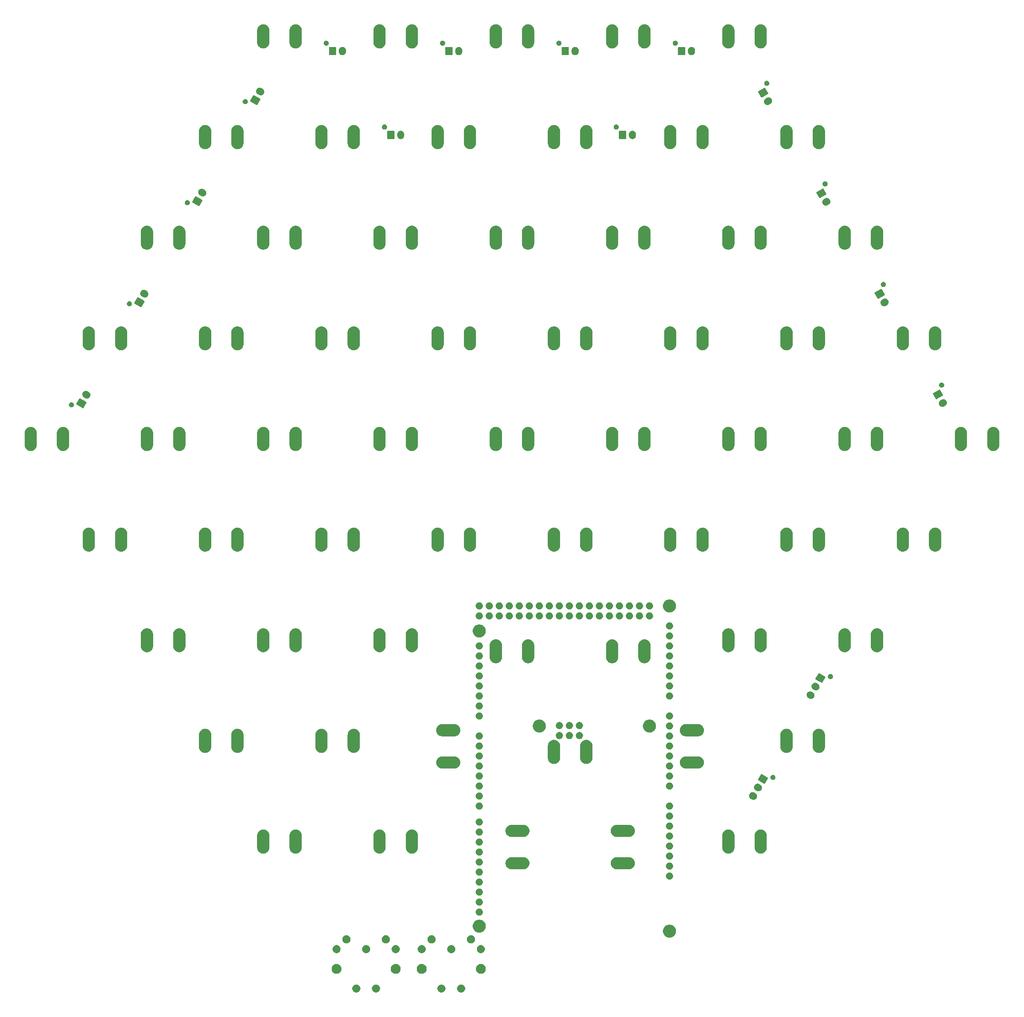
<source format=gbr>
G04 #@! TF.GenerationSoftware,KiCad,Pcbnew,(5.1.5-0-10_14)*
G04 #@! TF.CreationDate,2020-09-18T16:36:40-04:00*
G04 #@! TF.ProjectId,rainboard_newfighter,7261696e-626f-4617-9264-5f6e65776669,rev?*
G04 #@! TF.SameCoordinates,Original*
G04 #@! TF.FileFunction,Soldermask,Bot*
G04 #@! TF.FilePolarity,Negative*
%FSLAX46Y46*%
G04 Gerber Fmt 4.6, Leading zero omitted, Abs format (unit mm)*
G04 Created by KiCad (PCBNEW (5.1.5-0-10_14)) date 2020-09-18 16:36:40*
%MOMM*%
%LPD*%
G04 APERTURE LIST*
%ADD10C,0.100000*%
G04 APERTURE END LIST*
D10*
G36*
X-12600728Y-137113428D02*
G01*
X-12414009Y-137190770D01*
X-12414007Y-137190771D01*
X-12245963Y-137303054D01*
X-12103054Y-137445963D01*
X-11990771Y-137614007D01*
X-11990770Y-137614009D01*
X-11913428Y-137800728D01*
X-11874000Y-137998947D01*
X-11874000Y-138201053D01*
X-11913428Y-138399272D01*
X-11990770Y-138585991D01*
X-11990771Y-138585993D01*
X-12103054Y-138754037D01*
X-12245963Y-138896946D01*
X-12414007Y-139009229D01*
X-12414008Y-139009230D01*
X-12414009Y-139009230D01*
X-12600728Y-139086572D01*
X-12798947Y-139126000D01*
X-13001053Y-139126000D01*
X-13199272Y-139086572D01*
X-13385991Y-139009230D01*
X-13385992Y-139009230D01*
X-13385993Y-139009229D01*
X-13554037Y-138896946D01*
X-13696946Y-138754037D01*
X-13809229Y-138585993D01*
X-13809230Y-138585991D01*
X-13886572Y-138399272D01*
X-13926000Y-138201053D01*
X-13926000Y-137998947D01*
X-13886572Y-137800728D01*
X-13809230Y-137614009D01*
X-13809229Y-137614007D01*
X-13696946Y-137445963D01*
X-13554037Y-137303054D01*
X-13385993Y-137190771D01*
X-13385991Y-137190770D01*
X-13199272Y-137113428D01*
X-13001053Y-137074000D01*
X-12798947Y-137074000D01*
X-12600728Y-137113428D01*
G37*
G36*
X-17600728Y-137113428D02*
G01*
X-17414009Y-137190770D01*
X-17414007Y-137190771D01*
X-17245963Y-137303054D01*
X-17103054Y-137445963D01*
X-16990771Y-137614007D01*
X-16990770Y-137614009D01*
X-16913428Y-137800728D01*
X-16874000Y-137998947D01*
X-16874000Y-138201053D01*
X-16913428Y-138399272D01*
X-16990770Y-138585991D01*
X-16990771Y-138585993D01*
X-17103054Y-138754037D01*
X-17245963Y-138896946D01*
X-17414007Y-139009229D01*
X-17414008Y-139009230D01*
X-17414009Y-139009230D01*
X-17600728Y-139086572D01*
X-17798947Y-139126000D01*
X-18001053Y-139126000D01*
X-18199272Y-139086572D01*
X-18385991Y-139009230D01*
X-18385992Y-139009230D01*
X-18385993Y-139009229D01*
X-18554037Y-138896946D01*
X-18696946Y-138754037D01*
X-18809229Y-138585993D01*
X-18809230Y-138585991D01*
X-18886572Y-138399272D01*
X-18926000Y-138201053D01*
X-18926000Y-137998947D01*
X-18886572Y-137800728D01*
X-18809230Y-137614009D01*
X-18809229Y-137614007D01*
X-18696946Y-137445963D01*
X-18554037Y-137303054D01*
X-18385993Y-137190771D01*
X-18385991Y-137190770D01*
X-18199272Y-137113428D01*
X-18001053Y-137074000D01*
X-17798947Y-137074000D01*
X-17600728Y-137113428D01*
G37*
G36*
X-34200728Y-137113428D02*
G01*
X-34014009Y-137190770D01*
X-34014007Y-137190771D01*
X-33845963Y-137303054D01*
X-33703054Y-137445963D01*
X-33590771Y-137614007D01*
X-33590770Y-137614009D01*
X-33513428Y-137800728D01*
X-33474000Y-137998947D01*
X-33474000Y-138201053D01*
X-33513428Y-138399272D01*
X-33590770Y-138585991D01*
X-33590771Y-138585993D01*
X-33703054Y-138754037D01*
X-33845963Y-138896946D01*
X-34014007Y-139009229D01*
X-34014008Y-139009230D01*
X-34014009Y-139009230D01*
X-34200728Y-139086572D01*
X-34398947Y-139126000D01*
X-34601053Y-139126000D01*
X-34799272Y-139086572D01*
X-34985991Y-139009230D01*
X-34985992Y-139009230D01*
X-34985993Y-139009229D01*
X-35154037Y-138896946D01*
X-35296946Y-138754037D01*
X-35409229Y-138585993D01*
X-35409230Y-138585991D01*
X-35486572Y-138399272D01*
X-35526000Y-138201053D01*
X-35526000Y-137998947D01*
X-35486572Y-137800728D01*
X-35409230Y-137614009D01*
X-35409229Y-137614007D01*
X-35296946Y-137445963D01*
X-35154037Y-137303054D01*
X-34985993Y-137190771D01*
X-34985991Y-137190770D01*
X-34799272Y-137113428D01*
X-34601053Y-137074000D01*
X-34398947Y-137074000D01*
X-34200728Y-137113428D01*
G37*
G36*
X-39200728Y-137113428D02*
G01*
X-39014009Y-137190770D01*
X-39014007Y-137190771D01*
X-38845963Y-137303054D01*
X-38703054Y-137445963D01*
X-38590771Y-137614007D01*
X-38590770Y-137614009D01*
X-38513428Y-137800728D01*
X-38474000Y-137998947D01*
X-38474000Y-138201053D01*
X-38513428Y-138399272D01*
X-38590770Y-138585991D01*
X-38590771Y-138585993D01*
X-38703054Y-138754037D01*
X-38845963Y-138896946D01*
X-39014007Y-139009229D01*
X-39014008Y-139009230D01*
X-39014009Y-139009230D01*
X-39200728Y-139086572D01*
X-39398947Y-139126000D01*
X-39601053Y-139126000D01*
X-39799272Y-139086572D01*
X-39985991Y-139009230D01*
X-39985992Y-139009230D01*
X-39985993Y-139009229D01*
X-40154037Y-138896946D01*
X-40296946Y-138754037D01*
X-40409229Y-138585993D01*
X-40409230Y-138585991D01*
X-40486572Y-138399272D01*
X-40526000Y-138201053D01*
X-40526000Y-137998947D01*
X-40486572Y-137800728D01*
X-40409230Y-137614009D01*
X-40409229Y-137614007D01*
X-40296946Y-137445963D01*
X-40154037Y-137303054D01*
X-39985993Y-137190771D01*
X-39985991Y-137190770D01*
X-39799272Y-137113428D01*
X-39601053Y-137074000D01*
X-39398947Y-137074000D01*
X-39200728Y-137113428D01*
G37*
G36*
X-29135097Y-131897075D02*
G01*
X-28907429Y-131991378D01*
X-28702534Y-132128285D01*
X-28528285Y-132302534D01*
X-28391378Y-132507429D01*
X-28297075Y-132735097D01*
X-28249000Y-132976787D01*
X-28249000Y-133223213D01*
X-28297075Y-133464903D01*
X-28391378Y-133692571D01*
X-28528285Y-133897466D01*
X-28702534Y-134071715D01*
X-28907429Y-134208622D01*
X-28907430Y-134208623D01*
X-28907431Y-134208623D01*
X-29135097Y-134302925D01*
X-29376786Y-134351000D01*
X-29623214Y-134351000D01*
X-29864903Y-134302925D01*
X-30092569Y-134208623D01*
X-30092570Y-134208623D01*
X-30092571Y-134208622D01*
X-30297466Y-134071715D01*
X-30471715Y-133897466D01*
X-30608622Y-133692571D01*
X-30702925Y-133464903D01*
X-30751000Y-133223213D01*
X-30751000Y-132976787D01*
X-30702925Y-132735097D01*
X-30608622Y-132507429D01*
X-30471715Y-132302534D01*
X-30297466Y-132128285D01*
X-30092571Y-131991378D01*
X-29864903Y-131897075D01*
X-29623214Y-131849000D01*
X-29376786Y-131849000D01*
X-29135097Y-131897075D01*
G37*
G36*
X-7535097Y-131897075D02*
G01*
X-7307429Y-131991378D01*
X-7102534Y-132128285D01*
X-6928285Y-132302534D01*
X-6791378Y-132507429D01*
X-6697075Y-132735097D01*
X-6649000Y-132976787D01*
X-6649000Y-133223213D01*
X-6697075Y-133464903D01*
X-6791378Y-133692571D01*
X-6928285Y-133897466D01*
X-7102534Y-134071715D01*
X-7307429Y-134208622D01*
X-7307430Y-134208623D01*
X-7307431Y-134208623D01*
X-7535097Y-134302925D01*
X-7776786Y-134351000D01*
X-8023214Y-134351000D01*
X-8264903Y-134302925D01*
X-8492569Y-134208623D01*
X-8492570Y-134208623D01*
X-8492571Y-134208622D01*
X-8697466Y-134071715D01*
X-8871715Y-133897466D01*
X-9008622Y-133692571D01*
X-9102925Y-133464903D01*
X-9151000Y-133223213D01*
X-9151000Y-132976787D01*
X-9102925Y-132735097D01*
X-9008622Y-132507429D01*
X-8871715Y-132302534D01*
X-8697466Y-132128285D01*
X-8492571Y-131991378D01*
X-8264903Y-131897075D01*
X-8023214Y-131849000D01*
X-7776786Y-131849000D01*
X-7535097Y-131897075D01*
G37*
G36*
X-22535097Y-131897075D02*
G01*
X-22307429Y-131991378D01*
X-22102534Y-132128285D01*
X-21928285Y-132302534D01*
X-21791378Y-132507429D01*
X-21697075Y-132735097D01*
X-21649000Y-132976787D01*
X-21649000Y-133223213D01*
X-21697075Y-133464903D01*
X-21791378Y-133692571D01*
X-21928285Y-133897466D01*
X-22102534Y-134071715D01*
X-22307429Y-134208622D01*
X-22307430Y-134208623D01*
X-22307431Y-134208623D01*
X-22535097Y-134302925D01*
X-22776786Y-134351000D01*
X-23023214Y-134351000D01*
X-23264903Y-134302925D01*
X-23492569Y-134208623D01*
X-23492570Y-134208623D01*
X-23492571Y-134208622D01*
X-23697466Y-134071715D01*
X-23871715Y-133897466D01*
X-24008622Y-133692571D01*
X-24102925Y-133464903D01*
X-24151000Y-133223213D01*
X-24151000Y-132976787D01*
X-24102925Y-132735097D01*
X-24008622Y-132507429D01*
X-23871715Y-132302534D01*
X-23697466Y-132128285D01*
X-23492571Y-131991378D01*
X-23264903Y-131897075D01*
X-23023214Y-131849000D01*
X-22776786Y-131849000D01*
X-22535097Y-131897075D01*
G37*
G36*
X-44135097Y-131897075D02*
G01*
X-43907429Y-131991378D01*
X-43702534Y-132128285D01*
X-43528285Y-132302534D01*
X-43391378Y-132507429D01*
X-43297075Y-132735097D01*
X-43249000Y-132976787D01*
X-43249000Y-133223213D01*
X-43297075Y-133464903D01*
X-43391378Y-133692571D01*
X-43528285Y-133897466D01*
X-43702534Y-134071715D01*
X-43907429Y-134208622D01*
X-43907430Y-134208623D01*
X-43907431Y-134208623D01*
X-44135097Y-134302925D01*
X-44376786Y-134351000D01*
X-44623214Y-134351000D01*
X-44864903Y-134302925D01*
X-45092569Y-134208623D01*
X-45092570Y-134208623D01*
X-45092571Y-134208622D01*
X-45297466Y-134071715D01*
X-45471715Y-133897466D01*
X-45608622Y-133692571D01*
X-45702925Y-133464903D01*
X-45751000Y-133223213D01*
X-45751000Y-132976787D01*
X-45702925Y-132735097D01*
X-45608622Y-132507429D01*
X-45471715Y-132302534D01*
X-45297466Y-132128285D01*
X-45092571Y-131991378D01*
X-44864903Y-131897075D01*
X-44623214Y-131849000D01*
X-44376786Y-131849000D01*
X-44135097Y-131897075D01*
G37*
G36*
X-44200728Y-127113428D02*
G01*
X-44014009Y-127190770D01*
X-44014007Y-127190771D01*
X-43845963Y-127303054D01*
X-43703054Y-127445963D01*
X-43590771Y-127614007D01*
X-43590770Y-127614009D01*
X-43513428Y-127800728D01*
X-43474000Y-127998947D01*
X-43474000Y-128201053D01*
X-43513428Y-128399272D01*
X-43590770Y-128585991D01*
X-43590771Y-128585993D01*
X-43703054Y-128754037D01*
X-43845963Y-128896946D01*
X-44014007Y-129009229D01*
X-44014008Y-129009230D01*
X-44014009Y-129009230D01*
X-44200728Y-129086572D01*
X-44398947Y-129126000D01*
X-44601053Y-129126000D01*
X-44799272Y-129086572D01*
X-44985991Y-129009230D01*
X-44985992Y-129009230D01*
X-44985993Y-129009229D01*
X-45154037Y-128896946D01*
X-45296946Y-128754037D01*
X-45409229Y-128585993D01*
X-45409230Y-128585991D01*
X-45486572Y-128399272D01*
X-45526000Y-128201053D01*
X-45526000Y-127998947D01*
X-45486572Y-127800728D01*
X-45409230Y-127614009D01*
X-45409229Y-127614007D01*
X-45296946Y-127445963D01*
X-45154037Y-127303054D01*
X-44985993Y-127190771D01*
X-44985991Y-127190770D01*
X-44799272Y-127113428D01*
X-44601053Y-127074000D01*
X-44398947Y-127074000D01*
X-44200728Y-127113428D01*
G37*
G36*
X-36700728Y-127113428D02*
G01*
X-36514009Y-127190770D01*
X-36514007Y-127190771D01*
X-36345963Y-127303054D01*
X-36203054Y-127445963D01*
X-36090771Y-127614007D01*
X-36090770Y-127614009D01*
X-36013428Y-127800728D01*
X-35974000Y-127998947D01*
X-35974000Y-128201053D01*
X-36013428Y-128399272D01*
X-36090770Y-128585991D01*
X-36090771Y-128585993D01*
X-36203054Y-128754037D01*
X-36345963Y-128896946D01*
X-36514007Y-129009229D01*
X-36514008Y-129009230D01*
X-36514009Y-129009230D01*
X-36700728Y-129086572D01*
X-36898947Y-129126000D01*
X-37101053Y-129126000D01*
X-37299272Y-129086572D01*
X-37485991Y-129009230D01*
X-37485992Y-129009230D01*
X-37485993Y-129009229D01*
X-37654037Y-128896946D01*
X-37796946Y-128754037D01*
X-37909229Y-128585993D01*
X-37909230Y-128585991D01*
X-37986572Y-128399272D01*
X-38026000Y-128201053D01*
X-38026000Y-127998947D01*
X-37986572Y-127800728D01*
X-37909230Y-127614009D01*
X-37909229Y-127614007D01*
X-37796946Y-127445963D01*
X-37654037Y-127303054D01*
X-37485993Y-127190771D01*
X-37485991Y-127190770D01*
X-37299272Y-127113428D01*
X-37101053Y-127074000D01*
X-36898947Y-127074000D01*
X-36700728Y-127113428D01*
G37*
G36*
X-15100728Y-127113428D02*
G01*
X-14914009Y-127190770D01*
X-14914007Y-127190771D01*
X-14745963Y-127303054D01*
X-14603054Y-127445963D01*
X-14490771Y-127614007D01*
X-14490770Y-127614009D01*
X-14413428Y-127800728D01*
X-14374000Y-127998947D01*
X-14374000Y-128201053D01*
X-14413428Y-128399272D01*
X-14490770Y-128585991D01*
X-14490771Y-128585993D01*
X-14603054Y-128754037D01*
X-14745963Y-128896946D01*
X-14914007Y-129009229D01*
X-14914008Y-129009230D01*
X-14914009Y-129009230D01*
X-15100728Y-129086572D01*
X-15298947Y-129126000D01*
X-15501053Y-129126000D01*
X-15699272Y-129086572D01*
X-15885991Y-129009230D01*
X-15885992Y-129009230D01*
X-15885993Y-129009229D01*
X-16054037Y-128896946D01*
X-16196946Y-128754037D01*
X-16309229Y-128585993D01*
X-16309230Y-128585991D01*
X-16386572Y-128399272D01*
X-16426000Y-128201053D01*
X-16426000Y-127998947D01*
X-16386572Y-127800728D01*
X-16309230Y-127614009D01*
X-16309229Y-127614007D01*
X-16196946Y-127445963D01*
X-16054037Y-127303054D01*
X-15885993Y-127190771D01*
X-15885991Y-127190770D01*
X-15699272Y-127113428D01*
X-15501053Y-127074000D01*
X-15298947Y-127074000D01*
X-15100728Y-127113428D01*
G37*
G36*
X-7600728Y-127113428D02*
G01*
X-7414009Y-127190770D01*
X-7414007Y-127190771D01*
X-7245963Y-127303054D01*
X-7103054Y-127445963D01*
X-6990771Y-127614007D01*
X-6990770Y-127614009D01*
X-6913428Y-127800728D01*
X-6874000Y-127998947D01*
X-6874000Y-128201053D01*
X-6913428Y-128399272D01*
X-6990770Y-128585991D01*
X-6990771Y-128585993D01*
X-7103054Y-128754037D01*
X-7245963Y-128896946D01*
X-7414007Y-129009229D01*
X-7414008Y-129009230D01*
X-7414009Y-129009230D01*
X-7600728Y-129086572D01*
X-7798947Y-129126000D01*
X-8001053Y-129126000D01*
X-8199272Y-129086572D01*
X-8385991Y-129009230D01*
X-8385992Y-129009230D01*
X-8385993Y-129009229D01*
X-8554037Y-128896946D01*
X-8696946Y-128754037D01*
X-8809229Y-128585993D01*
X-8809230Y-128585991D01*
X-8886572Y-128399272D01*
X-8926000Y-128201053D01*
X-8926000Y-127998947D01*
X-8886572Y-127800728D01*
X-8809230Y-127614009D01*
X-8809229Y-127614007D01*
X-8696946Y-127445963D01*
X-8554037Y-127303054D01*
X-8385993Y-127190771D01*
X-8385991Y-127190770D01*
X-8199272Y-127113428D01*
X-8001053Y-127074000D01*
X-7798947Y-127074000D01*
X-7600728Y-127113428D01*
G37*
G36*
X-22600728Y-127113428D02*
G01*
X-22414009Y-127190770D01*
X-22414007Y-127190771D01*
X-22245963Y-127303054D01*
X-22103054Y-127445963D01*
X-21990771Y-127614007D01*
X-21990770Y-127614009D01*
X-21913428Y-127800728D01*
X-21874000Y-127998947D01*
X-21874000Y-128201053D01*
X-21913428Y-128399272D01*
X-21990770Y-128585991D01*
X-21990771Y-128585993D01*
X-22103054Y-128754037D01*
X-22245963Y-128896946D01*
X-22414007Y-129009229D01*
X-22414008Y-129009230D01*
X-22414009Y-129009230D01*
X-22600728Y-129086572D01*
X-22798947Y-129126000D01*
X-23001053Y-129126000D01*
X-23199272Y-129086572D01*
X-23385991Y-129009230D01*
X-23385992Y-129009230D01*
X-23385993Y-129009229D01*
X-23554037Y-128896946D01*
X-23696946Y-128754037D01*
X-23809229Y-128585993D01*
X-23809230Y-128585991D01*
X-23886572Y-128399272D01*
X-23926000Y-128201053D01*
X-23926000Y-127998947D01*
X-23886572Y-127800728D01*
X-23809230Y-127614009D01*
X-23809229Y-127614007D01*
X-23696946Y-127445963D01*
X-23554037Y-127303054D01*
X-23385993Y-127190771D01*
X-23385991Y-127190770D01*
X-23199272Y-127113428D01*
X-23001053Y-127074000D01*
X-22798947Y-127074000D01*
X-22600728Y-127113428D01*
G37*
G36*
X-29200728Y-127113428D02*
G01*
X-29014009Y-127190770D01*
X-29014007Y-127190771D01*
X-28845963Y-127303054D01*
X-28703054Y-127445963D01*
X-28590771Y-127614007D01*
X-28590770Y-127614009D01*
X-28513428Y-127800728D01*
X-28474000Y-127998947D01*
X-28474000Y-128201053D01*
X-28513428Y-128399272D01*
X-28590770Y-128585991D01*
X-28590771Y-128585993D01*
X-28703054Y-128754037D01*
X-28845963Y-128896946D01*
X-29014007Y-129009229D01*
X-29014008Y-129009230D01*
X-29014009Y-129009230D01*
X-29200728Y-129086572D01*
X-29398947Y-129126000D01*
X-29601053Y-129126000D01*
X-29799272Y-129086572D01*
X-29985991Y-129009230D01*
X-29985992Y-129009230D01*
X-29985993Y-129009229D01*
X-30154037Y-128896946D01*
X-30296946Y-128754037D01*
X-30409229Y-128585993D01*
X-30409230Y-128585991D01*
X-30486572Y-128399272D01*
X-30526000Y-128201053D01*
X-30526000Y-127998947D01*
X-30486572Y-127800728D01*
X-30409230Y-127614009D01*
X-30409229Y-127614007D01*
X-30296946Y-127445963D01*
X-30154037Y-127303054D01*
X-29985993Y-127190771D01*
X-29985991Y-127190770D01*
X-29799272Y-127113428D01*
X-29601053Y-127074000D01*
X-29398947Y-127074000D01*
X-29200728Y-127113428D01*
G37*
G36*
X-41700728Y-124613428D02*
G01*
X-41514009Y-124690770D01*
X-41514007Y-124690771D01*
X-41345963Y-124803054D01*
X-41203054Y-124945963D01*
X-41171560Y-124993098D01*
X-41090770Y-125114009D01*
X-41013428Y-125300728D01*
X-40974000Y-125498947D01*
X-40974000Y-125701053D01*
X-41013428Y-125899272D01*
X-41090770Y-126085991D01*
X-41090771Y-126085993D01*
X-41203054Y-126254037D01*
X-41345963Y-126396946D01*
X-41514007Y-126509229D01*
X-41514008Y-126509230D01*
X-41514009Y-126509230D01*
X-41700728Y-126586572D01*
X-41898947Y-126626000D01*
X-42101053Y-126626000D01*
X-42299272Y-126586572D01*
X-42485991Y-126509230D01*
X-42485992Y-126509230D01*
X-42485993Y-126509229D01*
X-42654037Y-126396946D01*
X-42796946Y-126254037D01*
X-42909229Y-126085993D01*
X-42909230Y-126085991D01*
X-42986572Y-125899272D01*
X-43026000Y-125701053D01*
X-43026000Y-125498947D01*
X-42986572Y-125300728D01*
X-42909230Y-125114009D01*
X-42828440Y-124993098D01*
X-42796946Y-124945963D01*
X-42654037Y-124803054D01*
X-42485993Y-124690771D01*
X-42485991Y-124690770D01*
X-42299272Y-124613428D01*
X-42101053Y-124574000D01*
X-41898947Y-124574000D01*
X-41700728Y-124613428D01*
G37*
G36*
X-20100728Y-124613428D02*
G01*
X-19914009Y-124690770D01*
X-19914007Y-124690771D01*
X-19745963Y-124803054D01*
X-19603054Y-124945963D01*
X-19571560Y-124993098D01*
X-19490770Y-125114009D01*
X-19413428Y-125300728D01*
X-19374000Y-125498947D01*
X-19374000Y-125701053D01*
X-19413428Y-125899272D01*
X-19490770Y-126085991D01*
X-19490771Y-126085993D01*
X-19603054Y-126254037D01*
X-19745963Y-126396946D01*
X-19914007Y-126509229D01*
X-19914008Y-126509230D01*
X-19914009Y-126509230D01*
X-20100728Y-126586572D01*
X-20298947Y-126626000D01*
X-20501053Y-126626000D01*
X-20699272Y-126586572D01*
X-20885991Y-126509230D01*
X-20885992Y-126509230D01*
X-20885993Y-126509229D01*
X-21054037Y-126396946D01*
X-21196946Y-126254037D01*
X-21309229Y-126085993D01*
X-21309230Y-126085991D01*
X-21386572Y-125899272D01*
X-21426000Y-125701053D01*
X-21426000Y-125498947D01*
X-21386572Y-125300728D01*
X-21309230Y-125114009D01*
X-21228440Y-124993098D01*
X-21196946Y-124945963D01*
X-21054037Y-124803054D01*
X-20885993Y-124690771D01*
X-20885991Y-124690770D01*
X-20699272Y-124613428D01*
X-20501053Y-124574000D01*
X-20298947Y-124574000D01*
X-20100728Y-124613428D01*
G37*
G36*
X-10100728Y-124613428D02*
G01*
X-9914009Y-124690770D01*
X-9914007Y-124690771D01*
X-9745963Y-124803054D01*
X-9603054Y-124945963D01*
X-9571560Y-124993098D01*
X-9490770Y-125114009D01*
X-9413428Y-125300728D01*
X-9374000Y-125498947D01*
X-9374000Y-125701053D01*
X-9413428Y-125899272D01*
X-9490770Y-126085991D01*
X-9490771Y-126085993D01*
X-9603054Y-126254037D01*
X-9745963Y-126396946D01*
X-9914007Y-126509229D01*
X-9914008Y-126509230D01*
X-9914009Y-126509230D01*
X-10100728Y-126586572D01*
X-10298947Y-126626000D01*
X-10501053Y-126626000D01*
X-10699272Y-126586572D01*
X-10885991Y-126509230D01*
X-10885992Y-126509230D01*
X-10885993Y-126509229D01*
X-11054037Y-126396946D01*
X-11196946Y-126254037D01*
X-11309229Y-126085993D01*
X-11309230Y-126085991D01*
X-11386572Y-125899272D01*
X-11426000Y-125701053D01*
X-11426000Y-125498947D01*
X-11386572Y-125300728D01*
X-11309230Y-125114009D01*
X-11228440Y-124993098D01*
X-11196946Y-124945963D01*
X-11054037Y-124803054D01*
X-10885993Y-124690771D01*
X-10885991Y-124690770D01*
X-10699272Y-124613428D01*
X-10501053Y-124574000D01*
X-10298947Y-124574000D01*
X-10100728Y-124613428D01*
G37*
G36*
X-31700728Y-124613428D02*
G01*
X-31514009Y-124690770D01*
X-31514007Y-124690771D01*
X-31345963Y-124803054D01*
X-31203054Y-124945963D01*
X-31171560Y-124993098D01*
X-31090770Y-125114009D01*
X-31013428Y-125300728D01*
X-30974000Y-125498947D01*
X-30974000Y-125701053D01*
X-31013428Y-125899272D01*
X-31090770Y-126085991D01*
X-31090771Y-126085993D01*
X-31203054Y-126254037D01*
X-31345963Y-126396946D01*
X-31514007Y-126509229D01*
X-31514008Y-126509230D01*
X-31514009Y-126509230D01*
X-31700728Y-126586572D01*
X-31898947Y-126626000D01*
X-32101053Y-126626000D01*
X-32299272Y-126586572D01*
X-32485991Y-126509230D01*
X-32485992Y-126509230D01*
X-32485993Y-126509229D01*
X-32654037Y-126396946D01*
X-32796946Y-126254037D01*
X-32909229Y-126085993D01*
X-32909230Y-126085991D01*
X-32986572Y-125899272D01*
X-33026000Y-125701053D01*
X-33026000Y-125498947D01*
X-32986572Y-125300728D01*
X-32909230Y-125114009D01*
X-32828440Y-124993098D01*
X-32796946Y-124945963D01*
X-32654037Y-124803054D01*
X-32485993Y-124690771D01*
X-32485991Y-124690770D01*
X-32299272Y-124613428D01*
X-32101053Y-124574000D01*
X-31898947Y-124574000D01*
X-31700728Y-124613428D01*
G37*
G36*
X40335256Y-121921298D02*
G01*
X40441579Y-121942447D01*
X40742042Y-122066903D01*
X41012451Y-122247585D01*
X41242415Y-122477549D01*
X41423097Y-122747958D01*
X41544911Y-123042042D01*
X41547553Y-123048422D01*
X41611000Y-123367389D01*
X41611000Y-123692611D01*
X41580180Y-123847553D01*
X41547553Y-124011579D01*
X41423097Y-124312042D01*
X41242415Y-124582451D01*
X41012451Y-124812415D01*
X40742042Y-124993097D01*
X40441579Y-125117553D01*
X40335256Y-125138702D01*
X40122611Y-125181000D01*
X39797389Y-125181000D01*
X39584744Y-125138702D01*
X39478421Y-125117553D01*
X39177958Y-124993097D01*
X38907549Y-124812415D01*
X38677585Y-124582451D01*
X38496903Y-124312042D01*
X38372447Y-124011579D01*
X38339820Y-123847553D01*
X38309000Y-123692611D01*
X38309000Y-123367389D01*
X38372447Y-123048422D01*
X38375090Y-123042042D01*
X38496903Y-122747958D01*
X38677585Y-122477549D01*
X38907549Y-122247585D01*
X39177958Y-122066903D01*
X39478421Y-121942447D01*
X39584744Y-121921298D01*
X39797389Y-121879000D01*
X40122611Y-121879000D01*
X40335256Y-121921298D01*
G37*
G36*
X-7924744Y-120651298D02*
G01*
X-7818421Y-120672447D01*
X-7517958Y-120796903D01*
X-7247549Y-120977585D01*
X-7017585Y-121207549D01*
X-7017584Y-121207551D01*
X-6836902Y-121477960D01*
X-6712447Y-121778422D01*
X-6649000Y-122097389D01*
X-6649000Y-122422611D01*
X-6691298Y-122635256D01*
X-6712447Y-122741579D01*
X-6836903Y-123042042D01*
X-7017585Y-123312451D01*
X-7247549Y-123542415D01*
X-7517958Y-123723097D01*
X-7818421Y-123847553D01*
X-7924744Y-123868702D01*
X-8137389Y-123911000D01*
X-8462611Y-123911000D01*
X-8675256Y-123868702D01*
X-8781579Y-123847553D01*
X-9082042Y-123723097D01*
X-9352451Y-123542415D01*
X-9582415Y-123312451D01*
X-9763097Y-123042042D01*
X-9887553Y-122741579D01*
X-9908702Y-122635256D01*
X-9951000Y-122422611D01*
X-9951000Y-122097389D01*
X-9887553Y-121778422D01*
X-9763098Y-121477960D01*
X-9582416Y-121207551D01*
X-9582415Y-121207549D01*
X-9352451Y-120977585D01*
X-9082042Y-120796903D01*
X-8781579Y-120672447D01*
X-8675256Y-120651298D01*
X-8462611Y-120609000D01*
X-8137389Y-120609000D01*
X-7924744Y-120651298D01*
G37*
G36*
X-8033222Y-117824547D02*
G01*
X-7866776Y-117893491D01*
X-7716978Y-117993583D01*
X-7589583Y-118120978D01*
X-7489491Y-118270776D01*
X-7420547Y-118437222D01*
X-7385400Y-118613918D01*
X-7385400Y-118794082D01*
X-7420547Y-118970778D01*
X-7489491Y-119137224D01*
X-7589583Y-119287022D01*
X-7716978Y-119414417D01*
X-7866776Y-119514509D01*
X-8033222Y-119583453D01*
X-8209918Y-119618600D01*
X-8390082Y-119618600D01*
X-8566778Y-119583453D01*
X-8733224Y-119514509D01*
X-8883022Y-119414417D01*
X-9010417Y-119287022D01*
X-9110509Y-119137224D01*
X-9179453Y-118970778D01*
X-9214600Y-118794082D01*
X-9214600Y-118613918D01*
X-9179453Y-118437222D01*
X-9110509Y-118270776D01*
X-9010417Y-118120978D01*
X-8883022Y-117993583D01*
X-8733224Y-117893491D01*
X-8566778Y-117824547D01*
X-8390082Y-117789400D01*
X-8209918Y-117789400D01*
X-8033222Y-117824547D01*
G37*
G36*
X-8033222Y-115284547D02*
G01*
X-7866776Y-115353491D01*
X-7716978Y-115453583D01*
X-7589583Y-115580978D01*
X-7489491Y-115730776D01*
X-7420547Y-115897222D01*
X-7385400Y-116073918D01*
X-7385400Y-116254082D01*
X-7420547Y-116430778D01*
X-7489491Y-116597224D01*
X-7589583Y-116747022D01*
X-7716978Y-116874417D01*
X-7866776Y-116974509D01*
X-8033222Y-117043453D01*
X-8209918Y-117078600D01*
X-8390082Y-117078600D01*
X-8566778Y-117043453D01*
X-8733224Y-116974509D01*
X-8883022Y-116874417D01*
X-9010417Y-116747022D01*
X-9110509Y-116597224D01*
X-9179453Y-116430778D01*
X-9214600Y-116254082D01*
X-9214600Y-116073918D01*
X-9179453Y-115897222D01*
X-9110509Y-115730776D01*
X-9010417Y-115580978D01*
X-8883022Y-115453583D01*
X-8733224Y-115353491D01*
X-8566778Y-115284547D01*
X-8390082Y-115249400D01*
X-8209918Y-115249400D01*
X-8033222Y-115284547D01*
G37*
G36*
X-8033222Y-112744547D02*
G01*
X-7866776Y-112813491D01*
X-7716978Y-112913583D01*
X-7589583Y-113040978D01*
X-7489491Y-113190776D01*
X-7420547Y-113357222D01*
X-7385400Y-113533918D01*
X-7385400Y-113714082D01*
X-7420547Y-113890778D01*
X-7489491Y-114057224D01*
X-7589583Y-114207022D01*
X-7716978Y-114334417D01*
X-7866776Y-114434509D01*
X-8033222Y-114503453D01*
X-8209918Y-114538600D01*
X-8390082Y-114538600D01*
X-8566778Y-114503453D01*
X-8733224Y-114434509D01*
X-8883022Y-114334417D01*
X-9010417Y-114207022D01*
X-9110509Y-114057224D01*
X-9179453Y-113890778D01*
X-9214600Y-113714082D01*
X-9214600Y-113533918D01*
X-9179453Y-113357222D01*
X-9110509Y-113190776D01*
X-9010417Y-113040978D01*
X-8883022Y-112913583D01*
X-8733224Y-112813491D01*
X-8566778Y-112744547D01*
X-8390082Y-112709400D01*
X-8209918Y-112709400D01*
X-8033222Y-112744547D01*
G37*
G36*
X-8033222Y-110204547D02*
G01*
X-7866776Y-110273491D01*
X-7716978Y-110373583D01*
X-7589583Y-110500978D01*
X-7489491Y-110650776D01*
X-7420547Y-110817222D01*
X-7385400Y-110993918D01*
X-7385400Y-111174082D01*
X-7420547Y-111350778D01*
X-7489491Y-111517224D01*
X-7589583Y-111667022D01*
X-7716978Y-111794417D01*
X-7866776Y-111894509D01*
X-8033222Y-111963453D01*
X-8209918Y-111998600D01*
X-8390082Y-111998600D01*
X-8566778Y-111963453D01*
X-8733224Y-111894509D01*
X-8883022Y-111794417D01*
X-9010417Y-111667022D01*
X-9110509Y-111517224D01*
X-9179453Y-111350778D01*
X-9214600Y-111174082D01*
X-9214600Y-110993918D01*
X-9179453Y-110817222D01*
X-9110509Y-110650776D01*
X-9010417Y-110500978D01*
X-8883022Y-110373583D01*
X-8733224Y-110273491D01*
X-8566778Y-110204547D01*
X-8390082Y-110169400D01*
X-8209918Y-110169400D01*
X-8033222Y-110204547D01*
G37*
G36*
X40226778Y-108680547D02*
G01*
X40393224Y-108749491D01*
X40543022Y-108849583D01*
X40670417Y-108976978D01*
X40770509Y-109126776D01*
X40839453Y-109293222D01*
X40874600Y-109469918D01*
X40874600Y-109650082D01*
X40839453Y-109826778D01*
X40770509Y-109993224D01*
X40670417Y-110143022D01*
X40543022Y-110270417D01*
X40393224Y-110370509D01*
X40226778Y-110439453D01*
X40050082Y-110474600D01*
X39869918Y-110474600D01*
X39693222Y-110439453D01*
X39526776Y-110370509D01*
X39376978Y-110270417D01*
X39249583Y-110143022D01*
X39149491Y-109993224D01*
X39080547Y-109826778D01*
X39045400Y-109650082D01*
X39045400Y-109469918D01*
X39080547Y-109293222D01*
X39149491Y-109126776D01*
X39249583Y-108976978D01*
X39376978Y-108849583D01*
X39526776Y-108749491D01*
X39693222Y-108680547D01*
X39869918Y-108645400D01*
X40050082Y-108645400D01*
X40226778Y-108680547D01*
G37*
G36*
X-8033222Y-107664547D02*
G01*
X-7866776Y-107733491D01*
X-7716978Y-107833583D01*
X-7589583Y-107960978D01*
X-7489491Y-108110776D01*
X-7420547Y-108277222D01*
X-7385400Y-108453918D01*
X-7385400Y-108634082D01*
X-7420547Y-108810778D01*
X-7489491Y-108977224D01*
X-7589583Y-109127022D01*
X-7716978Y-109254417D01*
X-7866776Y-109354509D01*
X-8033222Y-109423453D01*
X-8209918Y-109458600D01*
X-8390082Y-109458600D01*
X-8566778Y-109423453D01*
X-8733224Y-109354509D01*
X-8883022Y-109254417D01*
X-9010417Y-109127022D01*
X-9110509Y-108977224D01*
X-9179453Y-108810778D01*
X-9214600Y-108634082D01*
X-9214600Y-108453918D01*
X-9179453Y-108277222D01*
X-9110509Y-108110776D01*
X-9010417Y-107960978D01*
X-8883022Y-107833583D01*
X-8733224Y-107733491D01*
X-8566778Y-107664547D01*
X-8390082Y-107629400D01*
X-8209918Y-107629400D01*
X-8033222Y-107664547D01*
G37*
G36*
X40226778Y-106140547D02*
G01*
X40393224Y-106209491D01*
X40543022Y-106309583D01*
X40670417Y-106436978D01*
X40770509Y-106586776D01*
X40839453Y-106753222D01*
X40874600Y-106929918D01*
X40874600Y-107110082D01*
X40839453Y-107286778D01*
X40770509Y-107453224D01*
X40670417Y-107603022D01*
X40543022Y-107730417D01*
X40393224Y-107830509D01*
X40226778Y-107899453D01*
X40050082Y-107934600D01*
X39869918Y-107934600D01*
X39693222Y-107899453D01*
X39526776Y-107830509D01*
X39376978Y-107730417D01*
X39249583Y-107603022D01*
X39149491Y-107453224D01*
X39080547Y-107286778D01*
X39045400Y-107110082D01*
X39045400Y-106929918D01*
X39080547Y-106753222D01*
X39149491Y-106586776D01*
X39249583Y-106436978D01*
X39376978Y-106309583D01*
X39526776Y-106209491D01*
X39693222Y-106140547D01*
X39869918Y-106105400D01*
X40050082Y-106105400D01*
X40226778Y-106140547D01*
G37*
G36*
X29748943Y-104736481D02*
G01*
X29900849Y-104751442D01*
X30193214Y-104840130D01*
X30193216Y-104840131D01*
X30462658Y-104984150D01*
X30698829Y-105177971D01*
X30892650Y-105414142D01*
X30976372Y-105570776D01*
X31036670Y-105683586D01*
X31125358Y-105975951D01*
X31155304Y-106280000D01*
X31125358Y-106584049D01*
X31036670Y-106876414D01*
X31036669Y-106876416D01*
X30892650Y-107145858D01*
X30698829Y-107382029D01*
X30462658Y-107575850D01*
X30193216Y-107719869D01*
X30193214Y-107719870D01*
X29900849Y-107808558D01*
X29748943Y-107823519D01*
X29672991Y-107831000D01*
X26520609Y-107831000D01*
X26444657Y-107823519D01*
X26292751Y-107808558D01*
X26000386Y-107719870D01*
X26000384Y-107719869D01*
X25730942Y-107575850D01*
X25494771Y-107382029D01*
X25300950Y-107145858D01*
X25156931Y-106876416D01*
X25156930Y-106876414D01*
X25068242Y-106584049D01*
X25038296Y-106280000D01*
X25068242Y-105975951D01*
X25156930Y-105683586D01*
X25217228Y-105570776D01*
X25300950Y-105414142D01*
X25494771Y-105177971D01*
X25730942Y-104984150D01*
X26000384Y-104840131D01*
X26000386Y-104840130D01*
X26292751Y-104751442D01*
X26444657Y-104736481D01*
X26520609Y-104729000D01*
X29672991Y-104729000D01*
X29748943Y-104736481D01*
G37*
G36*
X3052143Y-104736481D02*
G01*
X3204049Y-104751442D01*
X3496414Y-104840130D01*
X3496416Y-104840131D01*
X3765858Y-104984150D01*
X4002029Y-105177971D01*
X4195850Y-105414142D01*
X4279572Y-105570776D01*
X4339870Y-105683586D01*
X4428558Y-105975951D01*
X4458504Y-106280000D01*
X4428558Y-106584049D01*
X4339870Y-106876414D01*
X4339869Y-106876416D01*
X4195850Y-107145858D01*
X4002029Y-107382029D01*
X3765858Y-107575850D01*
X3496416Y-107719869D01*
X3496414Y-107719870D01*
X3204049Y-107808558D01*
X3052143Y-107823519D01*
X2976191Y-107831000D01*
X-176191Y-107831000D01*
X-252143Y-107823519D01*
X-404049Y-107808558D01*
X-696414Y-107719870D01*
X-696416Y-107719869D01*
X-965858Y-107575850D01*
X-1202029Y-107382029D01*
X-1395850Y-107145858D01*
X-1539869Y-106876416D01*
X-1539870Y-106876414D01*
X-1628558Y-106584049D01*
X-1658504Y-106280000D01*
X-1628558Y-105975951D01*
X-1539870Y-105683586D01*
X-1479572Y-105570776D01*
X-1395850Y-105414142D01*
X-1202029Y-105177971D01*
X-965858Y-104984150D01*
X-696416Y-104840131D01*
X-696414Y-104840130D01*
X-404049Y-104751442D01*
X-252143Y-104736481D01*
X-176191Y-104729000D01*
X2976191Y-104729000D01*
X3052143Y-104736481D01*
G37*
G36*
X-8033222Y-105124547D02*
G01*
X-7866776Y-105193491D01*
X-7716978Y-105293583D01*
X-7589583Y-105420978D01*
X-7489491Y-105570776D01*
X-7420547Y-105737222D01*
X-7385400Y-105913918D01*
X-7385400Y-106094082D01*
X-7420547Y-106270778D01*
X-7489491Y-106437224D01*
X-7589583Y-106587022D01*
X-7716978Y-106714417D01*
X-7866776Y-106814509D01*
X-8033222Y-106883453D01*
X-8209918Y-106918600D01*
X-8390082Y-106918600D01*
X-8566778Y-106883453D01*
X-8733224Y-106814509D01*
X-8883022Y-106714417D01*
X-9010417Y-106587022D01*
X-9110509Y-106437224D01*
X-9179453Y-106270778D01*
X-9214600Y-106094082D01*
X-9214600Y-105913918D01*
X-9179453Y-105737222D01*
X-9110509Y-105570776D01*
X-9010417Y-105420978D01*
X-8883022Y-105293583D01*
X-8733224Y-105193491D01*
X-8566778Y-105124547D01*
X-8390082Y-105089400D01*
X-8209918Y-105089400D01*
X-8033222Y-105124547D01*
G37*
G36*
X40226778Y-103600547D02*
G01*
X40393224Y-103669491D01*
X40543022Y-103769583D01*
X40670417Y-103896978D01*
X40770509Y-104046776D01*
X40839453Y-104213222D01*
X40874600Y-104389918D01*
X40874600Y-104570082D01*
X40839453Y-104746778D01*
X40770509Y-104913224D01*
X40670417Y-105063022D01*
X40543022Y-105190417D01*
X40393224Y-105290509D01*
X40226778Y-105359453D01*
X40050082Y-105394600D01*
X39869918Y-105394600D01*
X39693222Y-105359453D01*
X39526776Y-105290509D01*
X39376978Y-105190417D01*
X39249583Y-105063022D01*
X39149491Y-104913224D01*
X39080547Y-104746778D01*
X39045400Y-104570082D01*
X39045400Y-104389918D01*
X39080547Y-104213222D01*
X39149491Y-104046776D01*
X39249583Y-103896978D01*
X39376978Y-103769583D01*
X39526776Y-103669491D01*
X39693222Y-103600547D01*
X39869918Y-103565400D01*
X40050082Y-103565400D01*
X40226778Y-103600547D01*
G37*
G36*
X-8033222Y-102584547D02*
G01*
X-7866776Y-102653491D01*
X-7716978Y-102753583D01*
X-7589583Y-102880978D01*
X-7489491Y-103030776D01*
X-7420547Y-103197222D01*
X-7385400Y-103373918D01*
X-7385400Y-103554082D01*
X-7420547Y-103730778D01*
X-7489491Y-103897224D01*
X-7589583Y-104047022D01*
X-7716978Y-104174417D01*
X-7866776Y-104274509D01*
X-8033222Y-104343453D01*
X-8209918Y-104378600D01*
X-8390082Y-104378600D01*
X-8566778Y-104343453D01*
X-8733224Y-104274509D01*
X-8883022Y-104174417D01*
X-9010417Y-104047022D01*
X-9110509Y-103897224D01*
X-9179453Y-103730778D01*
X-9214600Y-103554082D01*
X-9214600Y-103373918D01*
X-9179453Y-103197222D01*
X-9110509Y-103030776D01*
X-9010417Y-102880978D01*
X-8883022Y-102753583D01*
X-8733224Y-102653491D01*
X-8566778Y-102584547D01*
X-8390082Y-102549400D01*
X-8209918Y-102549400D01*
X-8033222Y-102584547D01*
G37*
G36*
X-62789652Y-97751442D02*
G01*
X-62497287Y-97840130D01*
X-62497285Y-97840131D01*
X-62227844Y-97984150D01*
X-62227842Y-97984151D01*
X-62227843Y-97984151D01*
X-61991671Y-98177971D01*
X-61904305Y-98284426D01*
X-61797850Y-98414142D01*
X-61657662Y-98676416D01*
X-61653830Y-98683586D01*
X-61565142Y-98975951D01*
X-61542700Y-99203810D01*
X-61542700Y-102356190D01*
X-61565142Y-102584049D01*
X-61616570Y-102753583D01*
X-61653831Y-102876416D01*
X-61797850Y-103145858D01*
X-61991671Y-103382029D01*
X-62227842Y-103575850D01*
X-62497284Y-103719869D01*
X-62497286Y-103719870D01*
X-62789651Y-103808558D01*
X-63093700Y-103838504D01*
X-63397748Y-103808558D01*
X-63690113Y-103719870D01*
X-63690115Y-103719869D01*
X-63959557Y-103575850D01*
X-64195728Y-103382029D01*
X-64389549Y-103145858D01*
X-64533568Y-102876416D01*
X-64570829Y-102753583D01*
X-64622257Y-102584049D01*
X-64644699Y-102356190D01*
X-64644700Y-99203811D01*
X-64622258Y-98975952D01*
X-64533570Y-98683587D01*
X-64446424Y-98520548D01*
X-64389550Y-98414144D01*
X-64290885Y-98293920D01*
X-64195729Y-98177971D01*
X-64076351Y-98080000D01*
X-63959558Y-97984150D01*
X-63690116Y-97840131D01*
X-63690114Y-97840130D01*
X-63397749Y-97751442D01*
X-63093700Y-97721496D01*
X-62789652Y-97751442D01*
G37*
G36*
X-25092752Y-97751442D02*
G01*
X-24800387Y-97840130D01*
X-24800385Y-97840131D01*
X-24530944Y-97984150D01*
X-24530942Y-97984151D01*
X-24530943Y-97984151D01*
X-24294771Y-98177971D01*
X-24207405Y-98284426D01*
X-24100950Y-98414142D01*
X-23960762Y-98676416D01*
X-23956930Y-98683586D01*
X-23868242Y-98975951D01*
X-23845800Y-99203810D01*
X-23845800Y-102356190D01*
X-23868242Y-102584049D01*
X-23919670Y-102753583D01*
X-23956931Y-102876416D01*
X-24100950Y-103145858D01*
X-24294771Y-103382029D01*
X-24530942Y-103575850D01*
X-24800384Y-103719869D01*
X-24800386Y-103719870D01*
X-25092751Y-103808558D01*
X-25396800Y-103838504D01*
X-25700848Y-103808558D01*
X-25993213Y-103719870D01*
X-25993215Y-103719869D01*
X-26262657Y-103575850D01*
X-26498828Y-103382029D01*
X-26692649Y-103145858D01*
X-26836668Y-102876416D01*
X-26873929Y-102753583D01*
X-26925357Y-102584049D01*
X-26947799Y-102356190D01*
X-26947800Y-99203811D01*
X-26925358Y-98975952D01*
X-26836670Y-98683587D01*
X-26749524Y-98520548D01*
X-26692650Y-98414144D01*
X-26593985Y-98293920D01*
X-26498829Y-98177971D01*
X-26379451Y-98080000D01*
X-26262658Y-97984150D01*
X-25993216Y-97840131D01*
X-25993214Y-97840130D01*
X-25700849Y-97751442D01*
X-25396800Y-97721496D01*
X-25092752Y-97751442D01*
G37*
G36*
X-54589652Y-97751442D02*
G01*
X-54297287Y-97840130D01*
X-54297285Y-97840131D01*
X-54027844Y-97984150D01*
X-54027842Y-97984151D01*
X-54027843Y-97984151D01*
X-53791671Y-98177971D01*
X-53704305Y-98284426D01*
X-53597850Y-98414142D01*
X-53457662Y-98676416D01*
X-53453830Y-98683586D01*
X-53365142Y-98975951D01*
X-53342700Y-99203810D01*
X-53342700Y-102356190D01*
X-53365142Y-102584049D01*
X-53416570Y-102753583D01*
X-53453831Y-102876416D01*
X-53597850Y-103145858D01*
X-53791671Y-103382029D01*
X-54027842Y-103575850D01*
X-54297284Y-103719869D01*
X-54297286Y-103719870D01*
X-54589651Y-103808558D01*
X-54893700Y-103838504D01*
X-55197748Y-103808558D01*
X-55490113Y-103719870D01*
X-55490115Y-103719869D01*
X-55759557Y-103575850D01*
X-55995728Y-103382029D01*
X-56189549Y-103145858D01*
X-56333568Y-102876416D01*
X-56370829Y-102753583D01*
X-56422257Y-102584049D01*
X-56444699Y-102356190D01*
X-56444700Y-99203811D01*
X-56422258Y-98975952D01*
X-56333570Y-98683587D01*
X-56246424Y-98520548D01*
X-56189550Y-98414144D01*
X-56090885Y-98293920D01*
X-55995729Y-98177971D01*
X-55876351Y-98080000D01*
X-55759558Y-97984150D01*
X-55490116Y-97840131D01*
X-55490114Y-97840130D01*
X-55197749Y-97751442D01*
X-54893700Y-97721496D01*
X-54589652Y-97751442D01*
G37*
G36*
X-33292752Y-97751442D02*
G01*
X-33000387Y-97840130D01*
X-33000385Y-97840131D01*
X-32730944Y-97984150D01*
X-32730942Y-97984151D01*
X-32730943Y-97984151D01*
X-32494771Y-98177971D01*
X-32407405Y-98284426D01*
X-32300950Y-98414142D01*
X-32160762Y-98676416D01*
X-32156930Y-98683586D01*
X-32068242Y-98975951D01*
X-32045800Y-99203810D01*
X-32045800Y-102356190D01*
X-32068242Y-102584049D01*
X-32119670Y-102753583D01*
X-32156931Y-102876416D01*
X-32300950Y-103145858D01*
X-32494771Y-103382029D01*
X-32730942Y-103575850D01*
X-33000384Y-103719869D01*
X-33000386Y-103719870D01*
X-33292751Y-103808558D01*
X-33596800Y-103838504D01*
X-33900848Y-103808558D01*
X-34193213Y-103719870D01*
X-34193215Y-103719869D01*
X-34462657Y-103575850D01*
X-34698828Y-103382029D01*
X-34892649Y-103145858D01*
X-35036668Y-102876416D01*
X-35073929Y-102753583D01*
X-35125357Y-102584049D01*
X-35147799Y-102356190D01*
X-35147800Y-99203811D01*
X-35125358Y-98975952D01*
X-35036670Y-98683587D01*
X-34949524Y-98520548D01*
X-34892650Y-98414144D01*
X-34793985Y-98293920D01*
X-34698829Y-98177971D01*
X-34579451Y-98080000D01*
X-34462658Y-97984150D01*
X-34193216Y-97840131D01*
X-34193214Y-97840130D01*
X-33900849Y-97751442D01*
X-33596800Y-97721496D01*
X-33292752Y-97751442D01*
G37*
G36*
X55197748Y-97751442D02*
G01*
X55490113Y-97840130D01*
X55490115Y-97840131D01*
X55759556Y-97984150D01*
X55759558Y-97984151D01*
X55759557Y-97984151D01*
X55995729Y-98177971D01*
X56083095Y-98284426D01*
X56189550Y-98414142D01*
X56329738Y-98676416D01*
X56333570Y-98683586D01*
X56422258Y-98975951D01*
X56444700Y-99203810D01*
X56444700Y-102356190D01*
X56422258Y-102584049D01*
X56370830Y-102753583D01*
X56333569Y-102876416D01*
X56189550Y-103145858D01*
X55995729Y-103382029D01*
X55759558Y-103575850D01*
X55490116Y-103719869D01*
X55490114Y-103719870D01*
X55197749Y-103808558D01*
X54893700Y-103838504D01*
X54589652Y-103808558D01*
X54297287Y-103719870D01*
X54297285Y-103719869D01*
X54027843Y-103575850D01*
X53791672Y-103382029D01*
X53597851Y-103145858D01*
X53453832Y-102876416D01*
X53416571Y-102753583D01*
X53365143Y-102584049D01*
X53342701Y-102356190D01*
X53342700Y-99203811D01*
X53365142Y-98975952D01*
X53453830Y-98683587D01*
X53540976Y-98520548D01*
X53597850Y-98414144D01*
X53696515Y-98293920D01*
X53791671Y-98177971D01*
X53911049Y-98080000D01*
X54027842Y-97984150D01*
X54297284Y-97840131D01*
X54297286Y-97840130D01*
X54589651Y-97751442D01*
X54893700Y-97721496D01*
X55197748Y-97751442D01*
G37*
G36*
X63397748Y-97751442D02*
G01*
X63690113Y-97840130D01*
X63690115Y-97840131D01*
X63959556Y-97984150D01*
X63959558Y-97984151D01*
X63959557Y-97984151D01*
X64195729Y-98177971D01*
X64283095Y-98284426D01*
X64389550Y-98414142D01*
X64529738Y-98676416D01*
X64533570Y-98683586D01*
X64622258Y-98975951D01*
X64644700Y-99203810D01*
X64644700Y-102356190D01*
X64622258Y-102584049D01*
X64570830Y-102753583D01*
X64533569Y-102876416D01*
X64389550Y-103145858D01*
X64195729Y-103382029D01*
X63959558Y-103575850D01*
X63690116Y-103719869D01*
X63690114Y-103719870D01*
X63397749Y-103808558D01*
X63093700Y-103838504D01*
X62789652Y-103808558D01*
X62497287Y-103719870D01*
X62497285Y-103719869D01*
X62227843Y-103575850D01*
X61991672Y-103382029D01*
X61797851Y-103145858D01*
X61653832Y-102876416D01*
X61616571Y-102753583D01*
X61565143Y-102584049D01*
X61542701Y-102356190D01*
X61542700Y-99203811D01*
X61565142Y-98975952D01*
X61653830Y-98683587D01*
X61740976Y-98520548D01*
X61797850Y-98414144D01*
X61896515Y-98293920D01*
X61991671Y-98177971D01*
X62111049Y-98080000D01*
X62227842Y-97984150D01*
X62497284Y-97840131D01*
X62497286Y-97840130D01*
X62789651Y-97751442D01*
X63093700Y-97721496D01*
X63397748Y-97751442D01*
G37*
G36*
X40226778Y-101060547D02*
G01*
X40393224Y-101129491D01*
X40543022Y-101229583D01*
X40670417Y-101356978D01*
X40770509Y-101506776D01*
X40839453Y-101673222D01*
X40874600Y-101849918D01*
X40874600Y-102030082D01*
X40839453Y-102206778D01*
X40770509Y-102373224D01*
X40670417Y-102523022D01*
X40543022Y-102650417D01*
X40393224Y-102750509D01*
X40226778Y-102819453D01*
X40050082Y-102854600D01*
X39869918Y-102854600D01*
X39693222Y-102819453D01*
X39526776Y-102750509D01*
X39376978Y-102650417D01*
X39249583Y-102523022D01*
X39149491Y-102373224D01*
X39080547Y-102206778D01*
X39045400Y-102030082D01*
X39045400Y-101849918D01*
X39080547Y-101673222D01*
X39149491Y-101506776D01*
X39249583Y-101356978D01*
X39376978Y-101229583D01*
X39526776Y-101129491D01*
X39693222Y-101060547D01*
X39869918Y-101025400D01*
X40050082Y-101025400D01*
X40226778Y-101060547D01*
G37*
G36*
X-8033222Y-100044547D02*
G01*
X-7866776Y-100113491D01*
X-7716978Y-100213583D01*
X-7589583Y-100340978D01*
X-7489491Y-100490776D01*
X-7420547Y-100657222D01*
X-7385400Y-100833918D01*
X-7385400Y-101014082D01*
X-7420547Y-101190778D01*
X-7489491Y-101357224D01*
X-7589583Y-101507022D01*
X-7716978Y-101634417D01*
X-7866776Y-101734509D01*
X-8033222Y-101803453D01*
X-8209918Y-101838600D01*
X-8390082Y-101838600D01*
X-8566778Y-101803453D01*
X-8733224Y-101734509D01*
X-8883022Y-101634417D01*
X-9010417Y-101507022D01*
X-9110509Y-101357224D01*
X-9179453Y-101190778D01*
X-9214600Y-101014082D01*
X-9214600Y-100833918D01*
X-9179453Y-100657222D01*
X-9110509Y-100490776D01*
X-9010417Y-100340978D01*
X-8883022Y-100213583D01*
X-8733224Y-100113491D01*
X-8566778Y-100044547D01*
X-8390082Y-100009400D01*
X-8209918Y-100009400D01*
X-8033222Y-100044547D01*
G37*
G36*
X40226778Y-98520547D02*
G01*
X40393224Y-98589491D01*
X40543022Y-98689583D01*
X40670417Y-98816978D01*
X40770509Y-98966776D01*
X40839453Y-99133222D01*
X40874600Y-99309918D01*
X40874600Y-99490082D01*
X40839453Y-99666778D01*
X40770509Y-99833224D01*
X40670417Y-99983022D01*
X40543022Y-100110417D01*
X40393224Y-100210509D01*
X40226778Y-100279453D01*
X40050082Y-100314600D01*
X39869918Y-100314600D01*
X39693222Y-100279453D01*
X39526776Y-100210509D01*
X39376978Y-100110417D01*
X39249583Y-99983022D01*
X39149491Y-99833224D01*
X39080547Y-99666778D01*
X39045400Y-99490082D01*
X39045400Y-99309918D01*
X39080547Y-99133222D01*
X39149491Y-98966776D01*
X39249583Y-98816978D01*
X39376978Y-98689583D01*
X39526776Y-98589491D01*
X39693222Y-98520547D01*
X39869918Y-98485400D01*
X40050082Y-98485400D01*
X40226778Y-98520547D01*
G37*
G36*
X29748943Y-96536481D02*
G01*
X29900849Y-96551442D01*
X30193214Y-96640130D01*
X30193216Y-96640131D01*
X30462658Y-96784150D01*
X30698829Y-96977971D01*
X30892650Y-97214142D01*
X31036669Y-97483584D01*
X31036670Y-97483586D01*
X31125358Y-97775951D01*
X31155304Y-98080000D01*
X31125358Y-98384049D01*
X31044446Y-98650779D01*
X31036669Y-98676416D01*
X30892650Y-98945858D01*
X30698829Y-99182029D01*
X30462658Y-99375850D01*
X30193216Y-99519869D01*
X30193214Y-99519870D01*
X29900849Y-99608558D01*
X29748943Y-99623519D01*
X29672991Y-99631000D01*
X26520609Y-99631000D01*
X26444657Y-99623519D01*
X26292751Y-99608558D01*
X26000386Y-99519870D01*
X26000384Y-99519869D01*
X25730942Y-99375850D01*
X25494771Y-99182029D01*
X25300950Y-98945858D01*
X25156931Y-98676416D01*
X25149154Y-98650779D01*
X25068242Y-98384049D01*
X25038296Y-98080000D01*
X25068242Y-97775951D01*
X25156930Y-97483586D01*
X25156931Y-97483584D01*
X25300950Y-97214142D01*
X25494771Y-96977971D01*
X25730942Y-96784150D01*
X26000384Y-96640131D01*
X26000386Y-96640130D01*
X26292751Y-96551442D01*
X26444657Y-96536481D01*
X26520609Y-96529000D01*
X29672991Y-96529000D01*
X29748943Y-96536481D01*
G37*
G36*
X3052143Y-96536481D02*
G01*
X3204049Y-96551442D01*
X3496414Y-96640130D01*
X3496416Y-96640131D01*
X3765858Y-96784150D01*
X4002029Y-96977971D01*
X4195850Y-97214142D01*
X4339869Y-97483584D01*
X4339870Y-97483586D01*
X4428558Y-97775951D01*
X4458504Y-98080000D01*
X4428558Y-98384049D01*
X4347646Y-98650779D01*
X4339869Y-98676416D01*
X4195850Y-98945858D01*
X4002029Y-99182029D01*
X3765858Y-99375850D01*
X3496416Y-99519869D01*
X3496414Y-99519870D01*
X3204049Y-99608558D01*
X3052143Y-99623519D01*
X2976191Y-99631000D01*
X-176191Y-99631000D01*
X-252143Y-99623519D01*
X-404049Y-99608558D01*
X-696414Y-99519870D01*
X-696416Y-99519869D01*
X-965858Y-99375850D01*
X-1202029Y-99182029D01*
X-1395850Y-98945858D01*
X-1539869Y-98676416D01*
X-1547646Y-98650779D01*
X-1628558Y-98384049D01*
X-1658504Y-98080000D01*
X-1628558Y-97775951D01*
X-1539870Y-97483586D01*
X-1539869Y-97483584D01*
X-1395850Y-97214142D01*
X-1202029Y-96977971D01*
X-965858Y-96784150D01*
X-696416Y-96640131D01*
X-696414Y-96640130D01*
X-404049Y-96551442D01*
X-252143Y-96536481D01*
X-176191Y-96529000D01*
X2976191Y-96529000D01*
X3052143Y-96536481D01*
G37*
G36*
X-8033222Y-97504547D02*
G01*
X-7866776Y-97573491D01*
X-7716978Y-97673583D01*
X-7589583Y-97800978D01*
X-7489491Y-97950776D01*
X-7420547Y-98117222D01*
X-7385400Y-98293918D01*
X-7385400Y-98474082D01*
X-7420547Y-98650778D01*
X-7489491Y-98817224D01*
X-7589583Y-98967022D01*
X-7716978Y-99094417D01*
X-7866776Y-99194509D01*
X-8033222Y-99263453D01*
X-8209918Y-99298600D01*
X-8390082Y-99298600D01*
X-8566778Y-99263453D01*
X-8733224Y-99194509D01*
X-8883022Y-99094417D01*
X-9010417Y-98967022D01*
X-9110509Y-98817224D01*
X-9179453Y-98650778D01*
X-9214600Y-98474082D01*
X-9214600Y-98293918D01*
X-9179453Y-98117222D01*
X-9110509Y-97950776D01*
X-9010417Y-97800978D01*
X-8883022Y-97673583D01*
X-8733224Y-97573491D01*
X-8566778Y-97504547D01*
X-8390082Y-97469400D01*
X-8209918Y-97469400D01*
X-8033222Y-97504547D01*
G37*
G36*
X40226778Y-95980547D02*
G01*
X40393224Y-96049491D01*
X40543022Y-96149583D01*
X40670417Y-96276978D01*
X40770509Y-96426776D01*
X40839453Y-96593222D01*
X40874600Y-96769918D01*
X40874600Y-96950082D01*
X40839453Y-97126778D01*
X40770509Y-97293224D01*
X40670417Y-97443022D01*
X40543022Y-97570417D01*
X40393224Y-97670509D01*
X40226778Y-97739453D01*
X40050082Y-97774600D01*
X39869918Y-97774600D01*
X39693222Y-97739453D01*
X39526776Y-97670509D01*
X39376978Y-97570417D01*
X39249583Y-97443022D01*
X39149491Y-97293224D01*
X39080547Y-97126778D01*
X39045400Y-96950082D01*
X39045400Y-96769918D01*
X39080547Y-96593222D01*
X39149491Y-96426776D01*
X39249583Y-96276978D01*
X39376978Y-96149583D01*
X39526776Y-96049491D01*
X39693222Y-95980547D01*
X39869918Y-95945400D01*
X40050082Y-95945400D01*
X40226778Y-95980547D01*
G37*
G36*
X-8033222Y-94964547D02*
G01*
X-7866776Y-95033491D01*
X-7716978Y-95133583D01*
X-7589583Y-95260978D01*
X-7489491Y-95410776D01*
X-7420547Y-95577222D01*
X-7385400Y-95753918D01*
X-7385400Y-95934082D01*
X-7420547Y-96110778D01*
X-7489491Y-96277224D01*
X-7589583Y-96427022D01*
X-7716978Y-96554417D01*
X-7866776Y-96654509D01*
X-8033222Y-96723453D01*
X-8209918Y-96758600D01*
X-8390082Y-96758600D01*
X-8566778Y-96723453D01*
X-8733224Y-96654509D01*
X-8883022Y-96554417D01*
X-9010417Y-96427022D01*
X-9110509Y-96277224D01*
X-9179453Y-96110778D01*
X-9214600Y-95934082D01*
X-9214600Y-95753918D01*
X-9179453Y-95577222D01*
X-9110509Y-95410776D01*
X-9010417Y-95260978D01*
X-8883022Y-95133583D01*
X-8733224Y-95033491D01*
X-8566778Y-94964547D01*
X-8390082Y-94929400D01*
X-8209918Y-94929400D01*
X-8033222Y-94964547D01*
G37*
G36*
X40226778Y-93440547D02*
G01*
X40393224Y-93509491D01*
X40543022Y-93609583D01*
X40670417Y-93736978D01*
X40770509Y-93886776D01*
X40839453Y-94053222D01*
X40874600Y-94229918D01*
X40874600Y-94410082D01*
X40839453Y-94586778D01*
X40770509Y-94753224D01*
X40670417Y-94903022D01*
X40543022Y-95030417D01*
X40393224Y-95130509D01*
X40226778Y-95199453D01*
X40050082Y-95234600D01*
X39869918Y-95234600D01*
X39693222Y-95199453D01*
X39526776Y-95130509D01*
X39376978Y-95030417D01*
X39249583Y-94903022D01*
X39149491Y-94753224D01*
X39080547Y-94586778D01*
X39045400Y-94410082D01*
X39045400Y-94229918D01*
X39080547Y-94053222D01*
X39149491Y-93886776D01*
X39249583Y-93736978D01*
X39376978Y-93609583D01*
X39526776Y-93509491D01*
X39693222Y-93440547D01*
X39869918Y-93405400D01*
X40050082Y-93405400D01*
X40226778Y-93440547D01*
G37*
G36*
X-8033222Y-90900547D02*
G01*
X-7866776Y-90969491D01*
X-7716978Y-91069583D01*
X-7589583Y-91196978D01*
X-7489491Y-91346776D01*
X-7420547Y-91513222D01*
X-7385400Y-91689918D01*
X-7385400Y-91870082D01*
X-7420547Y-92046778D01*
X-7489491Y-92213224D01*
X-7589583Y-92363022D01*
X-7716978Y-92490417D01*
X-7866776Y-92590509D01*
X-8033222Y-92659453D01*
X-8209918Y-92694600D01*
X-8390082Y-92694600D01*
X-8566778Y-92659453D01*
X-8733224Y-92590509D01*
X-8883022Y-92490417D01*
X-9010417Y-92363022D01*
X-9110509Y-92213224D01*
X-9179453Y-92046778D01*
X-9214600Y-91870082D01*
X-9214600Y-91689918D01*
X-9179453Y-91513222D01*
X-9110509Y-91346776D01*
X-9010417Y-91196978D01*
X-8883022Y-91069583D01*
X-8733224Y-90969491D01*
X-8566778Y-90900547D01*
X-8390082Y-90865400D01*
X-8209918Y-90865400D01*
X-8033222Y-90900547D01*
G37*
G36*
X40226778Y-90900547D02*
G01*
X40393224Y-90969491D01*
X40543022Y-91069583D01*
X40670417Y-91196978D01*
X40770509Y-91346776D01*
X40839453Y-91513222D01*
X40874600Y-91689918D01*
X40874600Y-91870082D01*
X40839453Y-92046778D01*
X40770509Y-92213224D01*
X40670417Y-92363022D01*
X40543022Y-92490417D01*
X40393224Y-92590509D01*
X40226778Y-92659453D01*
X40050082Y-92694600D01*
X39869918Y-92694600D01*
X39693222Y-92659453D01*
X39526776Y-92590509D01*
X39376978Y-92490417D01*
X39249583Y-92363022D01*
X39149491Y-92213224D01*
X39080547Y-92046778D01*
X39045400Y-91870082D01*
X39045400Y-91689918D01*
X39080547Y-91513222D01*
X39149491Y-91346776D01*
X39249583Y-91196978D01*
X39376978Y-91069583D01*
X39526776Y-90969491D01*
X39693222Y-90900547D01*
X39869918Y-90865400D01*
X40050082Y-90865400D01*
X40226778Y-90900547D01*
G37*
G36*
X61117973Y-88255362D02*
G01*
X61162320Y-88256814D01*
X61335165Y-88297116D01*
X61456319Y-88352010D01*
X61456322Y-88352012D01*
X61749480Y-88521266D01*
X61800021Y-88557484D01*
X61857598Y-88598743D01*
X61978923Y-88728280D01*
X62027734Y-88806776D01*
X62072645Y-88878999D01*
X62135162Y-89045100D01*
X62149617Y-89132658D01*
X62164073Y-89220213D01*
X62164073Y-89220217D01*
X62158267Y-89397603D01*
X62117965Y-89570445D01*
X62044719Y-89732103D01*
X62044716Y-89732107D01*
X61941337Y-89876372D01*
X61811800Y-89997697D01*
X61661082Y-90091419D01*
X61627861Y-90103922D01*
X61494980Y-90153936D01*
X61407421Y-90168391D01*
X61319866Y-90182847D01*
X61319862Y-90182847D01*
X61142477Y-90177041D01*
X60969635Y-90136739D01*
X60848486Y-90081847D01*
X60666620Y-89976846D01*
X60555318Y-89912586D01*
X60447202Y-89835111D01*
X60325877Y-89705574D01*
X60232155Y-89554855D01*
X60169638Y-89388754D01*
X60141813Y-89220217D01*
X60140727Y-89213640D01*
X60146534Y-89036254D01*
X60186836Y-88863409D01*
X60260084Y-88701747D01*
X60363463Y-88557482D01*
X60493000Y-88436157D01*
X60643719Y-88342435D01*
X60809820Y-88279918D01*
X60909887Y-88263397D01*
X60984934Y-88251007D01*
X60984937Y-88251007D01*
X61117973Y-88255362D01*
G37*
G36*
X-8033222Y-88360547D02*
G01*
X-7866776Y-88429491D01*
X-7716978Y-88529583D01*
X-7589583Y-88656978D01*
X-7489491Y-88806776D01*
X-7420547Y-88973222D01*
X-7385400Y-89149918D01*
X-7385400Y-89330082D01*
X-7420547Y-89506778D01*
X-7489491Y-89673224D01*
X-7589583Y-89823022D01*
X-7716978Y-89950417D01*
X-7866776Y-90050509D01*
X-8033222Y-90119453D01*
X-8209918Y-90154600D01*
X-8390082Y-90154600D01*
X-8566778Y-90119453D01*
X-8733224Y-90050509D01*
X-8883022Y-89950417D01*
X-9010417Y-89823022D01*
X-9110509Y-89673224D01*
X-9179453Y-89506778D01*
X-9214600Y-89330082D01*
X-9214600Y-89149918D01*
X-9179453Y-88973222D01*
X-9110509Y-88806776D01*
X-9010417Y-88656978D01*
X-8883022Y-88529583D01*
X-8733224Y-88429491D01*
X-8566778Y-88360547D01*
X-8390082Y-88325400D01*
X-8209918Y-88325400D01*
X-8033222Y-88360547D01*
G37*
G36*
X62367973Y-86090299D02*
G01*
X62412320Y-86091751D01*
X62585165Y-86132053D01*
X62706319Y-86186947D01*
X62706322Y-86186949D01*
X62999480Y-86356203D01*
X63050021Y-86392421D01*
X63107598Y-86433680D01*
X63228923Y-86563217D01*
X63257963Y-86609918D01*
X63322645Y-86713936D01*
X63385162Y-86880037D01*
X63399483Y-86966778D01*
X63414073Y-87055150D01*
X63414073Y-87055154D01*
X63408267Y-87232540D01*
X63367965Y-87405382D01*
X63294719Y-87567040D01*
X63294716Y-87567044D01*
X63191337Y-87711309D01*
X63061800Y-87832634D01*
X62911082Y-87926356D01*
X62877861Y-87938859D01*
X62744980Y-87988873D01*
X62657421Y-88003328D01*
X62569866Y-88017784D01*
X62569862Y-88017784D01*
X62392477Y-88011978D01*
X62219635Y-87971676D01*
X62098486Y-87916784D01*
X61916620Y-87811783D01*
X61805318Y-87747523D01*
X61697202Y-87670048D01*
X61575877Y-87540511D01*
X61482155Y-87389792D01*
X61419638Y-87223691D01*
X61391813Y-87055154D01*
X61390727Y-87048577D01*
X61396534Y-86871191D01*
X61436836Y-86698346D01*
X61510084Y-86536684D01*
X61613463Y-86392419D01*
X61743000Y-86271094D01*
X61893719Y-86177372D01*
X62059820Y-86114855D01*
X62170283Y-86096618D01*
X62234934Y-86085944D01*
X62234937Y-86085944D01*
X62367973Y-86090299D01*
G37*
G36*
X40226778Y-85820547D02*
G01*
X40393224Y-85889491D01*
X40543022Y-85989583D01*
X40670417Y-86116978D01*
X40770509Y-86266776D01*
X40839453Y-86433222D01*
X40874600Y-86609918D01*
X40874600Y-86790082D01*
X40839453Y-86966778D01*
X40770509Y-87133224D01*
X40670417Y-87283022D01*
X40543022Y-87410417D01*
X40393224Y-87510509D01*
X40226778Y-87579453D01*
X40050082Y-87614600D01*
X39869918Y-87614600D01*
X39693222Y-87579453D01*
X39526776Y-87510509D01*
X39376978Y-87410417D01*
X39249583Y-87283022D01*
X39149491Y-87133224D01*
X39080547Y-86966778D01*
X39045400Y-86790082D01*
X39045400Y-86609918D01*
X39080547Y-86433222D01*
X39149491Y-86266776D01*
X39249583Y-86116978D01*
X39376978Y-85989583D01*
X39526776Y-85889491D01*
X39693222Y-85820547D01*
X39869918Y-85785400D01*
X40050082Y-85785400D01*
X40226778Y-85820547D01*
G37*
G36*
X-8033222Y-85820547D02*
G01*
X-7866776Y-85889491D01*
X-7716978Y-85989583D01*
X-7589583Y-86116978D01*
X-7489491Y-86266776D01*
X-7420547Y-86433222D01*
X-7385400Y-86609918D01*
X-7385400Y-86790082D01*
X-7420547Y-86966778D01*
X-7489491Y-87133224D01*
X-7589583Y-87283022D01*
X-7716978Y-87410417D01*
X-7866776Y-87510509D01*
X-8033222Y-87579453D01*
X-8209918Y-87614600D01*
X-8390082Y-87614600D01*
X-8566778Y-87579453D01*
X-8733224Y-87510509D01*
X-8883022Y-87410417D01*
X-9010417Y-87283022D01*
X-9110509Y-87133224D01*
X-9179453Y-86966778D01*
X-9214600Y-86790082D01*
X-9214600Y-86609918D01*
X-9179453Y-86433222D01*
X-9110509Y-86266776D01*
X-9010417Y-86116978D01*
X-8883022Y-85989583D01*
X-8733224Y-85889491D01*
X-8566778Y-85820547D01*
X-8390082Y-85785400D01*
X-8209918Y-85785400D01*
X-8033222Y-85820547D01*
G37*
G36*
X63302049Y-83660324D02*
G01*
X63335685Y-83668167D01*
X63372763Y-83684967D01*
X63443848Y-83726008D01*
X63443855Y-83726011D01*
X64067670Y-84086171D01*
X64833038Y-84528056D01*
X64866126Y-84551767D01*
X64889734Y-84576973D01*
X64907972Y-84606301D01*
X64920134Y-84638615D01*
X64925760Y-84672693D01*
X64924630Y-84707203D01*
X64916787Y-84740839D01*
X64899989Y-84777912D01*
X64858943Y-84849006D01*
X64858942Y-84849008D01*
X64671136Y-85174298D01*
X64181895Y-86021688D01*
X64158187Y-86054773D01*
X64132982Y-86078380D01*
X64103652Y-86096618D01*
X64071339Y-86108780D01*
X64037261Y-86114406D01*
X64002751Y-86113276D01*
X63969115Y-86105433D01*
X63932037Y-86088633D01*
X63860952Y-86047592D01*
X63860945Y-86047589D01*
X63007745Y-85554993D01*
X62471762Y-85245544D01*
X62438674Y-85221833D01*
X62415066Y-85196627D01*
X62396828Y-85167299D01*
X62384666Y-85134985D01*
X62379040Y-85100907D01*
X62380170Y-85066397D01*
X62388013Y-85032761D01*
X62404811Y-84995688D01*
X62489497Y-84849008D01*
X63081858Y-83823008D01*
X63122905Y-83751912D01*
X63146613Y-83718827D01*
X63171818Y-83695220D01*
X63201148Y-83676982D01*
X63233461Y-83664820D01*
X63267539Y-83659194D01*
X63302049Y-83660324D01*
G37*
G36*
X66374341Y-83875176D02*
G01*
X66417908Y-83893222D01*
X66492815Y-83924250D01*
X66599439Y-83995494D01*
X66690116Y-84086171D01*
X66761361Y-84192797D01*
X66810434Y-84311269D01*
X66835451Y-84437040D01*
X66835451Y-84565278D01*
X66810434Y-84691049D01*
X66788906Y-84743023D01*
X66761360Y-84809523D01*
X66690116Y-84916147D01*
X66599439Y-85006824D01*
X66492815Y-85078068D01*
X66492814Y-85078069D01*
X66492813Y-85078069D01*
X66374341Y-85127142D01*
X66248570Y-85152159D01*
X66120332Y-85152159D01*
X65994561Y-85127142D01*
X65876089Y-85078069D01*
X65876088Y-85078069D01*
X65876087Y-85078068D01*
X65769463Y-85006824D01*
X65678786Y-84916147D01*
X65607542Y-84809523D01*
X65579997Y-84743023D01*
X65558468Y-84691049D01*
X65533451Y-84565278D01*
X65533451Y-84437040D01*
X65558468Y-84311269D01*
X65607541Y-84192797D01*
X65678786Y-84086171D01*
X65769463Y-83995494D01*
X65876087Y-83924250D01*
X65950995Y-83893222D01*
X65994561Y-83875176D01*
X66120332Y-83850159D01*
X66248570Y-83850159D01*
X66374341Y-83875176D01*
G37*
G36*
X40226778Y-83280547D02*
G01*
X40393224Y-83349491D01*
X40543022Y-83449583D01*
X40670417Y-83576978D01*
X40770509Y-83726776D01*
X40839453Y-83893222D01*
X40874600Y-84069918D01*
X40874600Y-84250082D01*
X40839453Y-84426778D01*
X40770509Y-84593224D01*
X40670417Y-84743022D01*
X40543022Y-84870417D01*
X40393224Y-84970509D01*
X40226778Y-85039453D01*
X40050082Y-85074600D01*
X39869918Y-85074600D01*
X39693222Y-85039453D01*
X39526776Y-84970509D01*
X39376978Y-84870417D01*
X39249583Y-84743022D01*
X39149491Y-84593224D01*
X39080547Y-84426778D01*
X39045400Y-84250082D01*
X39045400Y-84069918D01*
X39080547Y-83893222D01*
X39149491Y-83726776D01*
X39249583Y-83576978D01*
X39376978Y-83449583D01*
X39526776Y-83349491D01*
X39693222Y-83280547D01*
X39869918Y-83245400D01*
X40050082Y-83245400D01*
X40226778Y-83280547D01*
G37*
G36*
X-8033222Y-83280547D02*
G01*
X-7866776Y-83349491D01*
X-7716978Y-83449583D01*
X-7589583Y-83576978D01*
X-7489491Y-83726776D01*
X-7420547Y-83893222D01*
X-7385400Y-84069918D01*
X-7385400Y-84250082D01*
X-7420547Y-84426778D01*
X-7489491Y-84593224D01*
X-7589583Y-84743022D01*
X-7716978Y-84870417D01*
X-7866776Y-84970509D01*
X-8033222Y-85039453D01*
X-8209918Y-85074600D01*
X-8390082Y-85074600D01*
X-8566778Y-85039453D01*
X-8733224Y-84970509D01*
X-8883022Y-84870417D01*
X-9010417Y-84743022D01*
X-9110509Y-84593224D01*
X-9179453Y-84426778D01*
X-9214600Y-84250082D01*
X-9214600Y-84069918D01*
X-9179453Y-83893222D01*
X-9110509Y-83726776D01*
X-9010417Y-83576978D01*
X-8883022Y-83449583D01*
X-8733224Y-83349491D01*
X-8566778Y-83280547D01*
X-8390082Y-83245400D01*
X-8209918Y-83245400D01*
X-8033222Y-83280547D01*
G37*
G36*
X40226778Y-80740547D02*
G01*
X40393224Y-80809491D01*
X40543022Y-80909583D01*
X40670417Y-81036978D01*
X40770509Y-81186776D01*
X40839453Y-81353222D01*
X40874600Y-81529918D01*
X40874600Y-81710082D01*
X40839453Y-81886778D01*
X40770509Y-82053224D01*
X40670417Y-82203022D01*
X40543022Y-82330417D01*
X40393224Y-82430509D01*
X40226778Y-82499453D01*
X40050082Y-82534600D01*
X39869918Y-82534600D01*
X39693222Y-82499453D01*
X39526776Y-82430509D01*
X39376978Y-82330417D01*
X39249583Y-82203022D01*
X39149491Y-82053224D01*
X39080547Y-81886778D01*
X39045400Y-81710082D01*
X39045400Y-81529918D01*
X39080547Y-81353222D01*
X39149491Y-81186776D01*
X39249583Y-81036978D01*
X39376978Y-80909583D01*
X39526776Y-80809491D01*
X39693222Y-80740547D01*
X39869918Y-80705400D01*
X40050082Y-80705400D01*
X40226778Y-80740547D01*
G37*
G36*
X-8033222Y-80740547D02*
G01*
X-7866776Y-80809491D01*
X-7716978Y-80909583D01*
X-7589583Y-81036978D01*
X-7489491Y-81186776D01*
X-7420547Y-81353222D01*
X-7385400Y-81529918D01*
X-7385400Y-81710082D01*
X-7420547Y-81886778D01*
X-7489491Y-82053224D01*
X-7589583Y-82203022D01*
X-7716978Y-82330417D01*
X-7866776Y-82430509D01*
X-8033222Y-82499453D01*
X-8209918Y-82534600D01*
X-8390082Y-82534600D01*
X-8566778Y-82499453D01*
X-8733224Y-82430509D01*
X-8883022Y-82330417D01*
X-9010417Y-82203022D01*
X-9110509Y-82053224D01*
X-9179453Y-81886778D01*
X-9214600Y-81710082D01*
X-9214600Y-81529918D01*
X-9179453Y-81353222D01*
X-9110509Y-81186776D01*
X-9010417Y-81036978D01*
X-8883022Y-80909583D01*
X-8733224Y-80809491D01*
X-8566778Y-80740547D01*
X-8390082Y-80705400D01*
X-8209918Y-80705400D01*
X-8033222Y-80740547D01*
G37*
G36*
X47297343Y-79191481D02*
G01*
X47449249Y-79206442D01*
X47741614Y-79295130D01*
X47741616Y-79295131D01*
X48011058Y-79439150D01*
X48247229Y-79632971D01*
X48441050Y-79869142D01*
X48581237Y-80131415D01*
X48585070Y-80138586D01*
X48673758Y-80430951D01*
X48703704Y-80735000D01*
X48673758Y-81039049D01*
X48628945Y-81186776D01*
X48585069Y-81331416D01*
X48441050Y-81600858D01*
X48247229Y-81837029D01*
X48011058Y-82030850D01*
X47741616Y-82174869D01*
X47741614Y-82174870D01*
X47449249Y-82263558D01*
X47297343Y-82278519D01*
X47221391Y-82286000D01*
X44069009Y-82286000D01*
X43993057Y-82278519D01*
X43841151Y-82263558D01*
X43548786Y-82174870D01*
X43548784Y-82174869D01*
X43279342Y-82030850D01*
X43043171Y-81837029D01*
X42849350Y-81600858D01*
X42705331Y-81331416D01*
X42661455Y-81186776D01*
X42616642Y-81039049D01*
X42586696Y-80735000D01*
X42616642Y-80430951D01*
X42705330Y-80138586D01*
X42709163Y-80131415D01*
X42849350Y-79869142D01*
X43043171Y-79632971D01*
X43279342Y-79439150D01*
X43548784Y-79295131D01*
X43548786Y-79295130D01*
X43841151Y-79206442D01*
X43993057Y-79191481D01*
X44069009Y-79184000D01*
X47221391Y-79184000D01*
X47297343Y-79191481D01*
G37*
G36*
X-14496257Y-79191481D02*
G01*
X-14344351Y-79206442D01*
X-14051986Y-79295130D01*
X-14051984Y-79295131D01*
X-13782542Y-79439150D01*
X-13546371Y-79632971D01*
X-13352550Y-79869142D01*
X-13212363Y-80131415D01*
X-13208530Y-80138586D01*
X-13119842Y-80430951D01*
X-13089896Y-80735000D01*
X-13119842Y-81039049D01*
X-13164655Y-81186776D01*
X-13208531Y-81331416D01*
X-13352550Y-81600858D01*
X-13546371Y-81837029D01*
X-13782542Y-82030850D01*
X-14051984Y-82174869D01*
X-14051986Y-82174870D01*
X-14344351Y-82263558D01*
X-14496257Y-82278519D01*
X-14572209Y-82286000D01*
X-17724591Y-82286000D01*
X-17800543Y-82278519D01*
X-17952449Y-82263558D01*
X-18244814Y-82174870D01*
X-18244816Y-82174869D01*
X-18514258Y-82030850D01*
X-18750429Y-81837029D01*
X-18944250Y-81600858D01*
X-19088269Y-81331416D01*
X-19132145Y-81186776D01*
X-19176958Y-81039049D01*
X-19206904Y-80735000D01*
X-19176958Y-80430951D01*
X-19088270Y-80138586D01*
X-19084437Y-80131415D01*
X-18944250Y-79869142D01*
X-18750429Y-79632971D01*
X-18514258Y-79439150D01*
X-18244816Y-79295131D01*
X-18244814Y-79295130D01*
X-17952449Y-79206442D01*
X-17800543Y-79191481D01*
X-17724591Y-79184000D01*
X-14572209Y-79184000D01*
X-14496257Y-79191481D01*
G37*
G36*
X19152449Y-75006442D02*
G01*
X19444814Y-75095130D01*
X19444816Y-75095131D01*
X19714258Y-75239150D01*
X19950429Y-75432971D01*
X20144250Y-75669142D01*
X20288269Y-75938584D01*
X20288270Y-75938586D01*
X20376958Y-76230951D01*
X20376958Y-76230953D01*
X20398525Y-76449920D01*
X20399400Y-76458810D01*
X20399400Y-79611190D01*
X20376958Y-79839049D01*
X20329772Y-79994600D01*
X20288269Y-80131416D01*
X20144250Y-80400858D01*
X20037795Y-80530574D01*
X19950429Y-80637029D01*
X19750168Y-80801378D01*
X19714256Y-80830850D01*
X19444815Y-80974869D01*
X19444813Y-80974870D01*
X19152448Y-81063558D01*
X18848400Y-81093504D01*
X18544351Y-81063558D01*
X18251986Y-80974870D01*
X18251984Y-80974869D01*
X17982542Y-80830850D01*
X17829682Y-80705400D01*
X17746371Y-80637029D01*
X17552551Y-80400857D01*
X17408530Y-80131413D01*
X17319842Y-79839048D01*
X17297400Y-79611189D01*
X17297401Y-76458810D01*
X17298277Y-76449920D01*
X17319843Y-76230953D01*
X17319843Y-76230951D01*
X17408531Y-75938586D01*
X17408532Y-75938584D01*
X17552551Y-75669142D01*
X17746372Y-75432971D01*
X17982543Y-75239150D01*
X18251985Y-75095131D01*
X18251987Y-75095130D01*
X18544352Y-75006442D01*
X18848400Y-74976496D01*
X19152449Y-75006442D01*
G37*
G36*
X10952449Y-75006442D02*
G01*
X11244814Y-75095130D01*
X11244816Y-75095131D01*
X11514258Y-75239150D01*
X11750429Y-75432971D01*
X11944250Y-75669142D01*
X12088269Y-75938584D01*
X12088270Y-75938586D01*
X12176958Y-76230951D01*
X12176958Y-76230953D01*
X12198525Y-76449920D01*
X12199400Y-76458810D01*
X12199400Y-79611190D01*
X12176958Y-79839049D01*
X12129772Y-79994600D01*
X12088269Y-80131416D01*
X11944250Y-80400858D01*
X11837795Y-80530574D01*
X11750429Y-80637029D01*
X11550168Y-80801378D01*
X11514256Y-80830850D01*
X11244815Y-80974869D01*
X11244813Y-80974870D01*
X10952448Y-81063558D01*
X10648400Y-81093504D01*
X10344351Y-81063558D01*
X10051986Y-80974870D01*
X10051984Y-80974869D01*
X9782542Y-80830850D01*
X9629682Y-80705400D01*
X9546371Y-80637029D01*
X9352551Y-80400857D01*
X9208530Y-80131413D01*
X9119842Y-79839048D01*
X9097400Y-79611189D01*
X9097401Y-76458810D01*
X9098277Y-76449920D01*
X9119843Y-76230953D01*
X9119843Y-76230951D01*
X9208531Y-75938586D01*
X9208532Y-75938584D01*
X9352551Y-75669142D01*
X9546372Y-75432971D01*
X9782543Y-75239150D01*
X10051985Y-75095131D01*
X10051987Y-75095130D01*
X10344352Y-75006442D01*
X10648400Y-74976496D01*
X10952449Y-75006442D01*
G37*
G36*
X40226778Y-78200547D02*
G01*
X40393224Y-78269491D01*
X40543022Y-78369583D01*
X40670417Y-78496978D01*
X40770509Y-78646776D01*
X40839453Y-78813222D01*
X40874600Y-78989918D01*
X40874600Y-79170082D01*
X40839453Y-79346778D01*
X40770509Y-79513224D01*
X40670417Y-79663022D01*
X40543022Y-79790417D01*
X40393224Y-79890509D01*
X40226778Y-79959453D01*
X40050082Y-79994600D01*
X39869918Y-79994600D01*
X39693222Y-79959453D01*
X39526776Y-79890509D01*
X39376978Y-79790417D01*
X39249583Y-79663022D01*
X39149491Y-79513224D01*
X39080547Y-79346778D01*
X39045400Y-79170082D01*
X39045400Y-78989918D01*
X39080547Y-78813222D01*
X39149491Y-78646776D01*
X39249583Y-78496978D01*
X39376978Y-78369583D01*
X39526776Y-78269491D01*
X39693222Y-78200547D01*
X39869918Y-78165400D01*
X40050082Y-78165400D01*
X40226778Y-78200547D01*
G37*
G36*
X-8033222Y-78200547D02*
G01*
X-7866776Y-78269491D01*
X-7716978Y-78369583D01*
X-7589583Y-78496978D01*
X-7489491Y-78646776D01*
X-7420547Y-78813222D01*
X-7385400Y-78989918D01*
X-7385400Y-79170082D01*
X-7420547Y-79346778D01*
X-7489491Y-79513224D01*
X-7589583Y-79663022D01*
X-7716978Y-79790417D01*
X-7866776Y-79890509D01*
X-8033222Y-79959453D01*
X-8209918Y-79994600D01*
X-8390082Y-79994600D01*
X-8566778Y-79959453D01*
X-8733224Y-79890509D01*
X-8883022Y-79790417D01*
X-9010417Y-79663022D01*
X-9110509Y-79513224D01*
X-9179453Y-79346778D01*
X-9214600Y-79170082D01*
X-9214600Y-78989918D01*
X-9179453Y-78813222D01*
X-9110509Y-78646776D01*
X-9010417Y-78496978D01*
X-8883022Y-78369583D01*
X-8733224Y-78269491D01*
X-8566778Y-78200547D01*
X-8390082Y-78165400D01*
X-8209918Y-78165400D01*
X-8033222Y-78200547D01*
G37*
G36*
X-77538052Y-72206442D02*
G01*
X-77245687Y-72295130D01*
X-77245685Y-72295131D01*
X-76976244Y-72439150D01*
X-76976242Y-72439151D01*
X-76976243Y-72439151D01*
X-76740071Y-72632971D01*
X-76652705Y-72739426D01*
X-76546250Y-72869142D01*
X-76406062Y-73131416D01*
X-76402230Y-73138586D01*
X-76313542Y-73430951D01*
X-76298581Y-73582857D01*
X-76296279Y-73606221D01*
X-76291100Y-73658810D01*
X-76291100Y-76811190D01*
X-76313542Y-77039049D01*
X-76377660Y-77250416D01*
X-76402231Y-77331416D01*
X-76546250Y-77600858D01*
X-76740071Y-77837029D01*
X-76976242Y-78030850D01*
X-77227969Y-78165400D01*
X-77245686Y-78174870D01*
X-77538051Y-78263558D01*
X-77842100Y-78293504D01*
X-78146148Y-78263558D01*
X-78438513Y-78174870D01*
X-78456230Y-78165400D01*
X-78707957Y-78030850D01*
X-78944128Y-77837029D01*
X-79137949Y-77600858D01*
X-79281968Y-77331416D01*
X-79306539Y-77250416D01*
X-79370657Y-77039049D01*
X-79393099Y-76811190D01*
X-79393100Y-73658811D01*
X-79387920Y-73606222D01*
X-79370658Y-73430954D01*
X-79370658Y-73430952D01*
X-79281970Y-73138587D01*
X-79272328Y-73120548D01*
X-79137950Y-72869144D01*
X-79108478Y-72833232D01*
X-78944129Y-72632971D01*
X-78797272Y-72512449D01*
X-78707958Y-72439150D01*
X-78438516Y-72295131D01*
X-78438514Y-72295130D01*
X-78146149Y-72206442D01*
X-77842100Y-72176496D01*
X-77538052Y-72206442D01*
G37*
G36*
X-69338052Y-72206442D02*
G01*
X-69045687Y-72295130D01*
X-69045685Y-72295131D01*
X-68776244Y-72439150D01*
X-68776242Y-72439151D01*
X-68776243Y-72439151D01*
X-68540071Y-72632971D01*
X-68452705Y-72739426D01*
X-68346250Y-72869142D01*
X-68206062Y-73131416D01*
X-68202230Y-73138586D01*
X-68113542Y-73430951D01*
X-68098581Y-73582857D01*
X-68096279Y-73606221D01*
X-68091100Y-73658810D01*
X-68091100Y-76811190D01*
X-68113542Y-77039049D01*
X-68177660Y-77250416D01*
X-68202231Y-77331416D01*
X-68346250Y-77600858D01*
X-68540071Y-77837029D01*
X-68776242Y-78030850D01*
X-69027969Y-78165400D01*
X-69045686Y-78174870D01*
X-69338051Y-78263558D01*
X-69642100Y-78293504D01*
X-69946148Y-78263558D01*
X-70238513Y-78174870D01*
X-70256230Y-78165400D01*
X-70507957Y-78030850D01*
X-70744128Y-77837029D01*
X-70937949Y-77600858D01*
X-71081968Y-77331416D01*
X-71106539Y-77250416D01*
X-71170657Y-77039049D01*
X-71193099Y-76811190D01*
X-71193100Y-73658811D01*
X-71187920Y-73606222D01*
X-71170658Y-73430954D01*
X-71170658Y-73430952D01*
X-71081970Y-73138587D01*
X-71072328Y-73120548D01*
X-70937950Y-72869144D01*
X-70908478Y-72833232D01*
X-70744129Y-72632971D01*
X-70597272Y-72512449D01*
X-70507958Y-72439150D01*
X-70238516Y-72295131D01*
X-70238514Y-72295130D01*
X-69946149Y-72206442D01*
X-69642100Y-72176496D01*
X-69338052Y-72206442D01*
G37*
G36*
X-48041152Y-72206442D02*
G01*
X-47748787Y-72295130D01*
X-47748785Y-72295131D01*
X-47479344Y-72439150D01*
X-47479342Y-72439151D01*
X-47479343Y-72439151D01*
X-47243171Y-72632971D01*
X-47155805Y-72739426D01*
X-47049350Y-72869142D01*
X-46909162Y-73131416D01*
X-46905330Y-73138586D01*
X-46816642Y-73430951D01*
X-46801681Y-73582857D01*
X-46799379Y-73606221D01*
X-46794200Y-73658810D01*
X-46794200Y-76811190D01*
X-46816642Y-77039049D01*
X-46880760Y-77250416D01*
X-46905331Y-77331416D01*
X-47049350Y-77600858D01*
X-47243171Y-77837029D01*
X-47479342Y-78030850D01*
X-47731069Y-78165400D01*
X-47748786Y-78174870D01*
X-48041151Y-78263558D01*
X-48345200Y-78293504D01*
X-48649248Y-78263558D01*
X-48941613Y-78174870D01*
X-48959330Y-78165400D01*
X-49211057Y-78030850D01*
X-49447228Y-77837029D01*
X-49641049Y-77600858D01*
X-49785068Y-77331416D01*
X-49809639Y-77250416D01*
X-49873757Y-77039049D01*
X-49896199Y-76811190D01*
X-49896200Y-73658811D01*
X-49891020Y-73606222D01*
X-49873758Y-73430954D01*
X-49873758Y-73430952D01*
X-49785070Y-73138587D01*
X-49775428Y-73120548D01*
X-49641050Y-72869144D01*
X-49611578Y-72833232D01*
X-49447229Y-72632971D01*
X-49300372Y-72512449D01*
X-49211058Y-72439150D01*
X-48941616Y-72295131D01*
X-48941614Y-72295130D01*
X-48649249Y-72206442D01*
X-48345200Y-72176496D01*
X-48041152Y-72206442D01*
G37*
G36*
X-39841152Y-72206442D02*
G01*
X-39548787Y-72295130D01*
X-39548785Y-72295131D01*
X-39279344Y-72439150D01*
X-39279342Y-72439151D01*
X-39279343Y-72439151D01*
X-39043171Y-72632971D01*
X-38955805Y-72739426D01*
X-38849350Y-72869142D01*
X-38709162Y-73131416D01*
X-38705330Y-73138586D01*
X-38616642Y-73430951D01*
X-38601681Y-73582857D01*
X-38599379Y-73606221D01*
X-38594200Y-73658810D01*
X-38594200Y-76811190D01*
X-38616642Y-77039049D01*
X-38680760Y-77250416D01*
X-38705331Y-77331416D01*
X-38849350Y-77600858D01*
X-39043171Y-77837029D01*
X-39279342Y-78030850D01*
X-39531069Y-78165400D01*
X-39548786Y-78174870D01*
X-39841151Y-78263558D01*
X-40145200Y-78293504D01*
X-40449248Y-78263558D01*
X-40741613Y-78174870D01*
X-40759330Y-78165400D01*
X-41011057Y-78030850D01*
X-41247228Y-77837029D01*
X-41441049Y-77600858D01*
X-41585068Y-77331416D01*
X-41609639Y-77250416D01*
X-41673757Y-77039049D01*
X-41696199Y-76811190D01*
X-41696200Y-73658811D01*
X-41691020Y-73606222D01*
X-41673758Y-73430954D01*
X-41673758Y-73430952D01*
X-41585070Y-73138587D01*
X-41575428Y-73120548D01*
X-41441050Y-72869144D01*
X-41411578Y-72833232D01*
X-41247229Y-72632971D01*
X-41100372Y-72512449D01*
X-41011058Y-72439150D01*
X-40741616Y-72295131D01*
X-40741614Y-72295130D01*
X-40449249Y-72206442D01*
X-40145200Y-72176496D01*
X-39841152Y-72206442D01*
G37*
G36*
X69946148Y-72206442D02*
G01*
X70238513Y-72295130D01*
X70238515Y-72295131D01*
X70507956Y-72439150D01*
X70507958Y-72439151D01*
X70507957Y-72439151D01*
X70744129Y-72632971D01*
X70831495Y-72739426D01*
X70937950Y-72869142D01*
X71078138Y-73131416D01*
X71081970Y-73138586D01*
X71170658Y-73430951D01*
X71185619Y-73582857D01*
X71187921Y-73606221D01*
X71193100Y-73658810D01*
X71193100Y-76811190D01*
X71170658Y-77039049D01*
X71106540Y-77250416D01*
X71081969Y-77331416D01*
X70937950Y-77600858D01*
X70744129Y-77837029D01*
X70507958Y-78030850D01*
X70256231Y-78165400D01*
X70238514Y-78174870D01*
X69946149Y-78263558D01*
X69642100Y-78293504D01*
X69338052Y-78263558D01*
X69045687Y-78174870D01*
X69027970Y-78165400D01*
X68776243Y-78030850D01*
X68540072Y-77837029D01*
X68346251Y-77600858D01*
X68202232Y-77331416D01*
X68177661Y-77250416D01*
X68113543Y-77039049D01*
X68091101Y-76811190D01*
X68091100Y-73658811D01*
X68096280Y-73606222D01*
X68113542Y-73430954D01*
X68113542Y-73430952D01*
X68202230Y-73138587D01*
X68211872Y-73120548D01*
X68346250Y-72869144D01*
X68375722Y-72833232D01*
X68540071Y-72632971D01*
X68686928Y-72512449D01*
X68776242Y-72439150D01*
X69045684Y-72295131D01*
X69045686Y-72295130D01*
X69338051Y-72206442D01*
X69642100Y-72176496D01*
X69946148Y-72206442D01*
G37*
G36*
X78146148Y-72206442D02*
G01*
X78438513Y-72295130D01*
X78438515Y-72295131D01*
X78707956Y-72439150D01*
X78707958Y-72439151D01*
X78707957Y-72439151D01*
X78944129Y-72632971D01*
X79031495Y-72739426D01*
X79137950Y-72869142D01*
X79278138Y-73131416D01*
X79281970Y-73138586D01*
X79370658Y-73430951D01*
X79385619Y-73582857D01*
X79387921Y-73606221D01*
X79393100Y-73658810D01*
X79393100Y-76811190D01*
X79370658Y-77039049D01*
X79306540Y-77250416D01*
X79281969Y-77331416D01*
X79137950Y-77600858D01*
X78944129Y-77837029D01*
X78707958Y-78030850D01*
X78456231Y-78165400D01*
X78438514Y-78174870D01*
X78146149Y-78263558D01*
X77842100Y-78293504D01*
X77538052Y-78263558D01*
X77245687Y-78174870D01*
X77227970Y-78165400D01*
X76976243Y-78030850D01*
X76740072Y-77837029D01*
X76546251Y-77600858D01*
X76402232Y-77331416D01*
X76377661Y-77250416D01*
X76313543Y-77039049D01*
X76291101Y-76811190D01*
X76291100Y-73658811D01*
X76296280Y-73606222D01*
X76313542Y-73430954D01*
X76313542Y-73430952D01*
X76402230Y-73138587D01*
X76411872Y-73120548D01*
X76546250Y-72869144D01*
X76575722Y-72833232D01*
X76740071Y-72632971D01*
X76886928Y-72512449D01*
X76976242Y-72439150D01*
X77245684Y-72295131D01*
X77245686Y-72295130D01*
X77538051Y-72206442D01*
X77842100Y-72176496D01*
X78146148Y-72206442D01*
G37*
G36*
X40226778Y-75660547D02*
G01*
X40393224Y-75729491D01*
X40543022Y-75829583D01*
X40670417Y-75956978D01*
X40770509Y-76106776D01*
X40839453Y-76273222D01*
X40874600Y-76449918D01*
X40874600Y-76630082D01*
X40839453Y-76806778D01*
X40770509Y-76973224D01*
X40670417Y-77123022D01*
X40543022Y-77250417D01*
X40393224Y-77350509D01*
X40226778Y-77419453D01*
X40050082Y-77454600D01*
X39869918Y-77454600D01*
X39693222Y-77419453D01*
X39526776Y-77350509D01*
X39376978Y-77250417D01*
X39249583Y-77123022D01*
X39149491Y-76973224D01*
X39080547Y-76806778D01*
X39045400Y-76630082D01*
X39045400Y-76449918D01*
X39080547Y-76273222D01*
X39149491Y-76106776D01*
X39249583Y-75956978D01*
X39376978Y-75829583D01*
X39526776Y-75729491D01*
X39693222Y-75660547D01*
X39869918Y-75625400D01*
X40050082Y-75625400D01*
X40226778Y-75660547D01*
G37*
G36*
X-8033222Y-75660547D02*
G01*
X-7866776Y-75729491D01*
X-7716978Y-75829583D01*
X-7589583Y-75956978D01*
X-7489491Y-76106776D01*
X-7420547Y-76273222D01*
X-7385400Y-76449918D01*
X-7385400Y-76630082D01*
X-7420547Y-76806778D01*
X-7489491Y-76973224D01*
X-7589583Y-77123022D01*
X-7716978Y-77250417D01*
X-7866776Y-77350509D01*
X-8033222Y-77419453D01*
X-8209918Y-77454600D01*
X-8390082Y-77454600D01*
X-8566778Y-77419453D01*
X-8733224Y-77350509D01*
X-8883022Y-77250417D01*
X-9010417Y-77123022D01*
X-9110509Y-76973224D01*
X-9179453Y-76806778D01*
X-9214600Y-76630082D01*
X-9214600Y-76449918D01*
X-9179453Y-76273222D01*
X-9110509Y-76106776D01*
X-9010417Y-75956978D01*
X-8883022Y-75829583D01*
X-8733224Y-75729491D01*
X-8566778Y-75660547D01*
X-8390082Y-75625400D01*
X-8209918Y-75625400D01*
X-8033222Y-75660547D01*
G37*
G36*
X40226778Y-73120547D02*
G01*
X40393224Y-73189491D01*
X40543022Y-73289583D01*
X40670417Y-73416978D01*
X40770509Y-73566776D01*
X40839453Y-73733222D01*
X40874600Y-73909918D01*
X40874600Y-74090082D01*
X40839453Y-74266778D01*
X40770509Y-74433224D01*
X40670417Y-74583022D01*
X40543022Y-74710417D01*
X40393224Y-74810509D01*
X40226778Y-74879453D01*
X40050082Y-74914600D01*
X39869918Y-74914600D01*
X39693222Y-74879453D01*
X39526776Y-74810509D01*
X39376978Y-74710417D01*
X39249583Y-74583022D01*
X39149491Y-74433224D01*
X39080547Y-74266778D01*
X39045400Y-74090082D01*
X39045400Y-73909918D01*
X39080547Y-73733222D01*
X39149491Y-73566776D01*
X39249583Y-73416978D01*
X39376978Y-73289583D01*
X39526776Y-73189491D01*
X39693222Y-73120547D01*
X39869918Y-73085400D01*
X40050082Y-73085400D01*
X40226778Y-73120547D01*
G37*
G36*
X-8033222Y-73120547D02*
G01*
X-7866776Y-73189491D01*
X-7716978Y-73289583D01*
X-7589583Y-73416978D01*
X-7489491Y-73566776D01*
X-7420547Y-73733222D01*
X-7385400Y-73909918D01*
X-7385400Y-74090082D01*
X-7420547Y-74266778D01*
X-7489491Y-74433224D01*
X-7589583Y-74583022D01*
X-7716978Y-74710417D01*
X-7866776Y-74810509D01*
X-8033222Y-74879453D01*
X-8209918Y-74914600D01*
X-8390082Y-74914600D01*
X-8566778Y-74879453D01*
X-8733224Y-74810509D01*
X-8883022Y-74710417D01*
X-9010417Y-74583022D01*
X-9110509Y-74433224D01*
X-9179453Y-74266778D01*
X-9214600Y-74090082D01*
X-9214600Y-73909918D01*
X-9179453Y-73733222D01*
X-9110509Y-73566776D01*
X-9010417Y-73416978D01*
X-8883022Y-73289583D01*
X-8733224Y-73189491D01*
X-8566778Y-73120547D01*
X-8390082Y-73085400D01*
X-8209918Y-73085400D01*
X-8033222Y-73120547D01*
G37*
G36*
X17366778Y-72993547D02*
G01*
X17533224Y-73062491D01*
X17683022Y-73162583D01*
X17810417Y-73289978D01*
X17910509Y-73439776D01*
X17979453Y-73606222D01*
X18014600Y-73782918D01*
X18014600Y-73963082D01*
X17979453Y-74139778D01*
X17910509Y-74306224D01*
X17810417Y-74456022D01*
X17683022Y-74583417D01*
X17533224Y-74683509D01*
X17366778Y-74752453D01*
X17190082Y-74787600D01*
X17009918Y-74787600D01*
X16833222Y-74752453D01*
X16666776Y-74683509D01*
X16516978Y-74583417D01*
X16389583Y-74456022D01*
X16289491Y-74306224D01*
X16220547Y-74139778D01*
X16185400Y-73963082D01*
X16185400Y-73782918D01*
X16220547Y-73606222D01*
X16289491Y-73439776D01*
X16389583Y-73289978D01*
X16516978Y-73162583D01*
X16666776Y-73062491D01*
X16833222Y-72993547D01*
X17009918Y-72958400D01*
X17190082Y-72958400D01*
X17366778Y-72993547D01*
G37*
G36*
X14826778Y-72993547D02*
G01*
X14993224Y-73062491D01*
X15143022Y-73162583D01*
X15270417Y-73289978D01*
X15370509Y-73439776D01*
X15439453Y-73606222D01*
X15474600Y-73782918D01*
X15474600Y-73963082D01*
X15439453Y-74139778D01*
X15370509Y-74306224D01*
X15270417Y-74456022D01*
X15143022Y-74583417D01*
X14993224Y-74683509D01*
X14826778Y-74752453D01*
X14650082Y-74787600D01*
X14469918Y-74787600D01*
X14293222Y-74752453D01*
X14126776Y-74683509D01*
X13976978Y-74583417D01*
X13849583Y-74456022D01*
X13749491Y-74306224D01*
X13680547Y-74139778D01*
X13645400Y-73963082D01*
X13645400Y-73782918D01*
X13680547Y-73606222D01*
X13749491Y-73439776D01*
X13849583Y-73289978D01*
X13976978Y-73162583D01*
X14126776Y-73062491D01*
X14293222Y-72993547D01*
X14469918Y-72958400D01*
X14650082Y-72958400D01*
X14826778Y-72993547D01*
G37*
G36*
X12286778Y-72993547D02*
G01*
X12453224Y-73062491D01*
X12603022Y-73162583D01*
X12730417Y-73289978D01*
X12830509Y-73439776D01*
X12899453Y-73606222D01*
X12934600Y-73782918D01*
X12934600Y-73963082D01*
X12899453Y-74139778D01*
X12830509Y-74306224D01*
X12730417Y-74456022D01*
X12603022Y-74583417D01*
X12453224Y-74683509D01*
X12286778Y-74752453D01*
X12110082Y-74787600D01*
X11929918Y-74787600D01*
X11753222Y-74752453D01*
X11586776Y-74683509D01*
X11436978Y-74583417D01*
X11309583Y-74456022D01*
X11209491Y-74306224D01*
X11140547Y-74139778D01*
X11105400Y-73963082D01*
X11105400Y-73782918D01*
X11140547Y-73606222D01*
X11209491Y-73439776D01*
X11309583Y-73289978D01*
X11436978Y-73162583D01*
X11586776Y-73062491D01*
X11753222Y-72993547D01*
X11929918Y-72958400D01*
X12110082Y-72958400D01*
X12286778Y-72993547D01*
G37*
G36*
X-14496257Y-70991481D02*
G01*
X-14344351Y-71006442D01*
X-14051986Y-71095130D01*
X-14051984Y-71095131D01*
X-13782542Y-71239150D01*
X-13546371Y-71432971D01*
X-13352550Y-71669142D01*
X-13232776Y-71893225D01*
X-13208530Y-71938586D01*
X-13119842Y-72230951D01*
X-13089896Y-72535000D01*
X-13119842Y-72839049D01*
X-13205234Y-73120547D01*
X-13208531Y-73131416D01*
X-13352550Y-73400858D01*
X-13546371Y-73637029D01*
X-13782542Y-73830850D01*
X-14029928Y-73963080D01*
X-14051986Y-73974870D01*
X-14344351Y-74063558D01*
X-14496257Y-74078519D01*
X-14572209Y-74086000D01*
X-17724591Y-74086000D01*
X-17800543Y-74078519D01*
X-17952449Y-74063558D01*
X-18244814Y-73974870D01*
X-18266872Y-73963080D01*
X-18514258Y-73830850D01*
X-18750429Y-73637029D01*
X-18944250Y-73400858D01*
X-19088269Y-73131416D01*
X-19091566Y-73120547D01*
X-19176958Y-72839049D01*
X-19206904Y-72535000D01*
X-19176958Y-72230951D01*
X-19088270Y-71938586D01*
X-19064024Y-71893225D01*
X-18944250Y-71669142D01*
X-18750429Y-71432971D01*
X-18514258Y-71239150D01*
X-18244816Y-71095131D01*
X-18244814Y-71095130D01*
X-17952449Y-71006442D01*
X-17800543Y-70991481D01*
X-17724591Y-70984000D01*
X-14572209Y-70984000D01*
X-14496257Y-70991481D01*
G37*
G36*
X47297343Y-70991481D02*
G01*
X47449249Y-71006442D01*
X47741614Y-71095130D01*
X47741616Y-71095131D01*
X48011058Y-71239150D01*
X48247229Y-71432971D01*
X48441050Y-71669142D01*
X48560824Y-71893225D01*
X48585070Y-71938586D01*
X48673758Y-72230951D01*
X48703704Y-72535000D01*
X48673758Y-72839049D01*
X48588366Y-73120547D01*
X48585069Y-73131416D01*
X48441050Y-73400858D01*
X48247229Y-73637029D01*
X48011058Y-73830850D01*
X47763672Y-73963080D01*
X47741614Y-73974870D01*
X47449249Y-74063558D01*
X47297343Y-74078519D01*
X47221391Y-74086000D01*
X44069009Y-74086000D01*
X43993057Y-74078519D01*
X43841151Y-74063558D01*
X43548786Y-73974870D01*
X43526728Y-73963080D01*
X43279342Y-73830850D01*
X43043171Y-73637029D01*
X42849350Y-73400858D01*
X42705331Y-73131416D01*
X42702034Y-73120547D01*
X42616642Y-72839049D01*
X42586696Y-72535000D01*
X42616642Y-72230951D01*
X42705330Y-71938586D01*
X42729576Y-71893225D01*
X42849350Y-71669142D01*
X43043171Y-71432971D01*
X43279342Y-71239150D01*
X43548784Y-71095131D01*
X43548786Y-71095130D01*
X43841151Y-71006442D01*
X43993057Y-70991481D01*
X44069009Y-70984000D01*
X47221391Y-70984000D01*
X47297343Y-70991481D01*
G37*
G36*
X35255256Y-69851298D02*
G01*
X35361579Y-69872447D01*
X35662042Y-69996903D01*
X35932451Y-70177585D01*
X36162415Y-70407549D01*
X36343097Y-70677958D01*
X36343098Y-70677960D01*
X36372928Y-70749977D01*
X36434977Y-70899775D01*
X36467553Y-70978422D01*
X36531000Y-71297389D01*
X36531000Y-71622611D01*
X36502433Y-71766224D01*
X36467553Y-71941579D01*
X36425370Y-72043417D01*
X36372766Y-72170416D01*
X36343097Y-72242042D01*
X36162415Y-72512451D01*
X35932451Y-72742415D01*
X35662042Y-72923097D01*
X35361579Y-73047553D01*
X35286475Y-73062492D01*
X35042611Y-73111000D01*
X34717389Y-73111000D01*
X34473525Y-73062492D01*
X34398421Y-73047553D01*
X34097958Y-72923097D01*
X33827549Y-72742415D01*
X33597585Y-72512451D01*
X33416903Y-72242042D01*
X33387235Y-72170416D01*
X33334630Y-72043417D01*
X33292447Y-71941579D01*
X33257567Y-71766224D01*
X33229000Y-71622611D01*
X33229000Y-71297389D01*
X33292447Y-70978422D01*
X33325024Y-70899775D01*
X33387072Y-70749977D01*
X33416902Y-70677960D01*
X33416903Y-70677958D01*
X33597585Y-70407549D01*
X33827549Y-70177585D01*
X34097958Y-69996903D01*
X34398421Y-69872447D01*
X34504744Y-69851298D01*
X34717389Y-69809000D01*
X35042611Y-69809000D01*
X35255256Y-69851298D01*
G37*
G36*
X7315256Y-69851298D02*
G01*
X7421579Y-69872447D01*
X7722042Y-69996903D01*
X7992451Y-70177585D01*
X8222415Y-70407549D01*
X8403097Y-70677958D01*
X8403098Y-70677960D01*
X8432928Y-70749977D01*
X8494977Y-70899775D01*
X8527553Y-70978422D01*
X8591000Y-71297389D01*
X8591000Y-71622611D01*
X8562433Y-71766224D01*
X8527553Y-71941579D01*
X8485370Y-72043417D01*
X8432766Y-72170416D01*
X8403097Y-72242042D01*
X8222415Y-72512451D01*
X7992451Y-72742415D01*
X7722042Y-72923097D01*
X7421579Y-73047553D01*
X7346475Y-73062492D01*
X7102611Y-73111000D01*
X6777389Y-73111000D01*
X6533525Y-73062492D01*
X6458421Y-73047553D01*
X6157958Y-72923097D01*
X5887549Y-72742415D01*
X5657585Y-72512451D01*
X5476903Y-72242042D01*
X5447235Y-72170416D01*
X5394630Y-72043417D01*
X5352447Y-71941579D01*
X5317567Y-71766224D01*
X5289000Y-71622611D01*
X5289000Y-71297389D01*
X5352447Y-70978422D01*
X5385024Y-70899775D01*
X5447072Y-70749977D01*
X5476902Y-70677960D01*
X5476903Y-70677958D01*
X5657585Y-70407549D01*
X5887549Y-70177585D01*
X6157958Y-69996903D01*
X6458421Y-69872447D01*
X6564744Y-69851298D01*
X6777389Y-69809000D01*
X7102611Y-69809000D01*
X7315256Y-69851298D01*
G37*
G36*
X40226778Y-70580547D02*
G01*
X40393224Y-70649491D01*
X40543022Y-70749583D01*
X40670417Y-70876978D01*
X40770509Y-71026776D01*
X40839453Y-71193222D01*
X40874600Y-71369918D01*
X40874600Y-71550082D01*
X40839453Y-71726778D01*
X40770509Y-71893224D01*
X40670417Y-72043022D01*
X40543022Y-72170417D01*
X40393224Y-72270509D01*
X40226778Y-72339453D01*
X40050082Y-72374600D01*
X39869918Y-72374600D01*
X39693222Y-72339453D01*
X39526776Y-72270509D01*
X39376978Y-72170417D01*
X39249583Y-72043022D01*
X39149491Y-71893224D01*
X39080547Y-71726778D01*
X39045400Y-71550082D01*
X39045400Y-71369918D01*
X39080547Y-71193222D01*
X39149491Y-71026776D01*
X39249583Y-70876978D01*
X39376978Y-70749583D01*
X39526776Y-70649491D01*
X39693222Y-70580547D01*
X39869918Y-70545400D01*
X40050082Y-70545400D01*
X40226778Y-70580547D01*
G37*
G36*
X17366778Y-70453547D02*
G01*
X17533224Y-70522491D01*
X17683022Y-70622583D01*
X17810417Y-70749978D01*
X17910509Y-70899776D01*
X17979453Y-71066222D01*
X18014600Y-71242918D01*
X18014600Y-71423082D01*
X17979453Y-71599778D01*
X17910509Y-71766224D01*
X17810417Y-71916022D01*
X17683022Y-72043417D01*
X17533224Y-72143509D01*
X17366778Y-72212453D01*
X17190082Y-72247600D01*
X17009918Y-72247600D01*
X16833222Y-72212453D01*
X16666776Y-72143509D01*
X16516978Y-72043417D01*
X16389583Y-71916022D01*
X16289491Y-71766224D01*
X16220547Y-71599778D01*
X16185400Y-71423082D01*
X16185400Y-71242918D01*
X16220547Y-71066222D01*
X16289491Y-70899776D01*
X16389583Y-70749978D01*
X16516978Y-70622583D01*
X16666776Y-70522491D01*
X16833222Y-70453547D01*
X17009918Y-70418400D01*
X17190082Y-70418400D01*
X17366778Y-70453547D01*
G37*
G36*
X14826778Y-70453547D02*
G01*
X14993224Y-70522491D01*
X15143022Y-70622583D01*
X15270417Y-70749978D01*
X15370509Y-70899776D01*
X15439453Y-71066222D01*
X15474600Y-71242918D01*
X15474600Y-71423082D01*
X15439453Y-71599778D01*
X15370509Y-71766224D01*
X15270417Y-71916022D01*
X15143022Y-72043417D01*
X14993224Y-72143509D01*
X14826778Y-72212453D01*
X14650082Y-72247600D01*
X14469918Y-72247600D01*
X14293222Y-72212453D01*
X14126776Y-72143509D01*
X13976978Y-72043417D01*
X13849583Y-71916022D01*
X13749491Y-71766224D01*
X13680547Y-71599778D01*
X13645400Y-71423082D01*
X13645400Y-71242918D01*
X13680547Y-71066222D01*
X13749491Y-70899776D01*
X13849583Y-70749978D01*
X13976978Y-70622583D01*
X14126776Y-70522491D01*
X14293222Y-70453547D01*
X14469918Y-70418400D01*
X14650082Y-70418400D01*
X14826778Y-70453547D01*
G37*
G36*
X12286778Y-70453547D02*
G01*
X12453224Y-70522491D01*
X12603022Y-70622583D01*
X12730417Y-70749978D01*
X12830509Y-70899776D01*
X12899453Y-71066222D01*
X12934600Y-71242918D01*
X12934600Y-71423082D01*
X12899453Y-71599778D01*
X12830509Y-71766224D01*
X12730417Y-71916022D01*
X12603022Y-72043417D01*
X12453224Y-72143509D01*
X12286778Y-72212453D01*
X12110082Y-72247600D01*
X11929918Y-72247600D01*
X11753222Y-72212453D01*
X11586776Y-72143509D01*
X11436978Y-72043417D01*
X11309583Y-71916022D01*
X11209491Y-71766224D01*
X11140547Y-71599778D01*
X11105400Y-71423082D01*
X11105400Y-71242918D01*
X11140547Y-71066222D01*
X11209491Y-70899776D01*
X11309583Y-70749978D01*
X11436978Y-70622583D01*
X11586776Y-70522491D01*
X11753222Y-70453547D01*
X11929918Y-70418400D01*
X12110082Y-70418400D01*
X12286778Y-70453547D01*
G37*
G36*
X40226778Y-68040547D02*
G01*
X40393224Y-68109491D01*
X40543022Y-68209583D01*
X40670417Y-68336978D01*
X40770509Y-68486776D01*
X40839453Y-68653222D01*
X40874600Y-68829918D01*
X40874600Y-69010082D01*
X40839453Y-69186778D01*
X40770509Y-69353224D01*
X40670417Y-69503022D01*
X40543022Y-69630417D01*
X40393224Y-69730509D01*
X40226778Y-69799453D01*
X40050082Y-69834600D01*
X39869918Y-69834600D01*
X39693222Y-69799453D01*
X39526776Y-69730509D01*
X39376978Y-69630417D01*
X39249583Y-69503022D01*
X39149491Y-69353224D01*
X39080547Y-69186778D01*
X39045400Y-69010082D01*
X39045400Y-68829918D01*
X39080547Y-68653222D01*
X39149491Y-68486776D01*
X39249583Y-68336978D01*
X39376978Y-68209583D01*
X39526776Y-68109491D01*
X39693222Y-68040547D01*
X39869918Y-68005400D01*
X40050082Y-68005400D01*
X40226778Y-68040547D01*
G37*
G36*
X-8033222Y-68040547D02*
G01*
X-7866776Y-68109491D01*
X-7716978Y-68209583D01*
X-7589583Y-68336978D01*
X-7489491Y-68486776D01*
X-7420547Y-68653222D01*
X-7385400Y-68829918D01*
X-7385400Y-69010082D01*
X-7420547Y-69186778D01*
X-7489491Y-69353224D01*
X-7589583Y-69503022D01*
X-7716978Y-69630417D01*
X-7866776Y-69730509D01*
X-8033222Y-69799453D01*
X-8209918Y-69834600D01*
X-8390082Y-69834600D01*
X-8566778Y-69799453D01*
X-8733224Y-69730509D01*
X-8883022Y-69630417D01*
X-9010417Y-69503022D01*
X-9110509Y-69353224D01*
X-9179453Y-69186778D01*
X-9214600Y-69010082D01*
X-9214600Y-68829918D01*
X-9179453Y-68653222D01*
X-9110509Y-68486776D01*
X-9010417Y-68336978D01*
X-8883022Y-68209583D01*
X-8733224Y-68109491D01*
X-8566778Y-68040547D01*
X-8390082Y-68005400D01*
X-8209918Y-68005400D01*
X-8033222Y-68040547D01*
G37*
G36*
X-8033222Y-65500547D02*
G01*
X-7866776Y-65569491D01*
X-7716978Y-65669583D01*
X-7589583Y-65796978D01*
X-7489491Y-65946776D01*
X-7420547Y-66113222D01*
X-7385400Y-66289918D01*
X-7385400Y-66470082D01*
X-7420547Y-66646778D01*
X-7489491Y-66813224D01*
X-7589583Y-66963022D01*
X-7716978Y-67090417D01*
X-7866776Y-67190509D01*
X-8033222Y-67259453D01*
X-8209918Y-67294600D01*
X-8390082Y-67294600D01*
X-8566778Y-67259453D01*
X-8733224Y-67190509D01*
X-8883022Y-67090417D01*
X-9010417Y-66963022D01*
X-9110509Y-66813224D01*
X-9179453Y-66646778D01*
X-9214600Y-66470082D01*
X-9214600Y-66289918D01*
X-9179453Y-66113222D01*
X-9110509Y-65946776D01*
X-9010417Y-65796978D01*
X-8883022Y-65669583D01*
X-8733224Y-65569491D01*
X-8566778Y-65500547D01*
X-8390082Y-65465400D01*
X-8209918Y-65465400D01*
X-8033222Y-65500547D01*
G37*
G36*
X-8033222Y-62960547D02*
G01*
X-7866776Y-63029491D01*
X-7716978Y-63129583D01*
X-7589583Y-63256978D01*
X-7489491Y-63406776D01*
X-7420547Y-63573222D01*
X-7385400Y-63749918D01*
X-7385400Y-63930082D01*
X-7420547Y-64106778D01*
X-7489491Y-64273224D01*
X-7589583Y-64423022D01*
X-7716978Y-64550417D01*
X-7866776Y-64650509D01*
X-8033222Y-64719453D01*
X-8209918Y-64754600D01*
X-8390082Y-64754600D01*
X-8566778Y-64719453D01*
X-8733224Y-64650509D01*
X-8883022Y-64550417D01*
X-9010417Y-64423022D01*
X-9110509Y-64273224D01*
X-9179453Y-64106778D01*
X-9214600Y-63930082D01*
X-9214600Y-63749918D01*
X-9179453Y-63573222D01*
X-9110509Y-63406776D01*
X-9010417Y-63256978D01*
X-8883022Y-63129583D01*
X-8733224Y-63029491D01*
X-8566778Y-62960547D01*
X-8390082Y-62925400D01*
X-8209918Y-62925400D01*
X-8033222Y-62960547D01*
G37*
G36*
X40226778Y-62960547D02*
G01*
X40393224Y-63029491D01*
X40543022Y-63129583D01*
X40670417Y-63256978D01*
X40770509Y-63406776D01*
X40839453Y-63573222D01*
X40874600Y-63749918D01*
X40874600Y-63930082D01*
X40839453Y-64106778D01*
X40770509Y-64273224D01*
X40670417Y-64423022D01*
X40543022Y-64550417D01*
X40393224Y-64650509D01*
X40226778Y-64719453D01*
X40050082Y-64754600D01*
X39869918Y-64754600D01*
X39693222Y-64719453D01*
X39526776Y-64650509D01*
X39376978Y-64550417D01*
X39249583Y-64423022D01*
X39149491Y-64273224D01*
X39080547Y-64106778D01*
X39045400Y-63930082D01*
X39045400Y-63749918D01*
X39080547Y-63573222D01*
X39149491Y-63406776D01*
X39249583Y-63256978D01*
X39376978Y-63129583D01*
X39526776Y-63029491D01*
X39693222Y-62960547D01*
X39869918Y-62925400D01*
X40050082Y-62925400D01*
X40226778Y-62960547D01*
G37*
G36*
X75709174Y-62650162D02*
G01*
X75753520Y-62651614D01*
X75926365Y-62691916D01*
X76047519Y-62746810D01*
X76047522Y-62746812D01*
X76340680Y-62916066D01*
X76391221Y-62952284D01*
X76448798Y-62993543D01*
X76570123Y-63123080D01*
X76653385Y-63256978D01*
X76663845Y-63273799D01*
X76726362Y-63439900D01*
X76740818Y-63527459D01*
X76755273Y-63615013D01*
X76755273Y-63615017D01*
X76749467Y-63792403D01*
X76709165Y-63965245D01*
X76635919Y-64126903D01*
X76635916Y-64126907D01*
X76532537Y-64271172D01*
X76403000Y-64392497D01*
X76252282Y-64486219D01*
X76219061Y-64498722D01*
X76086180Y-64548736D01*
X75998621Y-64563192D01*
X75911066Y-64577647D01*
X75911062Y-64577647D01*
X75733677Y-64571841D01*
X75560835Y-64531539D01*
X75439686Y-64476647D01*
X75257820Y-64371646D01*
X75146518Y-64307386D01*
X75038402Y-64229911D01*
X74917077Y-64100374D01*
X74823355Y-63949655D01*
X74815988Y-63930082D01*
X74760838Y-63783554D01*
X74733013Y-63615017D01*
X74731927Y-63608440D01*
X74737734Y-63431054D01*
X74778036Y-63258209D01*
X74851284Y-63096547D01*
X74954663Y-62952282D01*
X75084200Y-62830957D01*
X75234919Y-62737235D01*
X75401020Y-62674718D01*
X75501087Y-62658197D01*
X75576134Y-62645807D01*
X75576137Y-62645807D01*
X75709174Y-62650162D01*
G37*
G36*
X76959173Y-60485099D02*
G01*
X77003520Y-60486551D01*
X77176365Y-60526853D01*
X77297519Y-60581747D01*
X77297522Y-60581749D01*
X77590680Y-60751003D01*
X77641221Y-60787221D01*
X77698798Y-60828480D01*
X77820123Y-60958017D01*
X77866887Y-61033221D01*
X77913845Y-61108736D01*
X77976362Y-61274837D01*
X77990818Y-61362396D01*
X78005273Y-61449950D01*
X78005273Y-61449954D01*
X77999467Y-61627340D01*
X77959165Y-61800182D01*
X77885919Y-61961840D01*
X77885916Y-61961844D01*
X77782537Y-62106109D01*
X77653000Y-62227434D01*
X77502282Y-62321156D01*
X77469061Y-62333659D01*
X77336180Y-62383673D01*
X77248621Y-62398128D01*
X77161066Y-62412584D01*
X77161062Y-62412584D01*
X76983677Y-62406778D01*
X76810835Y-62366476D01*
X76689686Y-62311584D01*
X76460829Y-62179453D01*
X76396518Y-62142323D01*
X76288402Y-62064848D01*
X76167077Y-61935311D01*
X76073355Y-61784592D01*
X76054022Y-61733225D01*
X76010838Y-61618491D01*
X75983013Y-61449954D01*
X75981927Y-61443377D01*
X75987734Y-61265991D01*
X76028036Y-61093146D01*
X76101284Y-60931484D01*
X76204663Y-60787219D01*
X76334200Y-60665894D01*
X76484919Y-60572172D01*
X76651020Y-60509655D01*
X76773155Y-60489491D01*
X76826134Y-60480744D01*
X76826137Y-60480744D01*
X76959173Y-60485099D01*
G37*
G36*
X40226778Y-60420547D02*
G01*
X40393224Y-60489491D01*
X40543022Y-60589583D01*
X40670417Y-60716978D01*
X40770509Y-60866776D01*
X40839453Y-61033222D01*
X40874600Y-61209918D01*
X40874600Y-61390082D01*
X40839453Y-61566778D01*
X40770509Y-61733224D01*
X40670417Y-61883022D01*
X40543022Y-62010417D01*
X40393224Y-62110509D01*
X40226778Y-62179453D01*
X40050082Y-62214600D01*
X39869918Y-62214600D01*
X39693222Y-62179453D01*
X39526776Y-62110509D01*
X39376978Y-62010417D01*
X39249583Y-61883022D01*
X39149491Y-61733224D01*
X39080547Y-61566778D01*
X39045400Y-61390082D01*
X39045400Y-61209918D01*
X39080547Y-61033222D01*
X39149491Y-60866776D01*
X39249583Y-60716978D01*
X39376978Y-60589583D01*
X39526776Y-60489491D01*
X39693222Y-60420547D01*
X39869918Y-60385400D01*
X40050082Y-60385400D01*
X40226778Y-60420547D01*
G37*
G36*
X-8033222Y-60420547D02*
G01*
X-7866776Y-60489491D01*
X-7716978Y-60589583D01*
X-7589583Y-60716978D01*
X-7489491Y-60866776D01*
X-7420547Y-61033222D01*
X-7385400Y-61209918D01*
X-7385400Y-61390082D01*
X-7420547Y-61566778D01*
X-7489491Y-61733224D01*
X-7589583Y-61883022D01*
X-7716978Y-62010417D01*
X-7866776Y-62110509D01*
X-8033222Y-62179453D01*
X-8209918Y-62214600D01*
X-8390082Y-62214600D01*
X-8566778Y-62179453D01*
X-8733224Y-62110509D01*
X-8883022Y-62010417D01*
X-9010417Y-61883022D01*
X-9110509Y-61733224D01*
X-9179453Y-61566778D01*
X-9214600Y-61390082D01*
X-9214600Y-61209918D01*
X-9179453Y-61033222D01*
X-9110509Y-60866776D01*
X-9010417Y-60716978D01*
X-8883022Y-60589583D01*
X-8733224Y-60489491D01*
X-8566778Y-60420547D01*
X-8390082Y-60385400D01*
X-8209918Y-60385400D01*
X-8033222Y-60420547D01*
G37*
G36*
X77893249Y-58055124D02*
G01*
X77926885Y-58062967D01*
X77963963Y-58079767D01*
X78035048Y-58120808D01*
X78035055Y-58120811D01*
X78680089Y-58493222D01*
X79424238Y-58922856D01*
X79457326Y-58946567D01*
X79480934Y-58971773D01*
X79499172Y-59001101D01*
X79511334Y-59033415D01*
X79516960Y-59067493D01*
X79515830Y-59102003D01*
X79507987Y-59135639D01*
X79491189Y-59172712D01*
X79450143Y-59243806D01*
X79450142Y-59243808D01*
X79262336Y-59569098D01*
X78773095Y-60416488D01*
X78749387Y-60449573D01*
X78724182Y-60473180D01*
X78694852Y-60491418D01*
X78662539Y-60503580D01*
X78628461Y-60509206D01*
X78593951Y-60508076D01*
X78560315Y-60500233D01*
X78523237Y-60483433D01*
X78452152Y-60442392D01*
X78452145Y-60442389D01*
X77598945Y-59949793D01*
X77062962Y-59640344D01*
X77029874Y-59616633D01*
X77006266Y-59591427D01*
X76988028Y-59562099D01*
X76975866Y-59529785D01*
X76970240Y-59495707D01*
X76971370Y-59461197D01*
X76979213Y-59427561D01*
X76996011Y-59390488D01*
X77080697Y-59243808D01*
X77459561Y-58587595D01*
X77714105Y-58146712D01*
X77737813Y-58113627D01*
X77763018Y-58090020D01*
X77792348Y-58071782D01*
X77824661Y-58059620D01*
X77858739Y-58053994D01*
X77893249Y-58055124D01*
G37*
G36*
X-8033222Y-57880547D02*
G01*
X-7866776Y-57949491D01*
X-7716978Y-58049583D01*
X-7589583Y-58176978D01*
X-7489491Y-58326776D01*
X-7420547Y-58493222D01*
X-7385400Y-58669918D01*
X-7385400Y-58850082D01*
X-7420547Y-59026778D01*
X-7489491Y-59193224D01*
X-7589583Y-59343022D01*
X-7716978Y-59470417D01*
X-7866776Y-59570509D01*
X-8033222Y-59639453D01*
X-8209918Y-59674600D01*
X-8390082Y-59674600D01*
X-8566778Y-59639453D01*
X-8733224Y-59570509D01*
X-8883022Y-59470417D01*
X-9010417Y-59343022D01*
X-9110509Y-59193224D01*
X-9179453Y-59026778D01*
X-9214600Y-58850082D01*
X-9214600Y-58669918D01*
X-9179453Y-58493222D01*
X-9110509Y-58326776D01*
X-9010417Y-58176978D01*
X-8883022Y-58049583D01*
X-8733224Y-57949491D01*
X-8566778Y-57880547D01*
X-8390082Y-57845400D01*
X-8209918Y-57845400D01*
X-8033222Y-57880547D01*
G37*
G36*
X40226778Y-57880547D02*
G01*
X40393224Y-57949491D01*
X40543022Y-58049583D01*
X40670417Y-58176978D01*
X40770509Y-58326776D01*
X40839453Y-58493222D01*
X40874600Y-58669918D01*
X40874600Y-58850082D01*
X40839453Y-59026778D01*
X40770509Y-59193224D01*
X40670417Y-59343022D01*
X40543022Y-59470417D01*
X40393224Y-59570509D01*
X40226778Y-59639453D01*
X40050082Y-59674600D01*
X39869918Y-59674600D01*
X39693222Y-59639453D01*
X39526776Y-59570509D01*
X39376978Y-59470417D01*
X39249583Y-59343022D01*
X39149491Y-59193224D01*
X39080547Y-59026778D01*
X39045400Y-58850082D01*
X39045400Y-58669918D01*
X39080547Y-58493222D01*
X39149491Y-58326776D01*
X39249583Y-58176978D01*
X39376978Y-58049583D01*
X39526776Y-57949491D01*
X39693222Y-57880547D01*
X39869918Y-57845400D01*
X40050082Y-57845400D01*
X40226778Y-57880547D01*
G37*
G36*
X80965541Y-58269976D02*
G01*
X81084015Y-58319050D01*
X81190639Y-58390294D01*
X81281316Y-58480971D01*
X81352561Y-58587597D01*
X81401634Y-58706069D01*
X81426651Y-58831840D01*
X81426651Y-58960078D01*
X81401634Y-59085849D01*
X81357158Y-59193224D01*
X81352560Y-59204323D01*
X81281316Y-59310947D01*
X81190639Y-59401624D01*
X81084015Y-59472868D01*
X81084014Y-59472869D01*
X81084013Y-59472869D01*
X80965541Y-59521942D01*
X80839770Y-59546959D01*
X80711532Y-59546959D01*
X80585761Y-59521942D01*
X80467289Y-59472869D01*
X80467288Y-59472869D01*
X80467287Y-59472868D01*
X80360663Y-59401624D01*
X80269986Y-59310947D01*
X80198742Y-59204323D01*
X80194145Y-59193224D01*
X80149668Y-59085849D01*
X80124651Y-58960078D01*
X80124651Y-58831840D01*
X80149668Y-58706069D01*
X80198741Y-58587597D01*
X80269986Y-58480971D01*
X80360663Y-58390294D01*
X80467287Y-58319050D01*
X80585761Y-58269976D01*
X80711532Y-58244959D01*
X80839770Y-58244959D01*
X80965541Y-58269976D01*
G37*
G36*
X40226778Y-55340547D02*
G01*
X40393224Y-55409491D01*
X40543022Y-55509583D01*
X40670417Y-55636978D01*
X40770509Y-55786776D01*
X40839453Y-55953222D01*
X40874600Y-56129918D01*
X40874600Y-56310082D01*
X40839453Y-56486778D01*
X40770509Y-56653224D01*
X40670417Y-56803022D01*
X40543022Y-56930417D01*
X40393224Y-57030509D01*
X40226778Y-57099453D01*
X40050082Y-57134600D01*
X39869918Y-57134600D01*
X39693222Y-57099453D01*
X39526776Y-57030509D01*
X39376978Y-56930417D01*
X39249583Y-56803022D01*
X39149491Y-56653224D01*
X39080547Y-56486778D01*
X39045400Y-56310082D01*
X39045400Y-56129918D01*
X39080547Y-55953222D01*
X39149491Y-55786776D01*
X39249583Y-55636978D01*
X39376978Y-55509583D01*
X39526776Y-55409491D01*
X39693222Y-55340547D01*
X39869918Y-55305400D01*
X40050082Y-55305400D01*
X40226778Y-55340547D01*
G37*
G36*
X-8033222Y-55340547D02*
G01*
X-7866776Y-55409491D01*
X-7716978Y-55509583D01*
X-7589583Y-55636978D01*
X-7489491Y-55786776D01*
X-7420547Y-55953222D01*
X-7385400Y-56129918D01*
X-7385400Y-56310082D01*
X-7420547Y-56486778D01*
X-7489491Y-56653224D01*
X-7589583Y-56803022D01*
X-7716978Y-56930417D01*
X-7866776Y-57030509D01*
X-8033222Y-57099453D01*
X-8209918Y-57134600D01*
X-8390082Y-57134600D01*
X-8566778Y-57099453D01*
X-8733224Y-57030509D01*
X-8883022Y-56930417D01*
X-9010417Y-56803022D01*
X-9110509Y-56653224D01*
X-9179453Y-56486778D01*
X-9214600Y-56310082D01*
X-9214600Y-56129918D01*
X-9179453Y-55953222D01*
X-9110509Y-55786776D01*
X-9010417Y-55636978D01*
X-8883022Y-55509583D01*
X-8733224Y-55409491D01*
X-8566778Y-55340547D01*
X-8390082Y-55305400D01*
X-8209918Y-55305400D01*
X-8033222Y-55340547D01*
G37*
G36*
X-3795951Y-49461442D02*
G01*
X-3503586Y-49550130D01*
X-3503584Y-49550131D01*
X-3234142Y-49694150D01*
X-2997971Y-49887971D01*
X-2804150Y-50124142D01*
X-2694389Y-50329492D01*
X-2660130Y-50393586D01*
X-2571442Y-50685951D01*
X-2571442Y-50685953D01*
X-2549000Y-50913809D01*
X-2549000Y-54066191D01*
X-2556481Y-54142143D01*
X-2571442Y-54294049D01*
X-2660130Y-54586413D01*
X-2660131Y-54586416D01*
X-2804150Y-54855858D01*
X-2910605Y-54985574D01*
X-2997971Y-55092029D01*
X-3198232Y-55256378D01*
X-3234144Y-55285850D01*
X-3465462Y-55409492D01*
X-3503587Y-55429870D01*
X-3795952Y-55518558D01*
X-4100000Y-55548504D01*
X-4404049Y-55518558D01*
X-4696414Y-55429870D01*
X-4734539Y-55409492D01*
X-4965858Y-55285850D01*
X-5095574Y-55179395D01*
X-5202029Y-55092029D01*
X-5395849Y-54855857D01*
X-5539870Y-54586413D01*
X-5628558Y-54294048D01*
X-5646367Y-54113225D01*
X-5651000Y-54066190D01*
X-5650999Y-50913809D01*
X-5628557Y-50685953D01*
X-5628557Y-50685951D01*
X-5539869Y-50393586D01*
X-5505610Y-50329492D01*
X-5395849Y-50124142D01*
X-5202028Y-49887971D01*
X-4965857Y-49694150D01*
X-4696415Y-49550131D01*
X-4696413Y-49550130D01*
X-4404048Y-49461442D01*
X-4100000Y-49431496D01*
X-3795951Y-49461442D01*
G37*
G36*
X4404049Y-49461442D02*
G01*
X4696414Y-49550130D01*
X4696416Y-49550131D01*
X4965858Y-49694150D01*
X5202029Y-49887971D01*
X5395850Y-50124142D01*
X5505611Y-50329492D01*
X5539870Y-50393586D01*
X5628558Y-50685951D01*
X5628558Y-50685953D01*
X5651000Y-50913809D01*
X5651000Y-54066191D01*
X5643519Y-54142143D01*
X5628558Y-54294049D01*
X5539870Y-54586413D01*
X5539869Y-54586416D01*
X5395850Y-54855858D01*
X5289395Y-54985574D01*
X5202029Y-55092029D01*
X5001768Y-55256378D01*
X4965856Y-55285850D01*
X4734538Y-55409492D01*
X4696413Y-55429870D01*
X4404048Y-55518558D01*
X4100000Y-55548504D01*
X3795951Y-55518558D01*
X3503586Y-55429870D01*
X3465461Y-55409492D01*
X3234142Y-55285850D01*
X3104426Y-55179395D01*
X2997971Y-55092029D01*
X2804151Y-54855857D01*
X2660130Y-54586413D01*
X2571442Y-54294048D01*
X2553633Y-54113225D01*
X2549000Y-54066190D01*
X2549001Y-50913809D01*
X2571443Y-50685953D01*
X2571443Y-50685951D01*
X2660131Y-50393586D01*
X2694390Y-50329492D01*
X2804151Y-50124142D01*
X2997972Y-49887971D01*
X3234143Y-49694150D01*
X3503585Y-49550131D01*
X3503587Y-49550130D01*
X3795952Y-49461442D01*
X4100000Y-49431496D01*
X4404049Y-49461442D01*
G37*
G36*
X25700849Y-49461442D02*
G01*
X25993214Y-49550130D01*
X25993216Y-49550131D01*
X26262658Y-49694150D01*
X26498829Y-49887971D01*
X26692650Y-50124142D01*
X26802411Y-50329492D01*
X26836670Y-50393586D01*
X26925358Y-50685951D01*
X26925358Y-50685953D01*
X26947800Y-50913809D01*
X26947800Y-54066191D01*
X26940319Y-54142143D01*
X26925358Y-54294049D01*
X26836670Y-54586413D01*
X26836669Y-54586416D01*
X26692650Y-54855858D01*
X26586195Y-54985574D01*
X26498829Y-55092029D01*
X26298568Y-55256378D01*
X26262656Y-55285850D01*
X26031338Y-55409492D01*
X25993213Y-55429870D01*
X25700848Y-55518558D01*
X25396800Y-55548504D01*
X25092751Y-55518558D01*
X24800386Y-55429870D01*
X24762261Y-55409492D01*
X24530942Y-55285850D01*
X24401226Y-55179395D01*
X24294771Y-55092029D01*
X24100951Y-54855857D01*
X23956930Y-54586413D01*
X23868242Y-54294048D01*
X23850433Y-54113225D01*
X23845800Y-54066190D01*
X23845801Y-50913809D01*
X23868243Y-50685953D01*
X23868243Y-50685951D01*
X23956931Y-50393586D01*
X23991190Y-50329492D01*
X24100951Y-50124142D01*
X24294772Y-49887971D01*
X24530943Y-49694150D01*
X24800385Y-49550131D01*
X24800387Y-49550130D01*
X25092752Y-49461442D01*
X25396800Y-49431496D01*
X25700849Y-49461442D01*
G37*
G36*
X33900849Y-49461442D02*
G01*
X34193214Y-49550130D01*
X34193216Y-49550131D01*
X34462658Y-49694150D01*
X34698829Y-49887971D01*
X34892650Y-50124142D01*
X35002411Y-50329492D01*
X35036670Y-50393586D01*
X35125358Y-50685951D01*
X35125358Y-50685953D01*
X35147800Y-50913809D01*
X35147800Y-54066191D01*
X35140319Y-54142143D01*
X35125358Y-54294049D01*
X35036670Y-54586413D01*
X35036669Y-54586416D01*
X34892650Y-54855858D01*
X34786195Y-54985574D01*
X34698829Y-55092029D01*
X34498568Y-55256378D01*
X34462656Y-55285850D01*
X34231338Y-55409492D01*
X34193213Y-55429870D01*
X33900848Y-55518558D01*
X33596800Y-55548504D01*
X33292751Y-55518558D01*
X33000386Y-55429870D01*
X32962261Y-55409492D01*
X32730942Y-55285850D01*
X32601226Y-55179395D01*
X32494771Y-55092029D01*
X32300951Y-54855857D01*
X32156930Y-54586413D01*
X32068242Y-54294048D01*
X32050433Y-54113225D01*
X32045800Y-54066190D01*
X32045801Y-50913809D01*
X32068243Y-50685953D01*
X32068243Y-50685951D01*
X32156931Y-50393586D01*
X32191190Y-50329492D01*
X32300951Y-50124142D01*
X32494772Y-49887971D01*
X32730943Y-49694150D01*
X33000385Y-49550131D01*
X33000387Y-49550130D01*
X33292752Y-49461442D01*
X33596800Y-49431496D01*
X33900849Y-49461442D01*
G37*
G36*
X40226778Y-52800547D02*
G01*
X40393224Y-52869491D01*
X40543022Y-52969583D01*
X40670417Y-53096978D01*
X40770509Y-53246776D01*
X40839453Y-53413222D01*
X40874600Y-53589918D01*
X40874600Y-53770082D01*
X40839453Y-53946778D01*
X40770509Y-54113224D01*
X40670417Y-54263022D01*
X40543022Y-54390417D01*
X40393224Y-54490509D01*
X40226778Y-54559453D01*
X40050082Y-54594600D01*
X39869918Y-54594600D01*
X39693222Y-54559453D01*
X39526776Y-54490509D01*
X39376978Y-54390417D01*
X39249583Y-54263022D01*
X39149491Y-54113224D01*
X39080547Y-53946778D01*
X39045400Y-53770082D01*
X39045400Y-53589918D01*
X39080547Y-53413222D01*
X39149491Y-53246776D01*
X39249583Y-53096978D01*
X39376978Y-52969583D01*
X39526776Y-52869491D01*
X39693222Y-52800547D01*
X39869918Y-52765400D01*
X40050082Y-52765400D01*
X40226778Y-52800547D01*
G37*
G36*
X-8033222Y-52800547D02*
G01*
X-7866776Y-52869491D01*
X-7716978Y-52969583D01*
X-7589583Y-53096978D01*
X-7489491Y-53246776D01*
X-7420547Y-53413222D01*
X-7385400Y-53589918D01*
X-7385400Y-53770082D01*
X-7420547Y-53946778D01*
X-7489491Y-54113224D01*
X-7589583Y-54263022D01*
X-7716978Y-54390417D01*
X-7866776Y-54490509D01*
X-8033222Y-54559453D01*
X-8209918Y-54594600D01*
X-8390082Y-54594600D01*
X-8566778Y-54559453D01*
X-8733224Y-54490509D01*
X-8883022Y-54390417D01*
X-9010417Y-54263022D01*
X-9110509Y-54113224D01*
X-9179453Y-53946778D01*
X-9214600Y-53770082D01*
X-9214600Y-53589918D01*
X-9179453Y-53413222D01*
X-9110509Y-53246776D01*
X-9010417Y-53096978D01*
X-8883022Y-52969583D01*
X-8733224Y-52869491D01*
X-8566778Y-52800547D01*
X-8390082Y-52765400D01*
X-8209918Y-52765400D01*
X-8033222Y-52800547D01*
G37*
G36*
X63397748Y-46661442D02*
G01*
X63690113Y-46750130D01*
X63690115Y-46750131D01*
X63959556Y-46894150D01*
X63959558Y-46894151D01*
X63959557Y-46894151D01*
X64195729Y-47087971D01*
X64260905Y-47167389D01*
X64389550Y-47324142D01*
X64479597Y-47492609D01*
X64533570Y-47593586D01*
X64622258Y-47885951D01*
X64644700Y-48113810D01*
X64644700Y-51266190D01*
X64622258Y-51494049D01*
X64552799Y-51723023D01*
X64533569Y-51786416D01*
X64389550Y-52055858D01*
X64195729Y-52292029D01*
X63959558Y-52485850D01*
X63690116Y-52629869D01*
X63690114Y-52629870D01*
X63397749Y-52718558D01*
X63093700Y-52748504D01*
X62789652Y-52718558D01*
X62497287Y-52629870D01*
X62497285Y-52629869D01*
X62227843Y-52485850D01*
X61991672Y-52292029D01*
X61797851Y-52055858D01*
X61653832Y-51786416D01*
X61634602Y-51723023D01*
X61565143Y-51494049D01*
X61542701Y-51266190D01*
X61542700Y-48113811D01*
X61565142Y-47885952D01*
X61653830Y-47593587D01*
X61797851Y-47324143D01*
X61991671Y-47087971D01*
X62172642Y-46939452D01*
X62227842Y-46894150D01*
X62497284Y-46750131D01*
X62497286Y-46750130D01*
X62789651Y-46661442D01*
X63093700Y-46631496D01*
X63397748Y-46661442D01*
G37*
G36*
X-92286452Y-46661442D02*
G01*
X-91994087Y-46750130D01*
X-91994085Y-46750131D01*
X-91724644Y-46894150D01*
X-91724642Y-46894151D01*
X-91724643Y-46894151D01*
X-91488471Y-47087971D01*
X-91423295Y-47167389D01*
X-91294650Y-47324142D01*
X-91204603Y-47492609D01*
X-91150630Y-47593586D01*
X-91061942Y-47885951D01*
X-91039500Y-48113810D01*
X-91039500Y-51266190D01*
X-91061942Y-51494049D01*
X-91131401Y-51723023D01*
X-91150631Y-51786416D01*
X-91294650Y-52055858D01*
X-91488471Y-52292029D01*
X-91724642Y-52485850D01*
X-91994084Y-52629869D01*
X-91994086Y-52629870D01*
X-92286451Y-52718558D01*
X-92590500Y-52748504D01*
X-92894548Y-52718558D01*
X-93186913Y-52629870D01*
X-93186915Y-52629869D01*
X-93456357Y-52485850D01*
X-93692528Y-52292029D01*
X-93886349Y-52055858D01*
X-94030368Y-51786416D01*
X-94049598Y-51723023D01*
X-94119057Y-51494049D01*
X-94141499Y-51266190D01*
X-94141500Y-48113811D01*
X-94119058Y-47885952D01*
X-94030370Y-47593587D01*
X-93886349Y-47324143D01*
X-93692529Y-47087971D01*
X-93511558Y-46939452D01*
X-93456358Y-46894150D01*
X-93186916Y-46750131D01*
X-93186914Y-46750130D01*
X-92894549Y-46661442D01*
X-92590500Y-46631496D01*
X-92286452Y-46661442D01*
G37*
G36*
X-84086452Y-46661442D02*
G01*
X-83794087Y-46750130D01*
X-83794085Y-46750131D01*
X-83524644Y-46894150D01*
X-83524642Y-46894151D01*
X-83524643Y-46894151D01*
X-83288471Y-47087971D01*
X-83223295Y-47167389D01*
X-83094650Y-47324142D01*
X-83004603Y-47492609D01*
X-82950630Y-47593586D01*
X-82861942Y-47885951D01*
X-82839500Y-48113810D01*
X-82839500Y-51266190D01*
X-82861942Y-51494049D01*
X-82931401Y-51723023D01*
X-82950631Y-51786416D01*
X-83094650Y-52055858D01*
X-83288471Y-52292029D01*
X-83524642Y-52485850D01*
X-83794084Y-52629869D01*
X-83794086Y-52629870D01*
X-84086451Y-52718558D01*
X-84390500Y-52748504D01*
X-84694548Y-52718558D01*
X-84986913Y-52629870D01*
X-84986915Y-52629869D01*
X-85256357Y-52485850D01*
X-85492528Y-52292029D01*
X-85686349Y-52055858D01*
X-85830368Y-51786416D01*
X-85849598Y-51723023D01*
X-85919057Y-51494049D01*
X-85941499Y-51266190D01*
X-85941500Y-48113811D01*
X-85919058Y-47885952D01*
X-85830370Y-47593587D01*
X-85686349Y-47324143D01*
X-85492529Y-47087971D01*
X-85311558Y-46939452D01*
X-85256358Y-46894150D01*
X-84986916Y-46750131D01*
X-84986914Y-46750130D01*
X-84694549Y-46661442D01*
X-84390500Y-46631496D01*
X-84086452Y-46661442D01*
G37*
G36*
X-62789652Y-46661442D02*
G01*
X-62497287Y-46750130D01*
X-62497285Y-46750131D01*
X-62227844Y-46894150D01*
X-62227842Y-46894151D01*
X-62227843Y-46894151D01*
X-61991671Y-47087971D01*
X-61926495Y-47167389D01*
X-61797850Y-47324142D01*
X-61707803Y-47492609D01*
X-61653830Y-47593586D01*
X-61565142Y-47885951D01*
X-61542700Y-48113810D01*
X-61542700Y-51266190D01*
X-61565142Y-51494049D01*
X-61634601Y-51723023D01*
X-61653831Y-51786416D01*
X-61797850Y-52055858D01*
X-61991671Y-52292029D01*
X-62227842Y-52485850D01*
X-62497284Y-52629869D01*
X-62497286Y-52629870D01*
X-62789651Y-52718558D01*
X-63093700Y-52748504D01*
X-63397748Y-52718558D01*
X-63690113Y-52629870D01*
X-63690115Y-52629869D01*
X-63959557Y-52485850D01*
X-64195728Y-52292029D01*
X-64389549Y-52055858D01*
X-64533568Y-51786416D01*
X-64552798Y-51723023D01*
X-64622257Y-51494049D01*
X-64644699Y-51266190D01*
X-64644700Y-48113811D01*
X-64622258Y-47885952D01*
X-64533570Y-47593587D01*
X-64389549Y-47324143D01*
X-64195729Y-47087971D01*
X-64014758Y-46939452D01*
X-63959558Y-46894150D01*
X-63690116Y-46750131D01*
X-63690114Y-46750130D01*
X-63397749Y-46661442D01*
X-63093700Y-46631496D01*
X-62789652Y-46661442D01*
G37*
G36*
X-54589652Y-46661442D02*
G01*
X-54297287Y-46750130D01*
X-54297285Y-46750131D01*
X-54027844Y-46894150D01*
X-54027842Y-46894151D01*
X-54027843Y-46894151D01*
X-53791671Y-47087971D01*
X-53726495Y-47167389D01*
X-53597850Y-47324142D01*
X-53507803Y-47492609D01*
X-53453830Y-47593586D01*
X-53365142Y-47885951D01*
X-53342700Y-48113810D01*
X-53342700Y-51266190D01*
X-53365142Y-51494049D01*
X-53434601Y-51723023D01*
X-53453831Y-51786416D01*
X-53597850Y-52055858D01*
X-53791671Y-52292029D01*
X-54027842Y-52485850D01*
X-54297284Y-52629869D01*
X-54297286Y-52629870D01*
X-54589651Y-52718558D01*
X-54893700Y-52748504D01*
X-55197748Y-52718558D01*
X-55490113Y-52629870D01*
X-55490115Y-52629869D01*
X-55759557Y-52485850D01*
X-55995728Y-52292029D01*
X-56189549Y-52055858D01*
X-56333568Y-51786416D01*
X-56352798Y-51723023D01*
X-56422257Y-51494049D01*
X-56444699Y-51266190D01*
X-56444700Y-48113811D01*
X-56422258Y-47885952D01*
X-56333570Y-47593587D01*
X-56189549Y-47324143D01*
X-55995729Y-47087971D01*
X-55814758Y-46939452D01*
X-55759558Y-46894150D01*
X-55490116Y-46750131D01*
X-55490114Y-46750130D01*
X-55197749Y-46661442D01*
X-54893700Y-46631496D01*
X-54589652Y-46661442D01*
G37*
G36*
X-33292752Y-46661442D02*
G01*
X-33000387Y-46750130D01*
X-33000385Y-46750131D01*
X-32730944Y-46894150D01*
X-32730942Y-46894151D01*
X-32730943Y-46894151D01*
X-32494771Y-47087971D01*
X-32429595Y-47167389D01*
X-32300950Y-47324142D01*
X-32210903Y-47492609D01*
X-32156930Y-47593586D01*
X-32068242Y-47885951D01*
X-32045800Y-48113810D01*
X-32045800Y-51266190D01*
X-32068242Y-51494049D01*
X-32137701Y-51723023D01*
X-32156931Y-51786416D01*
X-32300950Y-52055858D01*
X-32494771Y-52292029D01*
X-32730942Y-52485850D01*
X-33000384Y-52629869D01*
X-33000386Y-52629870D01*
X-33292751Y-52718558D01*
X-33596800Y-52748504D01*
X-33900848Y-52718558D01*
X-34193213Y-52629870D01*
X-34193215Y-52629869D01*
X-34462657Y-52485850D01*
X-34698828Y-52292029D01*
X-34892649Y-52055858D01*
X-35036668Y-51786416D01*
X-35055898Y-51723023D01*
X-35125357Y-51494049D01*
X-35147799Y-51266190D01*
X-35147800Y-48113811D01*
X-35125358Y-47885952D01*
X-35036670Y-47593587D01*
X-34892649Y-47324143D01*
X-34698829Y-47087971D01*
X-34517858Y-46939452D01*
X-34462658Y-46894150D01*
X-34193216Y-46750131D01*
X-34193214Y-46750130D01*
X-33900849Y-46661442D01*
X-33596800Y-46631496D01*
X-33292752Y-46661442D01*
G37*
G36*
X-25092752Y-46661442D02*
G01*
X-24800387Y-46750130D01*
X-24800385Y-46750131D01*
X-24530944Y-46894150D01*
X-24530942Y-46894151D01*
X-24530943Y-46894151D01*
X-24294771Y-47087971D01*
X-24229595Y-47167389D01*
X-24100950Y-47324142D01*
X-24010903Y-47492609D01*
X-23956930Y-47593586D01*
X-23868242Y-47885951D01*
X-23845800Y-48113810D01*
X-23845800Y-51266190D01*
X-23868242Y-51494049D01*
X-23937701Y-51723023D01*
X-23956931Y-51786416D01*
X-24100950Y-52055858D01*
X-24294771Y-52292029D01*
X-24530942Y-52485850D01*
X-24800384Y-52629869D01*
X-24800386Y-52629870D01*
X-25092751Y-52718558D01*
X-25396800Y-52748504D01*
X-25700848Y-52718558D01*
X-25993213Y-52629870D01*
X-25993215Y-52629869D01*
X-26262657Y-52485850D01*
X-26498828Y-52292029D01*
X-26692649Y-52055858D01*
X-26836668Y-51786416D01*
X-26855898Y-51723023D01*
X-26925357Y-51494049D01*
X-26947799Y-51266190D01*
X-26947800Y-48113811D01*
X-26925358Y-47885952D01*
X-26836670Y-47593587D01*
X-26692649Y-47324143D01*
X-26498829Y-47087971D01*
X-26317858Y-46939452D01*
X-26262658Y-46894150D01*
X-25993216Y-46750131D01*
X-25993214Y-46750130D01*
X-25700849Y-46661442D01*
X-25396800Y-46631496D01*
X-25092752Y-46661442D01*
G37*
G36*
X55197748Y-46661442D02*
G01*
X55490113Y-46750130D01*
X55490115Y-46750131D01*
X55759556Y-46894150D01*
X55759558Y-46894151D01*
X55759557Y-46894151D01*
X55995729Y-47087971D01*
X56060905Y-47167389D01*
X56189550Y-47324142D01*
X56279597Y-47492609D01*
X56333570Y-47593586D01*
X56422258Y-47885951D01*
X56444700Y-48113810D01*
X56444700Y-51266190D01*
X56422258Y-51494049D01*
X56352799Y-51723023D01*
X56333569Y-51786416D01*
X56189550Y-52055858D01*
X55995729Y-52292029D01*
X55759558Y-52485850D01*
X55490116Y-52629869D01*
X55490114Y-52629870D01*
X55197749Y-52718558D01*
X54893700Y-52748504D01*
X54589652Y-52718558D01*
X54297287Y-52629870D01*
X54297285Y-52629869D01*
X54027843Y-52485850D01*
X53791672Y-52292029D01*
X53597851Y-52055858D01*
X53453832Y-51786416D01*
X53434602Y-51723023D01*
X53365143Y-51494049D01*
X53342701Y-51266190D01*
X53342700Y-48113811D01*
X53365142Y-47885952D01*
X53453830Y-47593587D01*
X53597851Y-47324143D01*
X53791671Y-47087971D01*
X53972642Y-46939452D01*
X54027842Y-46894150D01*
X54297284Y-46750131D01*
X54297286Y-46750130D01*
X54589651Y-46661442D01*
X54893700Y-46631496D01*
X55197748Y-46661442D01*
G37*
G36*
X84694548Y-46661442D02*
G01*
X84986913Y-46750130D01*
X84986915Y-46750131D01*
X85256356Y-46894150D01*
X85256358Y-46894151D01*
X85256357Y-46894151D01*
X85492529Y-47087971D01*
X85557705Y-47167389D01*
X85686350Y-47324142D01*
X85776397Y-47492609D01*
X85830370Y-47593586D01*
X85919058Y-47885951D01*
X85941500Y-48113810D01*
X85941500Y-51266190D01*
X85919058Y-51494049D01*
X85849599Y-51723023D01*
X85830369Y-51786416D01*
X85686350Y-52055858D01*
X85492529Y-52292029D01*
X85256358Y-52485850D01*
X84986916Y-52629869D01*
X84986914Y-52629870D01*
X84694549Y-52718558D01*
X84390500Y-52748504D01*
X84086452Y-52718558D01*
X83794087Y-52629870D01*
X83794085Y-52629869D01*
X83524643Y-52485850D01*
X83288472Y-52292029D01*
X83094651Y-52055858D01*
X82950632Y-51786416D01*
X82931402Y-51723023D01*
X82861943Y-51494049D01*
X82839501Y-51266190D01*
X82839500Y-48113811D01*
X82861942Y-47885952D01*
X82950630Y-47593587D01*
X83094651Y-47324143D01*
X83288471Y-47087971D01*
X83469442Y-46939452D01*
X83524642Y-46894150D01*
X83794084Y-46750131D01*
X83794086Y-46750130D01*
X84086451Y-46661442D01*
X84390500Y-46631496D01*
X84694548Y-46661442D01*
G37*
G36*
X92894548Y-46661442D02*
G01*
X93186913Y-46750130D01*
X93186915Y-46750131D01*
X93456356Y-46894150D01*
X93456358Y-46894151D01*
X93456357Y-46894151D01*
X93692529Y-47087971D01*
X93757705Y-47167389D01*
X93886350Y-47324142D01*
X93976397Y-47492609D01*
X94030370Y-47593586D01*
X94119058Y-47885951D01*
X94141500Y-48113810D01*
X94141500Y-51266190D01*
X94119058Y-51494049D01*
X94049599Y-51723023D01*
X94030369Y-51786416D01*
X93886350Y-52055858D01*
X93692529Y-52292029D01*
X93456358Y-52485850D01*
X93186916Y-52629869D01*
X93186914Y-52629870D01*
X92894549Y-52718558D01*
X92590500Y-52748504D01*
X92286452Y-52718558D01*
X91994087Y-52629870D01*
X91994085Y-52629869D01*
X91724643Y-52485850D01*
X91488472Y-52292029D01*
X91294651Y-52055858D01*
X91150632Y-51786416D01*
X91131402Y-51723023D01*
X91061943Y-51494049D01*
X91039501Y-51266190D01*
X91039500Y-48113811D01*
X91061942Y-47885952D01*
X91150630Y-47593587D01*
X91294651Y-47324143D01*
X91488471Y-47087971D01*
X91669442Y-46939452D01*
X91724642Y-46894150D01*
X91994084Y-46750131D01*
X91994086Y-46750130D01*
X92286451Y-46661442D01*
X92590500Y-46631496D01*
X92894548Y-46661442D01*
G37*
G36*
X-8033222Y-50260547D02*
G01*
X-7866776Y-50329491D01*
X-7716978Y-50429583D01*
X-7589583Y-50556978D01*
X-7489491Y-50706776D01*
X-7420547Y-50873222D01*
X-7385400Y-51049918D01*
X-7385400Y-51230082D01*
X-7420547Y-51406778D01*
X-7489491Y-51573224D01*
X-7589583Y-51723022D01*
X-7716978Y-51850417D01*
X-7866776Y-51950509D01*
X-8033222Y-52019453D01*
X-8209918Y-52054600D01*
X-8390082Y-52054600D01*
X-8566778Y-52019453D01*
X-8733224Y-51950509D01*
X-8883022Y-51850417D01*
X-9010417Y-51723022D01*
X-9110509Y-51573224D01*
X-9179453Y-51406778D01*
X-9214600Y-51230082D01*
X-9214600Y-51049918D01*
X-9179453Y-50873222D01*
X-9110509Y-50706776D01*
X-9010417Y-50556978D01*
X-8883022Y-50429583D01*
X-8733224Y-50329491D01*
X-8566778Y-50260547D01*
X-8390082Y-50225400D01*
X-8209918Y-50225400D01*
X-8033222Y-50260547D01*
G37*
G36*
X40226778Y-50260547D02*
G01*
X40393224Y-50329491D01*
X40543022Y-50429583D01*
X40670417Y-50556978D01*
X40770509Y-50706776D01*
X40839453Y-50873222D01*
X40874600Y-51049918D01*
X40874600Y-51230082D01*
X40839453Y-51406778D01*
X40770509Y-51573224D01*
X40670417Y-51723022D01*
X40543022Y-51850417D01*
X40393224Y-51950509D01*
X40226778Y-52019453D01*
X40050082Y-52054600D01*
X39869918Y-52054600D01*
X39693222Y-52019453D01*
X39526776Y-51950509D01*
X39376978Y-51850417D01*
X39249583Y-51723022D01*
X39149491Y-51573224D01*
X39080547Y-51406778D01*
X39045400Y-51230082D01*
X39045400Y-51049918D01*
X39080547Y-50873222D01*
X39149491Y-50706776D01*
X39249583Y-50556978D01*
X39376978Y-50429583D01*
X39526776Y-50329491D01*
X39693222Y-50260547D01*
X39869918Y-50225400D01*
X40050082Y-50225400D01*
X40226778Y-50260547D01*
G37*
G36*
X40226778Y-47720547D02*
G01*
X40393224Y-47789491D01*
X40543022Y-47889583D01*
X40670417Y-48016978D01*
X40770509Y-48166776D01*
X40839453Y-48333222D01*
X40874600Y-48509918D01*
X40874600Y-48690082D01*
X40839453Y-48866778D01*
X40770509Y-49033224D01*
X40670417Y-49183022D01*
X40543022Y-49310417D01*
X40393224Y-49410509D01*
X40226778Y-49479453D01*
X40050082Y-49514600D01*
X39869918Y-49514600D01*
X39693222Y-49479453D01*
X39526776Y-49410509D01*
X39376978Y-49310417D01*
X39249583Y-49183022D01*
X39149491Y-49033224D01*
X39080547Y-48866778D01*
X39045400Y-48690082D01*
X39045400Y-48509918D01*
X39080547Y-48333222D01*
X39149491Y-48166776D01*
X39249583Y-48016978D01*
X39376978Y-47889583D01*
X39526776Y-47789491D01*
X39693222Y-47720547D01*
X39869918Y-47685400D01*
X40050082Y-47685400D01*
X40226778Y-47720547D01*
G37*
G36*
X-7924744Y-45721298D02*
G01*
X-7818421Y-45742447D01*
X-7517958Y-45866903D01*
X-7247549Y-46047585D01*
X-7017585Y-46277549D01*
X-6836903Y-46547958D01*
X-6712447Y-46848421D01*
X-6703351Y-46894150D01*
X-6649000Y-47167389D01*
X-6649000Y-47492611D01*
X-6669086Y-47593587D01*
X-6712447Y-47811579D01*
X-6836903Y-48112042D01*
X-7017585Y-48382451D01*
X-7247549Y-48612415D01*
X-7517958Y-48793097D01*
X-7818421Y-48917553D01*
X-7924744Y-48938702D01*
X-8137389Y-48981000D01*
X-8462611Y-48981000D01*
X-8675256Y-48938702D01*
X-8781579Y-48917553D01*
X-9082042Y-48793097D01*
X-9352451Y-48612415D01*
X-9582415Y-48382451D01*
X-9763097Y-48112042D01*
X-9887553Y-47811579D01*
X-9930914Y-47593587D01*
X-9951000Y-47492611D01*
X-9951000Y-47167389D01*
X-9896649Y-46894150D01*
X-9887553Y-46848421D01*
X-9763097Y-46547958D01*
X-9582415Y-46277549D01*
X-9352451Y-46047585D01*
X-9082042Y-45866903D01*
X-8781579Y-45742447D01*
X-8675256Y-45721298D01*
X-8462611Y-45679000D01*
X-8137389Y-45679000D01*
X-7924744Y-45721298D01*
G37*
G36*
X40226778Y-45180547D02*
G01*
X40393224Y-45249491D01*
X40543022Y-45349583D01*
X40670417Y-45476978D01*
X40770509Y-45626776D01*
X40839453Y-45793222D01*
X40874600Y-45969918D01*
X40874600Y-46150082D01*
X40839453Y-46326778D01*
X40770509Y-46493224D01*
X40670417Y-46643022D01*
X40543022Y-46770417D01*
X40393224Y-46870509D01*
X40226778Y-46939453D01*
X40050082Y-46974600D01*
X39869918Y-46974600D01*
X39693222Y-46939453D01*
X39526776Y-46870509D01*
X39376978Y-46770417D01*
X39249583Y-46643022D01*
X39149491Y-46493224D01*
X39080547Y-46326778D01*
X39045400Y-46150082D01*
X39045400Y-45969918D01*
X39080547Y-45793222D01*
X39149491Y-45626776D01*
X39249583Y-45476978D01*
X39376978Y-45349583D01*
X39526776Y-45249491D01*
X39693222Y-45180547D01*
X39869918Y-45145400D01*
X40050082Y-45145400D01*
X40226778Y-45180547D01*
G37*
G36*
X30066778Y-42640547D02*
G01*
X30233224Y-42709491D01*
X30383022Y-42809583D01*
X30510417Y-42936978D01*
X30610509Y-43086776D01*
X30679453Y-43253222D01*
X30714600Y-43429918D01*
X30714600Y-43610082D01*
X30679453Y-43786778D01*
X30610509Y-43953224D01*
X30510417Y-44103022D01*
X30383022Y-44230417D01*
X30233224Y-44330509D01*
X30066778Y-44399453D01*
X29890082Y-44434600D01*
X29709918Y-44434600D01*
X29533222Y-44399453D01*
X29366776Y-44330509D01*
X29216978Y-44230417D01*
X29089583Y-44103022D01*
X28989491Y-43953224D01*
X28920547Y-43786778D01*
X28885400Y-43610082D01*
X28885400Y-43429918D01*
X28920547Y-43253222D01*
X28989491Y-43086776D01*
X29089583Y-42936978D01*
X29216978Y-42809583D01*
X29366776Y-42709491D01*
X29533222Y-42640547D01*
X29709918Y-42605400D01*
X29890082Y-42605400D01*
X30066778Y-42640547D01*
G37*
G36*
X-5493222Y-42640547D02*
G01*
X-5326776Y-42709491D01*
X-5176978Y-42809583D01*
X-5049583Y-42936978D01*
X-4949491Y-43086776D01*
X-4880547Y-43253222D01*
X-4845400Y-43429918D01*
X-4845400Y-43610082D01*
X-4880547Y-43786778D01*
X-4949491Y-43953224D01*
X-5049583Y-44103022D01*
X-5176978Y-44230417D01*
X-5326776Y-44330509D01*
X-5493222Y-44399453D01*
X-5669918Y-44434600D01*
X-5850082Y-44434600D01*
X-6026778Y-44399453D01*
X-6193224Y-44330509D01*
X-6343022Y-44230417D01*
X-6470417Y-44103022D01*
X-6570509Y-43953224D01*
X-6639453Y-43786778D01*
X-6674600Y-43610082D01*
X-6674600Y-43429918D01*
X-6639453Y-43253222D01*
X-6570509Y-43086776D01*
X-6470417Y-42936978D01*
X-6343022Y-42809583D01*
X-6193224Y-42709491D01*
X-6026778Y-42640547D01*
X-5850082Y-42605400D01*
X-5669918Y-42605400D01*
X-5493222Y-42640547D01*
G37*
G36*
X35146778Y-42640547D02*
G01*
X35313224Y-42709491D01*
X35463022Y-42809583D01*
X35590417Y-42936978D01*
X35690509Y-43086776D01*
X35759453Y-43253222D01*
X35794600Y-43429918D01*
X35794600Y-43610082D01*
X35759453Y-43786778D01*
X35690509Y-43953224D01*
X35590417Y-44103022D01*
X35463022Y-44230417D01*
X35313224Y-44330509D01*
X35146778Y-44399453D01*
X34970082Y-44434600D01*
X34789918Y-44434600D01*
X34613222Y-44399453D01*
X34446776Y-44330509D01*
X34296978Y-44230417D01*
X34169583Y-44103022D01*
X34069491Y-43953224D01*
X34000547Y-43786778D01*
X33965400Y-43610082D01*
X33965400Y-43429918D01*
X34000547Y-43253222D01*
X34069491Y-43086776D01*
X34169583Y-42936978D01*
X34296978Y-42809583D01*
X34446776Y-42709491D01*
X34613222Y-42640547D01*
X34789918Y-42605400D01*
X34970082Y-42605400D01*
X35146778Y-42640547D01*
G37*
G36*
X32606778Y-42640547D02*
G01*
X32773224Y-42709491D01*
X32923022Y-42809583D01*
X33050417Y-42936978D01*
X33150509Y-43086776D01*
X33219453Y-43253222D01*
X33254600Y-43429918D01*
X33254600Y-43610082D01*
X33219453Y-43786778D01*
X33150509Y-43953224D01*
X33050417Y-44103022D01*
X32923022Y-44230417D01*
X32773224Y-44330509D01*
X32606778Y-44399453D01*
X32430082Y-44434600D01*
X32249918Y-44434600D01*
X32073222Y-44399453D01*
X31906776Y-44330509D01*
X31756978Y-44230417D01*
X31629583Y-44103022D01*
X31529491Y-43953224D01*
X31460547Y-43786778D01*
X31425400Y-43610082D01*
X31425400Y-43429918D01*
X31460547Y-43253222D01*
X31529491Y-43086776D01*
X31629583Y-42936978D01*
X31756978Y-42809583D01*
X31906776Y-42709491D01*
X32073222Y-42640547D01*
X32249918Y-42605400D01*
X32430082Y-42605400D01*
X32606778Y-42640547D01*
G37*
G36*
X27526778Y-42640547D02*
G01*
X27693224Y-42709491D01*
X27843022Y-42809583D01*
X27970417Y-42936978D01*
X28070509Y-43086776D01*
X28139453Y-43253222D01*
X28174600Y-43429918D01*
X28174600Y-43610082D01*
X28139453Y-43786778D01*
X28070509Y-43953224D01*
X27970417Y-44103022D01*
X27843022Y-44230417D01*
X27693224Y-44330509D01*
X27526778Y-44399453D01*
X27350082Y-44434600D01*
X27169918Y-44434600D01*
X26993222Y-44399453D01*
X26826776Y-44330509D01*
X26676978Y-44230417D01*
X26549583Y-44103022D01*
X26449491Y-43953224D01*
X26380547Y-43786778D01*
X26345400Y-43610082D01*
X26345400Y-43429918D01*
X26380547Y-43253222D01*
X26449491Y-43086776D01*
X26549583Y-42936978D01*
X26676978Y-42809583D01*
X26826776Y-42709491D01*
X26993222Y-42640547D01*
X27169918Y-42605400D01*
X27350082Y-42605400D01*
X27526778Y-42640547D01*
G37*
G36*
X-413222Y-42640547D02*
G01*
X-246776Y-42709491D01*
X-96978Y-42809583D01*
X30417Y-42936978D01*
X130509Y-43086776D01*
X199453Y-43253222D01*
X234600Y-43429918D01*
X234600Y-43610082D01*
X199453Y-43786778D01*
X130509Y-43953224D01*
X30417Y-44103022D01*
X-96978Y-44230417D01*
X-246776Y-44330509D01*
X-413222Y-44399453D01*
X-589918Y-44434600D01*
X-770082Y-44434600D01*
X-946778Y-44399453D01*
X-1113224Y-44330509D01*
X-1263022Y-44230417D01*
X-1390417Y-44103022D01*
X-1490509Y-43953224D01*
X-1559453Y-43786778D01*
X-1594600Y-43610082D01*
X-1594600Y-43429918D01*
X-1559453Y-43253222D01*
X-1490509Y-43086776D01*
X-1390417Y-42936978D01*
X-1263022Y-42809583D01*
X-1113224Y-42709491D01*
X-946778Y-42640547D01*
X-770082Y-42605400D01*
X-589918Y-42605400D01*
X-413222Y-42640547D01*
G37*
G36*
X24986778Y-42640547D02*
G01*
X25153224Y-42709491D01*
X25303022Y-42809583D01*
X25430417Y-42936978D01*
X25530509Y-43086776D01*
X25599453Y-43253222D01*
X25634600Y-43429918D01*
X25634600Y-43610082D01*
X25599453Y-43786778D01*
X25530509Y-43953224D01*
X25430417Y-44103022D01*
X25303022Y-44230417D01*
X25153224Y-44330509D01*
X24986778Y-44399453D01*
X24810082Y-44434600D01*
X24629918Y-44434600D01*
X24453222Y-44399453D01*
X24286776Y-44330509D01*
X24136978Y-44230417D01*
X24009583Y-44103022D01*
X23909491Y-43953224D01*
X23840547Y-43786778D01*
X23805400Y-43610082D01*
X23805400Y-43429918D01*
X23840547Y-43253222D01*
X23909491Y-43086776D01*
X24009583Y-42936978D01*
X24136978Y-42809583D01*
X24286776Y-42709491D01*
X24453222Y-42640547D01*
X24629918Y-42605400D01*
X24810082Y-42605400D01*
X24986778Y-42640547D01*
G37*
G36*
X22446778Y-42640547D02*
G01*
X22613224Y-42709491D01*
X22763022Y-42809583D01*
X22890417Y-42936978D01*
X22990509Y-43086776D01*
X23059453Y-43253222D01*
X23094600Y-43429918D01*
X23094600Y-43610082D01*
X23059453Y-43786778D01*
X22990509Y-43953224D01*
X22890417Y-44103022D01*
X22763022Y-44230417D01*
X22613224Y-44330509D01*
X22446778Y-44399453D01*
X22270082Y-44434600D01*
X22089918Y-44434600D01*
X21913222Y-44399453D01*
X21746776Y-44330509D01*
X21596978Y-44230417D01*
X21469583Y-44103022D01*
X21369491Y-43953224D01*
X21300547Y-43786778D01*
X21265400Y-43610082D01*
X21265400Y-43429918D01*
X21300547Y-43253222D01*
X21369491Y-43086776D01*
X21469583Y-42936978D01*
X21596978Y-42809583D01*
X21746776Y-42709491D01*
X21913222Y-42640547D01*
X22089918Y-42605400D01*
X22270082Y-42605400D01*
X22446778Y-42640547D01*
G37*
G36*
X19906778Y-42640547D02*
G01*
X20073224Y-42709491D01*
X20223022Y-42809583D01*
X20350417Y-42936978D01*
X20450509Y-43086776D01*
X20519453Y-43253222D01*
X20554600Y-43429918D01*
X20554600Y-43610082D01*
X20519453Y-43786778D01*
X20450509Y-43953224D01*
X20350417Y-44103022D01*
X20223022Y-44230417D01*
X20073224Y-44330509D01*
X19906778Y-44399453D01*
X19730082Y-44434600D01*
X19549918Y-44434600D01*
X19373222Y-44399453D01*
X19206776Y-44330509D01*
X19056978Y-44230417D01*
X18929583Y-44103022D01*
X18829491Y-43953224D01*
X18760547Y-43786778D01*
X18725400Y-43610082D01*
X18725400Y-43429918D01*
X18760547Y-43253222D01*
X18829491Y-43086776D01*
X18929583Y-42936978D01*
X19056978Y-42809583D01*
X19206776Y-42709491D01*
X19373222Y-42640547D01*
X19549918Y-42605400D01*
X19730082Y-42605400D01*
X19906778Y-42640547D01*
G37*
G36*
X17366778Y-42640547D02*
G01*
X17533224Y-42709491D01*
X17683022Y-42809583D01*
X17810417Y-42936978D01*
X17910509Y-43086776D01*
X17979453Y-43253222D01*
X18014600Y-43429918D01*
X18014600Y-43610082D01*
X17979453Y-43786778D01*
X17910509Y-43953224D01*
X17810417Y-44103022D01*
X17683022Y-44230417D01*
X17533224Y-44330509D01*
X17366778Y-44399453D01*
X17190082Y-44434600D01*
X17009918Y-44434600D01*
X16833222Y-44399453D01*
X16666776Y-44330509D01*
X16516978Y-44230417D01*
X16389583Y-44103022D01*
X16289491Y-43953224D01*
X16220547Y-43786778D01*
X16185400Y-43610082D01*
X16185400Y-43429918D01*
X16220547Y-43253222D01*
X16289491Y-43086776D01*
X16389583Y-42936978D01*
X16516978Y-42809583D01*
X16666776Y-42709491D01*
X16833222Y-42640547D01*
X17009918Y-42605400D01*
X17190082Y-42605400D01*
X17366778Y-42640547D01*
G37*
G36*
X14826778Y-42640547D02*
G01*
X14993224Y-42709491D01*
X15143022Y-42809583D01*
X15270417Y-42936978D01*
X15370509Y-43086776D01*
X15439453Y-43253222D01*
X15474600Y-43429918D01*
X15474600Y-43610082D01*
X15439453Y-43786778D01*
X15370509Y-43953224D01*
X15270417Y-44103022D01*
X15143022Y-44230417D01*
X14993224Y-44330509D01*
X14826778Y-44399453D01*
X14650082Y-44434600D01*
X14469918Y-44434600D01*
X14293222Y-44399453D01*
X14126776Y-44330509D01*
X13976978Y-44230417D01*
X13849583Y-44103022D01*
X13749491Y-43953224D01*
X13680547Y-43786778D01*
X13645400Y-43610082D01*
X13645400Y-43429918D01*
X13680547Y-43253222D01*
X13749491Y-43086776D01*
X13849583Y-42936978D01*
X13976978Y-42809583D01*
X14126776Y-42709491D01*
X14293222Y-42640547D01*
X14469918Y-42605400D01*
X14650082Y-42605400D01*
X14826778Y-42640547D01*
G37*
G36*
X12286778Y-42640547D02*
G01*
X12453224Y-42709491D01*
X12603022Y-42809583D01*
X12730417Y-42936978D01*
X12830509Y-43086776D01*
X12899453Y-43253222D01*
X12934600Y-43429918D01*
X12934600Y-43610082D01*
X12899453Y-43786778D01*
X12830509Y-43953224D01*
X12730417Y-44103022D01*
X12603022Y-44230417D01*
X12453224Y-44330509D01*
X12286778Y-44399453D01*
X12110082Y-44434600D01*
X11929918Y-44434600D01*
X11753222Y-44399453D01*
X11586776Y-44330509D01*
X11436978Y-44230417D01*
X11309583Y-44103022D01*
X11209491Y-43953224D01*
X11140547Y-43786778D01*
X11105400Y-43610082D01*
X11105400Y-43429918D01*
X11140547Y-43253222D01*
X11209491Y-43086776D01*
X11309583Y-42936978D01*
X11436978Y-42809583D01*
X11586776Y-42709491D01*
X11753222Y-42640547D01*
X11929918Y-42605400D01*
X12110082Y-42605400D01*
X12286778Y-42640547D01*
G37*
G36*
X9746778Y-42640547D02*
G01*
X9913224Y-42709491D01*
X10063022Y-42809583D01*
X10190417Y-42936978D01*
X10290509Y-43086776D01*
X10359453Y-43253222D01*
X10394600Y-43429918D01*
X10394600Y-43610082D01*
X10359453Y-43786778D01*
X10290509Y-43953224D01*
X10190417Y-44103022D01*
X10063022Y-44230417D01*
X9913224Y-44330509D01*
X9746778Y-44399453D01*
X9570082Y-44434600D01*
X9389918Y-44434600D01*
X9213222Y-44399453D01*
X9046776Y-44330509D01*
X8896978Y-44230417D01*
X8769583Y-44103022D01*
X8669491Y-43953224D01*
X8600547Y-43786778D01*
X8565400Y-43610082D01*
X8565400Y-43429918D01*
X8600547Y-43253222D01*
X8669491Y-43086776D01*
X8769583Y-42936978D01*
X8896978Y-42809583D01*
X9046776Y-42709491D01*
X9213222Y-42640547D01*
X9389918Y-42605400D01*
X9570082Y-42605400D01*
X9746778Y-42640547D01*
G37*
G36*
X7206778Y-42640547D02*
G01*
X7373224Y-42709491D01*
X7523022Y-42809583D01*
X7650417Y-42936978D01*
X7750509Y-43086776D01*
X7819453Y-43253222D01*
X7854600Y-43429918D01*
X7854600Y-43610082D01*
X7819453Y-43786778D01*
X7750509Y-43953224D01*
X7650417Y-44103022D01*
X7523022Y-44230417D01*
X7373224Y-44330509D01*
X7206778Y-44399453D01*
X7030082Y-44434600D01*
X6849918Y-44434600D01*
X6673222Y-44399453D01*
X6506776Y-44330509D01*
X6356978Y-44230417D01*
X6229583Y-44103022D01*
X6129491Y-43953224D01*
X6060547Y-43786778D01*
X6025400Y-43610082D01*
X6025400Y-43429918D01*
X6060547Y-43253222D01*
X6129491Y-43086776D01*
X6229583Y-42936978D01*
X6356978Y-42809583D01*
X6506776Y-42709491D01*
X6673222Y-42640547D01*
X6849918Y-42605400D01*
X7030082Y-42605400D01*
X7206778Y-42640547D01*
G37*
G36*
X4666778Y-42640547D02*
G01*
X4833224Y-42709491D01*
X4983022Y-42809583D01*
X5110417Y-42936978D01*
X5210509Y-43086776D01*
X5279453Y-43253222D01*
X5314600Y-43429918D01*
X5314600Y-43610082D01*
X5279453Y-43786778D01*
X5210509Y-43953224D01*
X5110417Y-44103022D01*
X4983022Y-44230417D01*
X4833224Y-44330509D01*
X4666778Y-44399453D01*
X4490082Y-44434600D01*
X4309918Y-44434600D01*
X4133222Y-44399453D01*
X3966776Y-44330509D01*
X3816978Y-44230417D01*
X3689583Y-44103022D01*
X3589491Y-43953224D01*
X3520547Y-43786778D01*
X3485400Y-43610082D01*
X3485400Y-43429918D01*
X3520547Y-43253222D01*
X3589491Y-43086776D01*
X3689583Y-42936978D01*
X3816978Y-42809583D01*
X3966776Y-42709491D01*
X4133222Y-42640547D01*
X4309918Y-42605400D01*
X4490082Y-42605400D01*
X4666778Y-42640547D01*
G37*
G36*
X-2953222Y-42640547D02*
G01*
X-2786776Y-42709491D01*
X-2636978Y-42809583D01*
X-2509583Y-42936978D01*
X-2409491Y-43086776D01*
X-2340547Y-43253222D01*
X-2305400Y-43429918D01*
X-2305400Y-43610082D01*
X-2340547Y-43786778D01*
X-2409491Y-43953224D01*
X-2509583Y-44103022D01*
X-2636978Y-44230417D01*
X-2786776Y-44330509D01*
X-2953222Y-44399453D01*
X-3129918Y-44434600D01*
X-3310082Y-44434600D01*
X-3486778Y-44399453D01*
X-3653224Y-44330509D01*
X-3803022Y-44230417D01*
X-3930417Y-44103022D01*
X-4030509Y-43953224D01*
X-4099453Y-43786778D01*
X-4134600Y-43610082D01*
X-4134600Y-43429918D01*
X-4099453Y-43253222D01*
X-4030509Y-43086776D01*
X-3930417Y-42936978D01*
X-3803022Y-42809583D01*
X-3653224Y-42709491D01*
X-3486778Y-42640547D01*
X-3310082Y-42605400D01*
X-3129918Y-42605400D01*
X-2953222Y-42640547D01*
G37*
G36*
X-8033222Y-42640547D02*
G01*
X-7866776Y-42709491D01*
X-7716978Y-42809583D01*
X-7589583Y-42936978D01*
X-7489491Y-43086776D01*
X-7420547Y-43253222D01*
X-7385400Y-43429918D01*
X-7385400Y-43610082D01*
X-7420547Y-43786778D01*
X-7489491Y-43953224D01*
X-7589583Y-44103022D01*
X-7716978Y-44230417D01*
X-7866776Y-44330509D01*
X-8033222Y-44399453D01*
X-8209918Y-44434600D01*
X-8390082Y-44434600D01*
X-8566778Y-44399453D01*
X-8733224Y-44330509D01*
X-8883022Y-44230417D01*
X-9010417Y-44103022D01*
X-9110509Y-43953224D01*
X-9179453Y-43786778D01*
X-9214600Y-43610082D01*
X-9214600Y-43429918D01*
X-9179453Y-43253222D01*
X-9110509Y-43086776D01*
X-9010417Y-42936978D01*
X-8883022Y-42809583D01*
X-8733224Y-42709491D01*
X-8566778Y-42640547D01*
X-8390082Y-42605400D01*
X-8209918Y-42605400D01*
X-8033222Y-42640547D01*
G37*
G36*
X2126778Y-42640547D02*
G01*
X2293224Y-42709491D01*
X2443022Y-42809583D01*
X2570417Y-42936978D01*
X2670509Y-43086776D01*
X2739453Y-43253222D01*
X2774600Y-43429918D01*
X2774600Y-43610082D01*
X2739453Y-43786778D01*
X2670509Y-43953224D01*
X2570417Y-44103022D01*
X2443022Y-44230417D01*
X2293224Y-44330509D01*
X2126778Y-44399453D01*
X1950082Y-44434600D01*
X1769918Y-44434600D01*
X1593222Y-44399453D01*
X1426776Y-44330509D01*
X1276978Y-44230417D01*
X1149583Y-44103022D01*
X1049491Y-43953224D01*
X980547Y-43786778D01*
X945400Y-43610082D01*
X945400Y-43429918D01*
X980547Y-43253222D01*
X1049491Y-43086776D01*
X1149583Y-42936978D01*
X1276978Y-42809583D01*
X1426776Y-42709491D01*
X1593222Y-42640547D01*
X1769918Y-42605400D01*
X1950082Y-42605400D01*
X2126778Y-42640547D01*
G37*
G36*
X40335256Y-39371298D02*
G01*
X40441579Y-39392447D01*
X40742042Y-39516903D01*
X41012451Y-39697585D01*
X41242415Y-39927549D01*
X41423097Y-40197958D01*
X41423098Y-40197960D01*
X41547553Y-40498422D01*
X41611000Y-40817389D01*
X41611000Y-41142611D01*
X41547553Y-41461578D01*
X41452766Y-41690416D01*
X41423097Y-41762042D01*
X41242415Y-42032451D01*
X41012451Y-42262415D01*
X40742042Y-42443097D01*
X40441579Y-42567553D01*
X40335256Y-42588702D01*
X40122611Y-42631000D01*
X39797389Y-42631000D01*
X39584744Y-42588702D01*
X39478421Y-42567553D01*
X39177958Y-42443097D01*
X38907549Y-42262415D01*
X38677585Y-42032451D01*
X38496903Y-41762042D01*
X38467235Y-41690416D01*
X38372447Y-41461578D01*
X38309000Y-41142611D01*
X38309000Y-40817389D01*
X38372447Y-40498422D01*
X38496902Y-40197960D01*
X38496903Y-40197958D01*
X38677585Y-39927549D01*
X38907549Y-39697585D01*
X39177958Y-39516903D01*
X39478421Y-39392447D01*
X39584744Y-39371298D01*
X39797389Y-39329000D01*
X40122611Y-39329000D01*
X40335256Y-39371298D01*
G37*
G36*
X-2953222Y-40100547D02*
G01*
X-2786776Y-40169491D01*
X-2636978Y-40269583D01*
X-2509583Y-40396978D01*
X-2409491Y-40546776D01*
X-2340547Y-40713222D01*
X-2305400Y-40889918D01*
X-2305400Y-41070082D01*
X-2340547Y-41246778D01*
X-2409491Y-41413224D01*
X-2509583Y-41563022D01*
X-2636978Y-41690417D01*
X-2786776Y-41790509D01*
X-2953222Y-41859453D01*
X-3129918Y-41894600D01*
X-3310082Y-41894600D01*
X-3486778Y-41859453D01*
X-3653224Y-41790509D01*
X-3803022Y-41690417D01*
X-3930417Y-41563022D01*
X-4030509Y-41413224D01*
X-4099453Y-41246778D01*
X-4134600Y-41070082D01*
X-4134600Y-40889918D01*
X-4099453Y-40713222D01*
X-4030509Y-40546776D01*
X-3930417Y-40396978D01*
X-3803022Y-40269583D01*
X-3653224Y-40169491D01*
X-3486778Y-40100547D01*
X-3310082Y-40065400D01*
X-3129918Y-40065400D01*
X-2953222Y-40100547D01*
G37*
G36*
X-413222Y-40100547D02*
G01*
X-246776Y-40169491D01*
X-96978Y-40269583D01*
X30417Y-40396978D01*
X130509Y-40546776D01*
X199453Y-40713222D01*
X234600Y-40889918D01*
X234600Y-41070082D01*
X199453Y-41246778D01*
X130509Y-41413224D01*
X30417Y-41563022D01*
X-96978Y-41690417D01*
X-246776Y-41790509D01*
X-413222Y-41859453D01*
X-589918Y-41894600D01*
X-770082Y-41894600D01*
X-946778Y-41859453D01*
X-1113224Y-41790509D01*
X-1263022Y-41690417D01*
X-1390417Y-41563022D01*
X-1490509Y-41413224D01*
X-1559453Y-41246778D01*
X-1594600Y-41070082D01*
X-1594600Y-40889918D01*
X-1559453Y-40713222D01*
X-1490509Y-40546776D01*
X-1390417Y-40396978D01*
X-1263022Y-40269583D01*
X-1113224Y-40169491D01*
X-946778Y-40100547D01*
X-770082Y-40065400D01*
X-589918Y-40065400D01*
X-413222Y-40100547D01*
G37*
G36*
X-5493222Y-40100547D02*
G01*
X-5326776Y-40169491D01*
X-5176978Y-40269583D01*
X-5049583Y-40396978D01*
X-4949491Y-40546776D01*
X-4880547Y-40713222D01*
X-4845400Y-40889918D01*
X-4845400Y-41070082D01*
X-4880547Y-41246778D01*
X-4949491Y-41413224D01*
X-5049583Y-41563022D01*
X-5176978Y-41690417D01*
X-5326776Y-41790509D01*
X-5493222Y-41859453D01*
X-5669918Y-41894600D01*
X-5850082Y-41894600D01*
X-6026778Y-41859453D01*
X-6193224Y-41790509D01*
X-6343022Y-41690417D01*
X-6470417Y-41563022D01*
X-6570509Y-41413224D01*
X-6639453Y-41246778D01*
X-6674600Y-41070082D01*
X-6674600Y-40889918D01*
X-6639453Y-40713222D01*
X-6570509Y-40546776D01*
X-6470417Y-40396978D01*
X-6343022Y-40269583D01*
X-6193224Y-40169491D01*
X-6026778Y-40100547D01*
X-5850082Y-40065400D01*
X-5669918Y-40065400D01*
X-5493222Y-40100547D01*
G37*
G36*
X2126778Y-40100547D02*
G01*
X2293224Y-40169491D01*
X2443022Y-40269583D01*
X2570417Y-40396978D01*
X2670509Y-40546776D01*
X2739453Y-40713222D01*
X2774600Y-40889918D01*
X2774600Y-41070082D01*
X2739453Y-41246778D01*
X2670509Y-41413224D01*
X2570417Y-41563022D01*
X2443022Y-41690417D01*
X2293224Y-41790509D01*
X2126778Y-41859453D01*
X1950082Y-41894600D01*
X1769918Y-41894600D01*
X1593222Y-41859453D01*
X1426776Y-41790509D01*
X1276978Y-41690417D01*
X1149583Y-41563022D01*
X1049491Y-41413224D01*
X980547Y-41246778D01*
X945400Y-41070082D01*
X945400Y-40889918D01*
X980547Y-40713222D01*
X1049491Y-40546776D01*
X1149583Y-40396978D01*
X1276978Y-40269583D01*
X1426776Y-40169491D01*
X1593222Y-40100547D01*
X1769918Y-40065400D01*
X1950082Y-40065400D01*
X2126778Y-40100547D01*
G37*
G36*
X-8033222Y-40100547D02*
G01*
X-7866776Y-40169491D01*
X-7716978Y-40269583D01*
X-7589583Y-40396978D01*
X-7489491Y-40546776D01*
X-7420547Y-40713222D01*
X-7385400Y-40889918D01*
X-7385400Y-41070082D01*
X-7420547Y-41246778D01*
X-7489491Y-41413224D01*
X-7589583Y-41563022D01*
X-7716978Y-41690417D01*
X-7866776Y-41790509D01*
X-8033222Y-41859453D01*
X-8209918Y-41894600D01*
X-8390082Y-41894600D01*
X-8566778Y-41859453D01*
X-8733224Y-41790509D01*
X-8883022Y-41690417D01*
X-9010417Y-41563022D01*
X-9110509Y-41413224D01*
X-9179453Y-41246778D01*
X-9214600Y-41070082D01*
X-9214600Y-40889918D01*
X-9179453Y-40713222D01*
X-9110509Y-40546776D01*
X-9010417Y-40396978D01*
X-8883022Y-40269583D01*
X-8733224Y-40169491D01*
X-8566778Y-40100547D01*
X-8390082Y-40065400D01*
X-8209918Y-40065400D01*
X-8033222Y-40100547D01*
G37*
G36*
X7206778Y-40100547D02*
G01*
X7373224Y-40169491D01*
X7523022Y-40269583D01*
X7650417Y-40396978D01*
X7750509Y-40546776D01*
X7819453Y-40713222D01*
X7854600Y-40889918D01*
X7854600Y-41070082D01*
X7819453Y-41246778D01*
X7750509Y-41413224D01*
X7650417Y-41563022D01*
X7523022Y-41690417D01*
X7373224Y-41790509D01*
X7206778Y-41859453D01*
X7030082Y-41894600D01*
X6849918Y-41894600D01*
X6673222Y-41859453D01*
X6506776Y-41790509D01*
X6356978Y-41690417D01*
X6229583Y-41563022D01*
X6129491Y-41413224D01*
X6060547Y-41246778D01*
X6025400Y-41070082D01*
X6025400Y-40889918D01*
X6060547Y-40713222D01*
X6129491Y-40546776D01*
X6229583Y-40396978D01*
X6356978Y-40269583D01*
X6506776Y-40169491D01*
X6673222Y-40100547D01*
X6849918Y-40065400D01*
X7030082Y-40065400D01*
X7206778Y-40100547D01*
G37*
G36*
X4666778Y-40100547D02*
G01*
X4833224Y-40169491D01*
X4983022Y-40269583D01*
X5110417Y-40396978D01*
X5210509Y-40546776D01*
X5279453Y-40713222D01*
X5314600Y-40889918D01*
X5314600Y-41070082D01*
X5279453Y-41246778D01*
X5210509Y-41413224D01*
X5110417Y-41563022D01*
X4983022Y-41690417D01*
X4833224Y-41790509D01*
X4666778Y-41859453D01*
X4490082Y-41894600D01*
X4309918Y-41894600D01*
X4133222Y-41859453D01*
X3966776Y-41790509D01*
X3816978Y-41690417D01*
X3689583Y-41563022D01*
X3589491Y-41413224D01*
X3520547Y-41246778D01*
X3485400Y-41070082D01*
X3485400Y-40889918D01*
X3520547Y-40713222D01*
X3589491Y-40546776D01*
X3689583Y-40396978D01*
X3816978Y-40269583D01*
X3966776Y-40169491D01*
X4133222Y-40100547D01*
X4309918Y-40065400D01*
X4490082Y-40065400D01*
X4666778Y-40100547D01*
G37*
G36*
X12286778Y-40100547D02*
G01*
X12453224Y-40169491D01*
X12603022Y-40269583D01*
X12730417Y-40396978D01*
X12830509Y-40546776D01*
X12899453Y-40713222D01*
X12934600Y-40889918D01*
X12934600Y-41070082D01*
X12899453Y-41246778D01*
X12830509Y-41413224D01*
X12730417Y-41563022D01*
X12603022Y-41690417D01*
X12453224Y-41790509D01*
X12286778Y-41859453D01*
X12110082Y-41894600D01*
X11929918Y-41894600D01*
X11753222Y-41859453D01*
X11586776Y-41790509D01*
X11436978Y-41690417D01*
X11309583Y-41563022D01*
X11209491Y-41413224D01*
X11140547Y-41246778D01*
X11105400Y-41070082D01*
X11105400Y-40889918D01*
X11140547Y-40713222D01*
X11209491Y-40546776D01*
X11309583Y-40396978D01*
X11436978Y-40269583D01*
X11586776Y-40169491D01*
X11753222Y-40100547D01*
X11929918Y-40065400D01*
X12110082Y-40065400D01*
X12286778Y-40100547D01*
G37*
G36*
X14826778Y-40100547D02*
G01*
X14993224Y-40169491D01*
X15143022Y-40269583D01*
X15270417Y-40396978D01*
X15370509Y-40546776D01*
X15439453Y-40713222D01*
X15474600Y-40889918D01*
X15474600Y-41070082D01*
X15439453Y-41246778D01*
X15370509Y-41413224D01*
X15270417Y-41563022D01*
X15143022Y-41690417D01*
X14993224Y-41790509D01*
X14826778Y-41859453D01*
X14650082Y-41894600D01*
X14469918Y-41894600D01*
X14293222Y-41859453D01*
X14126776Y-41790509D01*
X13976978Y-41690417D01*
X13849583Y-41563022D01*
X13749491Y-41413224D01*
X13680547Y-41246778D01*
X13645400Y-41070082D01*
X13645400Y-40889918D01*
X13680547Y-40713222D01*
X13749491Y-40546776D01*
X13849583Y-40396978D01*
X13976978Y-40269583D01*
X14126776Y-40169491D01*
X14293222Y-40100547D01*
X14469918Y-40065400D01*
X14650082Y-40065400D01*
X14826778Y-40100547D01*
G37*
G36*
X17366778Y-40100547D02*
G01*
X17533224Y-40169491D01*
X17683022Y-40269583D01*
X17810417Y-40396978D01*
X17910509Y-40546776D01*
X17979453Y-40713222D01*
X18014600Y-40889918D01*
X18014600Y-41070082D01*
X17979453Y-41246778D01*
X17910509Y-41413224D01*
X17810417Y-41563022D01*
X17683022Y-41690417D01*
X17533224Y-41790509D01*
X17366778Y-41859453D01*
X17190082Y-41894600D01*
X17009918Y-41894600D01*
X16833222Y-41859453D01*
X16666776Y-41790509D01*
X16516978Y-41690417D01*
X16389583Y-41563022D01*
X16289491Y-41413224D01*
X16220547Y-41246778D01*
X16185400Y-41070082D01*
X16185400Y-40889918D01*
X16220547Y-40713222D01*
X16289491Y-40546776D01*
X16389583Y-40396978D01*
X16516978Y-40269583D01*
X16666776Y-40169491D01*
X16833222Y-40100547D01*
X17009918Y-40065400D01*
X17190082Y-40065400D01*
X17366778Y-40100547D01*
G37*
G36*
X9746778Y-40100547D02*
G01*
X9913224Y-40169491D01*
X10063022Y-40269583D01*
X10190417Y-40396978D01*
X10290509Y-40546776D01*
X10359453Y-40713222D01*
X10394600Y-40889918D01*
X10394600Y-41070082D01*
X10359453Y-41246778D01*
X10290509Y-41413224D01*
X10190417Y-41563022D01*
X10063022Y-41690417D01*
X9913224Y-41790509D01*
X9746778Y-41859453D01*
X9570082Y-41894600D01*
X9389918Y-41894600D01*
X9213222Y-41859453D01*
X9046776Y-41790509D01*
X8896978Y-41690417D01*
X8769583Y-41563022D01*
X8669491Y-41413224D01*
X8600547Y-41246778D01*
X8565400Y-41070082D01*
X8565400Y-40889918D01*
X8600547Y-40713222D01*
X8669491Y-40546776D01*
X8769583Y-40396978D01*
X8896978Y-40269583D01*
X9046776Y-40169491D01*
X9213222Y-40100547D01*
X9389918Y-40065400D01*
X9570082Y-40065400D01*
X9746778Y-40100547D01*
G37*
G36*
X19906778Y-40100547D02*
G01*
X20073224Y-40169491D01*
X20223022Y-40269583D01*
X20350417Y-40396978D01*
X20450509Y-40546776D01*
X20519453Y-40713222D01*
X20554600Y-40889918D01*
X20554600Y-41070082D01*
X20519453Y-41246778D01*
X20450509Y-41413224D01*
X20350417Y-41563022D01*
X20223022Y-41690417D01*
X20073224Y-41790509D01*
X19906778Y-41859453D01*
X19730082Y-41894600D01*
X19549918Y-41894600D01*
X19373222Y-41859453D01*
X19206776Y-41790509D01*
X19056978Y-41690417D01*
X18929583Y-41563022D01*
X18829491Y-41413224D01*
X18760547Y-41246778D01*
X18725400Y-41070082D01*
X18725400Y-40889918D01*
X18760547Y-40713222D01*
X18829491Y-40546776D01*
X18929583Y-40396978D01*
X19056978Y-40269583D01*
X19206776Y-40169491D01*
X19373222Y-40100547D01*
X19549918Y-40065400D01*
X19730082Y-40065400D01*
X19906778Y-40100547D01*
G37*
G36*
X22446778Y-40100547D02*
G01*
X22613224Y-40169491D01*
X22763022Y-40269583D01*
X22890417Y-40396978D01*
X22990509Y-40546776D01*
X23059453Y-40713222D01*
X23094600Y-40889918D01*
X23094600Y-41070082D01*
X23059453Y-41246778D01*
X22990509Y-41413224D01*
X22890417Y-41563022D01*
X22763022Y-41690417D01*
X22613224Y-41790509D01*
X22446778Y-41859453D01*
X22270082Y-41894600D01*
X22089918Y-41894600D01*
X21913222Y-41859453D01*
X21746776Y-41790509D01*
X21596978Y-41690417D01*
X21469583Y-41563022D01*
X21369491Y-41413224D01*
X21300547Y-41246778D01*
X21265400Y-41070082D01*
X21265400Y-40889918D01*
X21300547Y-40713222D01*
X21369491Y-40546776D01*
X21469583Y-40396978D01*
X21596978Y-40269583D01*
X21746776Y-40169491D01*
X21913222Y-40100547D01*
X22089918Y-40065400D01*
X22270082Y-40065400D01*
X22446778Y-40100547D01*
G37*
G36*
X24986778Y-40100547D02*
G01*
X25153224Y-40169491D01*
X25303022Y-40269583D01*
X25430417Y-40396978D01*
X25530509Y-40546776D01*
X25599453Y-40713222D01*
X25634600Y-40889918D01*
X25634600Y-41070082D01*
X25599453Y-41246778D01*
X25530509Y-41413224D01*
X25430417Y-41563022D01*
X25303022Y-41690417D01*
X25153224Y-41790509D01*
X24986778Y-41859453D01*
X24810082Y-41894600D01*
X24629918Y-41894600D01*
X24453222Y-41859453D01*
X24286776Y-41790509D01*
X24136978Y-41690417D01*
X24009583Y-41563022D01*
X23909491Y-41413224D01*
X23840547Y-41246778D01*
X23805400Y-41070082D01*
X23805400Y-40889918D01*
X23840547Y-40713222D01*
X23909491Y-40546776D01*
X24009583Y-40396978D01*
X24136978Y-40269583D01*
X24286776Y-40169491D01*
X24453222Y-40100547D01*
X24629918Y-40065400D01*
X24810082Y-40065400D01*
X24986778Y-40100547D01*
G37*
G36*
X27526778Y-40100547D02*
G01*
X27693224Y-40169491D01*
X27843022Y-40269583D01*
X27970417Y-40396978D01*
X28070509Y-40546776D01*
X28139453Y-40713222D01*
X28174600Y-40889918D01*
X28174600Y-41070082D01*
X28139453Y-41246778D01*
X28070509Y-41413224D01*
X27970417Y-41563022D01*
X27843022Y-41690417D01*
X27693224Y-41790509D01*
X27526778Y-41859453D01*
X27350082Y-41894600D01*
X27169918Y-41894600D01*
X26993222Y-41859453D01*
X26826776Y-41790509D01*
X26676978Y-41690417D01*
X26549583Y-41563022D01*
X26449491Y-41413224D01*
X26380547Y-41246778D01*
X26345400Y-41070082D01*
X26345400Y-40889918D01*
X26380547Y-40713222D01*
X26449491Y-40546776D01*
X26549583Y-40396978D01*
X26676978Y-40269583D01*
X26826776Y-40169491D01*
X26993222Y-40100547D01*
X27169918Y-40065400D01*
X27350082Y-40065400D01*
X27526778Y-40100547D01*
G37*
G36*
X30066778Y-40100547D02*
G01*
X30233224Y-40169491D01*
X30383022Y-40269583D01*
X30510417Y-40396978D01*
X30610509Y-40546776D01*
X30679453Y-40713222D01*
X30714600Y-40889918D01*
X30714600Y-41070082D01*
X30679453Y-41246778D01*
X30610509Y-41413224D01*
X30510417Y-41563022D01*
X30383022Y-41690417D01*
X30233224Y-41790509D01*
X30066778Y-41859453D01*
X29890082Y-41894600D01*
X29709918Y-41894600D01*
X29533222Y-41859453D01*
X29366776Y-41790509D01*
X29216978Y-41690417D01*
X29089583Y-41563022D01*
X28989491Y-41413224D01*
X28920547Y-41246778D01*
X28885400Y-41070082D01*
X28885400Y-40889918D01*
X28920547Y-40713222D01*
X28989491Y-40546776D01*
X29089583Y-40396978D01*
X29216978Y-40269583D01*
X29366776Y-40169491D01*
X29533222Y-40100547D01*
X29709918Y-40065400D01*
X29890082Y-40065400D01*
X30066778Y-40100547D01*
G37*
G36*
X35146778Y-40100547D02*
G01*
X35313224Y-40169491D01*
X35463022Y-40269583D01*
X35590417Y-40396978D01*
X35690509Y-40546776D01*
X35759453Y-40713222D01*
X35794600Y-40889918D01*
X35794600Y-41070082D01*
X35759453Y-41246778D01*
X35690509Y-41413224D01*
X35590417Y-41563022D01*
X35463022Y-41690417D01*
X35313224Y-41790509D01*
X35146778Y-41859453D01*
X34970082Y-41894600D01*
X34789918Y-41894600D01*
X34613222Y-41859453D01*
X34446776Y-41790509D01*
X34296978Y-41690417D01*
X34169583Y-41563022D01*
X34069491Y-41413224D01*
X34000547Y-41246778D01*
X33965400Y-41070082D01*
X33965400Y-40889918D01*
X34000547Y-40713222D01*
X34069491Y-40546776D01*
X34169583Y-40396978D01*
X34296978Y-40269583D01*
X34446776Y-40169491D01*
X34613222Y-40100547D01*
X34789918Y-40065400D01*
X34970082Y-40065400D01*
X35146778Y-40100547D01*
G37*
G36*
X32606778Y-40100547D02*
G01*
X32773224Y-40169491D01*
X32923022Y-40269583D01*
X33050417Y-40396978D01*
X33150509Y-40546776D01*
X33219453Y-40713222D01*
X33254600Y-40889918D01*
X33254600Y-41070082D01*
X33219453Y-41246778D01*
X33150509Y-41413224D01*
X33050417Y-41563022D01*
X32923022Y-41690417D01*
X32773224Y-41790509D01*
X32606778Y-41859453D01*
X32430082Y-41894600D01*
X32249918Y-41894600D01*
X32073222Y-41859453D01*
X31906776Y-41790509D01*
X31756978Y-41690417D01*
X31629583Y-41563022D01*
X31529491Y-41413224D01*
X31460547Y-41246778D01*
X31425400Y-41070082D01*
X31425400Y-40889918D01*
X31460547Y-40713222D01*
X31529491Y-40546776D01*
X31629583Y-40396978D01*
X31756978Y-40269583D01*
X31906776Y-40169491D01*
X32073222Y-40100547D01*
X32249918Y-40065400D01*
X32430082Y-40065400D01*
X32606778Y-40100547D01*
G37*
G36*
X19152448Y-21116442D02*
G01*
X19444813Y-21205130D01*
X19444815Y-21205131D01*
X19714256Y-21349150D01*
X19714258Y-21349151D01*
X19714257Y-21349151D01*
X19950429Y-21542971D01*
X20037795Y-21649426D01*
X20144250Y-21779142D01*
X20288269Y-22048584D01*
X20288270Y-22048586D01*
X20376958Y-22340951D01*
X20399400Y-22568810D01*
X20399400Y-25721190D01*
X20376958Y-25949049D01*
X20288270Y-26241414D01*
X20288269Y-26241416D01*
X20144250Y-26510858D01*
X19950429Y-26747029D01*
X19714258Y-26940850D01*
X19444816Y-27084869D01*
X19444814Y-27084870D01*
X19152449Y-27173558D01*
X18848400Y-27203504D01*
X18544352Y-27173558D01*
X18251987Y-27084870D01*
X18251985Y-27084869D01*
X17982543Y-26940850D01*
X17746372Y-26747029D01*
X17552551Y-26510858D01*
X17408532Y-26241416D01*
X17408531Y-26241414D01*
X17319843Y-25949049D01*
X17297401Y-25721190D01*
X17297400Y-22568811D01*
X17319842Y-22340952D01*
X17408530Y-22048587D01*
X17552551Y-21779143D01*
X17746371Y-21542971D01*
X17852826Y-21455605D01*
X17982542Y-21349150D01*
X18251984Y-21205131D01*
X18251986Y-21205130D01*
X18544351Y-21116442D01*
X18848400Y-21086496D01*
X19152448Y-21116442D01*
G37*
G36*
X10952448Y-21116442D02*
G01*
X11244813Y-21205130D01*
X11244815Y-21205131D01*
X11514256Y-21349150D01*
X11514258Y-21349151D01*
X11514257Y-21349151D01*
X11750429Y-21542971D01*
X11837795Y-21649426D01*
X11944250Y-21779142D01*
X12088269Y-22048584D01*
X12088270Y-22048586D01*
X12176958Y-22340951D01*
X12199400Y-22568810D01*
X12199400Y-25721190D01*
X12176958Y-25949049D01*
X12088270Y-26241414D01*
X12088269Y-26241416D01*
X11944250Y-26510858D01*
X11750429Y-26747029D01*
X11514258Y-26940850D01*
X11244816Y-27084869D01*
X11244814Y-27084870D01*
X10952449Y-27173558D01*
X10648400Y-27203504D01*
X10344352Y-27173558D01*
X10051987Y-27084870D01*
X10051985Y-27084869D01*
X9782543Y-26940850D01*
X9546372Y-26747029D01*
X9352551Y-26510858D01*
X9208532Y-26241416D01*
X9208531Y-26241414D01*
X9119843Y-25949049D01*
X9097401Y-25721190D01*
X9097400Y-22568811D01*
X9119842Y-22340952D01*
X9208530Y-22048587D01*
X9352551Y-21779143D01*
X9546371Y-21542971D01*
X9652826Y-21455605D01*
X9782542Y-21349150D01*
X10051984Y-21205131D01*
X10051986Y-21205130D01*
X10344351Y-21116442D01*
X10648400Y-21086496D01*
X10952448Y-21116442D01*
G37*
G36*
X40449248Y-21116442D02*
G01*
X40741613Y-21205130D01*
X40741615Y-21205131D01*
X41011056Y-21349150D01*
X41011058Y-21349151D01*
X41011057Y-21349151D01*
X41247229Y-21542971D01*
X41334595Y-21649426D01*
X41441050Y-21779142D01*
X41585069Y-22048584D01*
X41585070Y-22048586D01*
X41673758Y-22340951D01*
X41696200Y-22568810D01*
X41696200Y-25721190D01*
X41673758Y-25949049D01*
X41585070Y-26241414D01*
X41585069Y-26241416D01*
X41441050Y-26510858D01*
X41247229Y-26747029D01*
X41011058Y-26940850D01*
X40741616Y-27084869D01*
X40741614Y-27084870D01*
X40449249Y-27173558D01*
X40145200Y-27203504D01*
X39841152Y-27173558D01*
X39548787Y-27084870D01*
X39548785Y-27084869D01*
X39279343Y-26940850D01*
X39043172Y-26747029D01*
X38849351Y-26510858D01*
X38705332Y-26241416D01*
X38705331Y-26241414D01*
X38616643Y-25949049D01*
X38594201Y-25721190D01*
X38594200Y-22568811D01*
X38616642Y-22340952D01*
X38705330Y-22048587D01*
X38849351Y-21779143D01*
X39043171Y-21542971D01*
X39149626Y-21455605D01*
X39279342Y-21349150D01*
X39548784Y-21205131D01*
X39548786Y-21205130D01*
X39841151Y-21116442D01*
X40145200Y-21086496D01*
X40449248Y-21116442D01*
G37*
G36*
X-10344352Y-21116442D02*
G01*
X-10051987Y-21205130D01*
X-10051985Y-21205131D01*
X-9782544Y-21349150D01*
X-9782542Y-21349151D01*
X-9782543Y-21349151D01*
X-9546371Y-21542971D01*
X-9459005Y-21649426D01*
X-9352550Y-21779142D01*
X-9208531Y-22048584D01*
X-9208530Y-22048586D01*
X-9119842Y-22340951D01*
X-9097400Y-22568810D01*
X-9097400Y-25721190D01*
X-9119842Y-25949049D01*
X-9208530Y-26241414D01*
X-9208531Y-26241416D01*
X-9352550Y-26510858D01*
X-9546371Y-26747029D01*
X-9782542Y-26940850D01*
X-10051984Y-27084869D01*
X-10051986Y-27084870D01*
X-10344351Y-27173558D01*
X-10648400Y-27203504D01*
X-10952448Y-27173558D01*
X-11244813Y-27084870D01*
X-11244815Y-27084869D01*
X-11514257Y-26940850D01*
X-11750428Y-26747029D01*
X-11944249Y-26510858D01*
X-12088268Y-26241416D01*
X-12088269Y-26241414D01*
X-12176957Y-25949049D01*
X-12199399Y-25721190D01*
X-12199400Y-22568811D01*
X-12176958Y-22340952D01*
X-12088270Y-22048587D01*
X-11944249Y-21779143D01*
X-11750429Y-21542971D01*
X-11643974Y-21455605D01*
X-11514258Y-21349150D01*
X-11244816Y-21205131D01*
X-11244814Y-21205130D01*
X-10952449Y-21116442D01*
X-10648400Y-21086496D01*
X-10344352Y-21116442D01*
G37*
G36*
X48649248Y-21116442D02*
G01*
X48941613Y-21205130D01*
X48941615Y-21205131D01*
X49211056Y-21349150D01*
X49211058Y-21349151D01*
X49211057Y-21349151D01*
X49447229Y-21542971D01*
X49534595Y-21649426D01*
X49641050Y-21779142D01*
X49785069Y-22048584D01*
X49785070Y-22048586D01*
X49873758Y-22340951D01*
X49896200Y-22568810D01*
X49896200Y-25721190D01*
X49873758Y-25949049D01*
X49785070Y-26241414D01*
X49785069Y-26241416D01*
X49641050Y-26510858D01*
X49447229Y-26747029D01*
X49211058Y-26940850D01*
X48941616Y-27084869D01*
X48941614Y-27084870D01*
X48649249Y-27173558D01*
X48345200Y-27203504D01*
X48041152Y-27173558D01*
X47748787Y-27084870D01*
X47748785Y-27084869D01*
X47479343Y-26940850D01*
X47243172Y-26747029D01*
X47049351Y-26510858D01*
X46905332Y-26241416D01*
X46905331Y-26241414D01*
X46816643Y-25949049D01*
X46794201Y-25721190D01*
X46794200Y-22568811D01*
X46816642Y-22340952D01*
X46905330Y-22048587D01*
X47049351Y-21779143D01*
X47243171Y-21542971D01*
X47349626Y-21455605D01*
X47479342Y-21349150D01*
X47748784Y-21205131D01*
X47748786Y-21205130D01*
X48041151Y-21116442D01*
X48345200Y-21086496D01*
X48649248Y-21116442D01*
G37*
G36*
X-98834952Y-21116442D02*
G01*
X-98542587Y-21205130D01*
X-98542585Y-21205131D01*
X-98273144Y-21349150D01*
X-98273142Y-21349151D01*
X-98273143Y-21349151D01*
X-98036971Y-21542971D01*
X-97949605Y-21649426D01*
X-97843150Y-21779142D01*
X-97699131Y-22048584D01*
X-97699130Y-22048586D01*
X-97610442Y-22340951D01*
X-97588000Y-22568810D01*
X-97588000Y-25721190D01*
X-97610442Y-25949049D01*
X-97699130Y-26241414D01*
X-97699131Y-26241416D01*
X-97843150Y-26510858D01*
X-98036971Y-26747029D01*
X-98273142Y-26940850D01*
X-98542584Y-27084869D01*
X-98542586Y-27084870D01*
X-98834951Y-27173558D01*
X-99139000Y-27203504D01*
X-99443048Y-27173558D01*
X-99735413Y-27084870D01*
X-99735415Y-27084869D01*
X-100004857Y-26940850D01*
X-100241028Y-26747029D01*
X-100434849Y-26510858D01*
X-100578868Y-26241416D01*
X-100578869Y-26241414D01*
X-100667557Y-25949049D01*
X-100689999Y-25721190D01*
X-100690000Y-22568811D01*
X-100667558Y-22340952D01*
X-100578870Y-22048587D01*
X-100434849Y-21779143D01*
X-100241029Y-21542971D01*
X-100134574Y-21455605D01*
X-100004858Y-21349150D01*
X-99735416Y-21205131D01*
X-99735414Y-21205130D01*
X-99443049Y-21116442D01*
X-99139000Y-21086496D01*
X-98834952Y-21116442D01*
G37*
G36*
X69946148Y-21116442D02*
G01*
X70238513Y-21205130D01*
X70238515Y-21205131D01*
X70507956Y-21349150D01*
X70507958Y-21349151D01*
X70507957Y-21349151D01*
X70744129Y-21542971D01*
X70831495Y-21649426D01*
X70937950Y-21779142D01*
X71081969Y-22048584D01*
X71081970Y-22048586D01*
X71170658Y-22340951D01*
X71193100Y-22568810D01*
X71193100Y-25721190D01*
X71170658Y-25949049D01*
X71081970Y-26241414D01*
X71081969Y-26241416D01*
X70937950Y-26510858D01*
X70744129Y-26747029D01*
X70507958Y-26940850D01*
X70238516Y-27084869D01*
X70238514Y-27084870D01*
X69946149Y-27173558D01*
X69642100Y-27203504D01*
X69338052Y-27173558D01*
X69045687Y-27084870D01*
X69045685Y-27084869D01*
X68776243Y-26940850D01*
X68540072Y-26747029D01*
X68346251Y-26510858D01*
X68202232Y-26241416D01*
X68202231Y-26241414D01*
X68113543Y-25949049D01*
X68091101Y-25721190D01*
X68091100Y-22568811D01*
X68113542Y-22340952D01*
X68202230Y-22048587D01*
X68346251Y-21779143D01*
X68540071Y-21542971D01*
X68646526Y-21455605D01*
X68776242Y-21349150D01*
X69045684Y-21205131D01*
X69045686Y-21205130D01*
X69338051Y-21116442D01*
X69642100Y-21086496D01*
X69946148Y-21116442D01*
G37*
G36*
X-107034952Y-21116442D02*
G01*
X-106742587Y-21205130D01*
X-106742585Y-21205131D01*
X-106473144Y-21349150D01*
X-106473142Y-21349151D01*
X-106473143Y-21349151D01*
X-106236971Y-21542971D01*
X-106149605Y-21649426D01*
X-106043150Y-21779142D01*
X-105899131Y-22048584D01*
X-105899130Y-22048586D01*
X-105810442Y-22340951D01*
X-105788000Y-22568810D01*
X-105788000Y-25721190D01*
X-105810442Y-25949049D01*
X-105899130Y-26241414D01*
X-105899131Y-26241416D01*
X-106043150Y-26510858D01*
X-106236971Y-26747029D01*
X-106473142Y-26940850D01*
X-106742584Y-27084869D01*
X-106742586Y-27084870D01*
X-107034951Y-27173558D01*
X-107339000Y-27203504D01*
X-107643048Y-27173558D01*
X-107935413Y-27084870D01*
X-107935415Y-27084869D01*
X-108204857Y-26940850D01*
X-108441028Y-26747029D01*
X-108634849Y-26510858D01*
X-108778868Y-26241416D01*
X-108778869Y-26241414D01*
X-108867557Y-25949049D01*
X-108889999Y-25721190D01*
X-108890000Y-22568811D01*
X-108867558Y-22340952D01*
X-108778870Y-22048587D01*
X-108634849Y-21779143D01*
X-108441029Y-21542971D01*
X-108334574Y-21455605D01*
X-108204858Y-21349150D01*
X-107935416Y-21205131D01*
X-107935414Y-21205130D01*
X-107643049Y-21116442D01*
X-107339000Y-21086496D01*
X-107034952Y-21116442D01*
G37*
G36*
X78146148Y-21116442D02*
G01*
X78438513Y-21205130D01*
X78438515Y-21205131D01*
X78707956Y-21349150D01*
X78707958Y-21349151D01*
X78707957Y-21349151D01*
X78944129Y-21542971D01*
X79031495Y-21649426D01*
X79137950Y-21779142D01*
X79281969Y-22048584D01*
X79281970Y-22048586D01*
X79370658Y-22340951D01*
X79393100Y-22568810D01*
X79393100Y-25721190D01*
X79370658Y-25949049D01*
X79281970Y-26241414D01*
X79281969Y-26241416D01*
X79137950Y-26510858D01*
X78944129Y-26747029D01*
X78707958Y-26940850D01*
X78438516Y-27084869D01*
X78438514Y-27084870D01*
X78146149Y-27173558D01*
X77842100Y-27203504D01*
X77538052Y-27173558D01*
X77245687Y-27084870D01*
X77245685Y-27084869D01*
X76976243Y-26940850D01*
X76740072Y-26747029D01*
X76546251Y-26510858D01*
X76402232Y-26241416D01*
X76402231Y-26241414D01*
X76313543Y-25949049D01*
X76291101Y-25721190D01*
X76291100Y-22568811D01*
X76313542Y-22340952D01*
X76402230Y-22048587D01*
X76546251Y-21779143D01*
X76740071Y-21542971D01*
X76846526Y-21455605D01*
X76976242Y-21349150D01*
X77245684Y-21205131D01*
X77245686Y-21205130D01*
X77538051Y-21116442D01*
X77842100Y-21086496D01*
X78146148Y-21116442D01*
G37*
G36*
X-18544352Y-21116442D02*
G01*
X-18251987Y-21205130D01*
X-18251985Y-21205131D01*
X-17982544Y-21349150D01*
X-17982542Y-21349151D01*
X-17982543Y-21349151D01*
X-17746371Y-21542971D01*
X-17659005Y-21649426D01*
X-17552550Y-21779142D01*
X-17408531Y-22048584D01*
X-17408530Y-22048586D01*
X-17319842Y-22340951D01*
X-17297400Y-22568810D01*
X-17297400Y-25721190D01*
X-17319842Y-25949049D01*
X-17408530Y-26241414D01*
X-17408531Y-26241416D01*
X-17552550Y-26510858D01*
X-17746371Y-26747029D01*
X-17982542Y-26940850D01*
X-18251984Y-27084869D01*
X-18251986Y-27084870D01*
X-18544351Y-27173558D01*
X-18848400Y-27203504D01*
X-19152448Y-27173558D01*
X-19444813Y-27084870D01*
X-19444815Y-27084869D01*
X-19714257Y-26940850D01*
X-19950428Y-26747029D01*
X-20144249Y-26510858D01*
X-20288268Y-26241416D01*
X-20288269Y-26241414D01*
X-20376957Y-25949049D01*
X-20399399Y-25721190D01*
X-20399400Y-22568811D01*
X-20376958Y-22340952D01*
X-20288270Y-22048587D01*
X-20144249Y-21779143D01*
X-19950429Y-21542971D01*
X-19843974Y-21455605D01*
X-19714258Y-21349150D01*
X-19444816Y-21205131D01*
X-19444814Y-21205130D01*
X-19152449Y-21116442D01*
X-18848400Y-21086496D01*
X-18544352Y-21116442D01*
G37*
G36*
X99443048Y-21116442D02*
G01*
X99735413Y-21205130D01*
X99735415Y-21205131D01*
X100004856Y-21349150D01*
X100004858Y-21349151D01*
X100004857Y-21349151D01*
X100241029Y-21542971D01*
X100328395Y-21649426D01*
X100434850Y-21779142D01*
X100578869Y-22048584D01*
X100578870Y-22048586D01*
X100667558Y-22340951D01*
X100690000Y-22568810D01*
X100690000Y-25721190D01*
X100667558Y-25949049D01*
X100578870Y-26241414D01*
X100578869Y-26241416D01*
X100434850Y-26510858D01*
X100241029Y-26747029D01*
X100004858Y-26940850D01*
X99735416Y-27084869D01*
X99735414Y-27084870D01*
X99443049Y-27173558D01*
X99139000Y-27203504D01*
X98834952Y-27173558D01*
X98542587Y-27084870D01*
X98542585Y-27084869D01*
X98273143Y-26940850D01*
X98036972Y-26747029D01*
X97843151Y-26510858D01*
X97699132Y-26241416D01*
X97699131Y-26241414D01*
X97610443Y-25949049D01*
X97588001Y-25721190D01*
X97588000Y-22568811D01*
X97610442Y-22340952D01*
X97699130Y-22048587D01*
X97843151Y-21779143D01*
X98036971Y-21542971D01*
X98143426Y-21455605D01*
X98273142Y-21349150D01*
X98542584Y-21205131D01*
X98542586Y-21205130D01*
X98834951Y-21116442D01*
X99139000Y-21086496D01*
X99443048Y-21116442D01*
G37*
G36*
X107643048Y-21116442D02*
G01*
X107935413Y-21205130D01*
X107935415Y-21205131D01*
X108204856Y-21349150D01*
X108204858Y-21349151D01*
X108204857Y-21349151D01*
X108441029Y-21542971D01*
X108528395Y-21649426D01*
X108634850Y-21779142D01*
X108778869Y-22048584D01*
X108778870Y-22048586D01*
X108867558Y-22340951D01*
X108890000Y-22568810D01*
X108890000Y-25721190D01*
X108867558Y-25949049D01*
X108778870Y-26241414D01*
X108778869Y-26241416D01*
X108634850Y-26510858D01*
X108441029Y-26747029D01*
X108204858Y-26940850D01*
X107935416Y-27084869D01*
X107935414Y-27084870D01*
X107643049Y-27173558D01*
X107339000Y-27203504D01*
X107034952Y-27173558D01*
X106742587Y-27084870D01*
X106742585Y-27084869D01*
X106473143Y-26940850D01*
X106236972Y-26747029D01*
X106043151Y-26510858D01*
X105899132Y-26241416D01*
X105899131Y-26241414D01*
X105810443Y-25949049D01*
X105788001Y-25721190D01*
X105788000Y-22568811D01*
X105810442Y-22340952D01*
X105899130Y-22048587D01*
X106043151Y-21779143D01*
X106236971Y-21542971D01*
X106343426Y-21455605D01*
X106473142Y-21349150D01*
X106742584Y-21205131D01*
X106742586Y-21205130D01*
X107034951Y-21116442D01*
X107339000Y-21086496D01*
X107643048Y-21116442D01*
G37*
G36*
X-77538052Y-21116442D02*
G01*
X-77245687Y-21205130D01*
X-77245685Y-21205131D01*
X-76976244Y-21349150D01*
X-76976242Y-21349151D01*
X-76976243Y-21349151D01*
X-76740071Y-21542971D01*
X-76652705Y-21649426D01*
X-76546250Y-21779142D01*
X-76402231Y-22048584D01*
X-76402230Y-22048586D01*
X-76313542Y-22340951D01*
X-76291100Y-22568810D01*
X-76291100Y-25721190D01*
X-76313542Y-25949049D01*
X-76402230Y-26241414D01*
X-76402231Y-26241416D01*
X-76546250Y-26510858D01*
X-76740071Y-26747029D01*
X-76976242Y-26940850D01*
X-77245684Y-27084869D01*
X-77245686Y-27084870D01*
X-77538051Y-27173558D01*
X-77842100Y-27203504D01*
X-78146148Y-27173558D01*
X-78438513Y-27084870D01*
X-78438515Y-27084869D01*
X-78707957Y-26940850D01*
X-78944128Y-26747029D01*
X-79137949Y-26510858D01*
X-79281968Y-26241416D01*
X-79281969Y-26241414D01*
X-79370657Y-25949049D01*
X-79393099Y-25721190D01*
X-79393100Y-22568811D01*
X-79370658Y-22340952D01*
X-79281970Y-22048587D01*
X-79137949Y-21779143D01*
X-78944129Y-21542971D01*
X-78837674Y-21455605D01*
X-78707958Y-21349150D01*
X-78438516Y-21205131D01*
X-78438514Y-21205130D01*
X-78146149Y-21116442D01*
X-77842100Y-21086496D01*
X-77538052Y-21116442D01*
G37*
G36*
X-69338052Y-21116442D02*
G01*
X-69045687Y-21205130D01*
X-69045685Y-21205131D01*
X-68776244Y-21349150D01*
X-68776242Y-21349151D01*
X-68776243Y-21349151D01*
X-68540071Y-21542971D01*
X-68452705Y-21649426D01*
X-68346250Y-21779142D01*
X-68202231Y-22048584D01*
X-68202230Y-22048586D01*
X-68113542Y-22340951D01*
X-68091100Y-22568810D01*
X-68091100Y-25721190D01*
X-68113542Y-25949049D01*
X-68202230Y-26241414D01*
X-68202231Y-26241416D01*
X-68346250Y-26510858D01*
X-68540071Y-26747029D01*
X-68776242Y-26940850D01*
X-69045684Y-27084869D01*
X-69045686Y-27084870D01*
X-69338051Y-27173558D01*
X-69642100Y-27203504D01*
X-69946148Y-27173558D01*
X-70238513Y-27084870D01*
X-70238515Y-27084869D01*
X-70507957Y-26940850D01*
X-70744128Y-26747029D01*
X-70937949Y-26510858D01*
X-71081968Y-26241416D01*
X-71081969Y-26241414D01*
X-71170657Y-25949049D01*
X-71193099Y-25721190D01*
X-71193100Y-22568811D01*
X-71170658Y-22340952D01*
X-71081970Y-22048587D01*
X-70937949Y-21779143D01*
X-70744129Y-21542971D01*
X-70637674Y-21455605D01*
X-70507958Y-21349150D01*
X-70238516Y-21205131D01*
X-70238514Y-21205130D01*
X-69946149Y-21116442D01*
X-69642100Y-21086496D01*
X-69338052Y-21116442D01*
G37*
G36*
X-48041152Y-21116442D02*
G01*
X-47748787Y-21205130D01*
X-47748785Y-21205131D01*
X-47479344Y-21349150D01*
X-47479342Y-21349151D01*
X-47479343Y-21349151D01*
X-47243171Y-21542971D01*
X-47155805Y-21649426D01*
X-47049350Y-21779142D01*
X-46905331Y-22048584D01*
X-46905330Y-22048586D01*
X-46816642Y-22340951D01*
X-46794200Y-22568810D01*
X-46794200Y-25721190D01*
X-46816642Y-25949049D01*
X-46905330Y-26241414D01*
X-46905331Y-26241416D01*
X-47049350Y-26510858D01*
X-47243171Y-26747029D01*
X-47479342Y-26940850D01*
X-47748784Y-27084869D01*
X-47748786Y-27084870D01*
X-48041151Y-27173558D01*
X-48345200Y-27203504D01*
X-48649248Y-27173558D01*
X-48941613Y-27084870D01*
X-48941615Y-27084869D01*
X-49211057Y-26940850D01*
X-49447228Y-26747029D01*
X-49641049Y-26510858D01*
X-49785068Y-26241416D01*
X-49785069Y-26241414D01*
X-49873757Y-25949049D01*
X-49896199Y-25721190D01*
X-49896200Y-22568811D01*
X-49873758Y-22340952D01*
X-49785070Y-22048587D01*
X-49641049Y-21779143D01*
X-49447229Y-21542971D01*
X-49340774Y-21455605D01*
X-49211058Y-21349150D01*
X-48941616Y-21205131D01*
X-48941614Y-21205130D01*
X-48649249Y-21116442D01*
X-48345200Y-21086496D01*
X-48041152Y-21116442D01*
G37*
G36*
X-39841152Y-21116442D02*
G01*
X-39548787Y-21205130D01*
X-39548785Y-21205131D01*
X-39279344Y-21349150D01*
X-39279342Y-21349151D01*
X-39279343Y-21349151D01*
X-39043171Y-21542971D01*
X-38955805Y-21649426D01*
X-38849350Y-21779142D01*
X-38705331Y-22048584D01*
X-38705330Y-22048586D01*
X-38616642Y-22340951D01*
X-38594200Y-22568810D01*
X-38594200Y-25721190D01*
X-38616642Y-25949049D01*
X-38705330Y-26241414D01*
X-38705331Y-26241416D01*
X-38849350Y-26510858D01*
X-39043171Y-26747029D01*
X-39279342Y-26940850D01*
X-39548784Y-27084869D01*
X-39548786Y-27084870D01*
X-39841151Y-27173558D01*
X-40145200Y-27203504D01*
X-40449248Y-27173558D01*
X-40741613Y-27084870D01*
X-40741615Y-27084869D01*
X-41011057Y-26940850D01*
X-41247228Y-26747029D01*
X-41441049Y-26510858D01*
X-41585068Y-26241416D01*
X-41585069Y-26241414D01*
X-41673757Y-25949049D01*
X-41696199Y-25721190D01*
X-41696200Y-22568811D01*
X-41673758Y-22340952D01*
X-41585070Y-22048587D01*
X-41441049Y-21779143D01*
X-41247229Y-21542971D01*
X-41140774Y-21455605D01*
X-41011058Y-21349150D01*
X-40741616Y-21205131D01*
X-40741614Y-21205130D01*
X-40449249Y-21116442D01*
X-40145200Y-21086496D01*
X-39841152Y-21116442D01*
G37*
G36*
X-84086452Y4428558D02*
G01*
X-83794087Y4339870D01*
X-83794085Y4339869D01*
X-83524644Y4195850D01*
X-83524642Y4195849D01*
X-83524643Y4195849D01*
X-83288471Y4002029D01*
X-83201105Y3895574D01*
X-83094650Y3765858D01*
X-82950631Y3496416D01*
X-82950630Y3496414D01*
X-82861942Y3204049D01*
X-82839500Y2976190D01*
X-82839500Y-176190D01*
X-82861942Y-404049D01*
X-82950630Y-696414D01*
X-82950631Y-696416D01*
X-83094650Y-965858D01*
X-83288471Y-1202029D01*
X-83524642Y-1395850D01*
X-83794084Y-1539869D01*
X-83794086Y-1539870D01*
X-84086451Y-1628558D01*
X-84390500Y-1658504D01*
X-84694548Y-1628558D01*
X-84986913Y-1539870D01*
X-84986915Y-1539869D01*
X-85256357Y-1395850D01*
X-85492528Y-1202029D01*
X-85686349Y-965858D01*
X-85830368Y-696416D01*
X-85830369Y-696414D01*
X-85919057Y-404049D01*
X-85941499Y-176190D01*
X-85941500Y2976189D01*
X-85919058Y3204048D01*
X-85830370Y3496413D01*
X-85686349Y3765857D01*
X-85492529Y4002029D01*
X-85386074Y4089395D01*
X-85256358Y4195850D01*
X-84986916Y4339869D01*
X-84986914Y4339870D01*
X-84694549Y4428558D01*
X-84390500Y4458504D01*
X-84086452Y4428558D01*
G37*
G36*
X-33292752Y4428558D02*
G01*
X-33000387Y4339870D01*
X-33000385Y4339869D01*
X-32730944Y4195850D01*
X-32730942Y4195849D01*
X-32730943Y4195849D01*
X-32494771Y4002029D01*
X-32407405Y3895574D01*
X-32300950Y3765858D01*
X-32156931Y3496416D01*
X-32156930Y3496414D01*
X-32068242Y3204049D01*
X-32045800Y2976190D01*
X-32045800Y-176190D01*
X-32068242Y-404049D01*
X-32156930Y-696414D01*
X-32156931Y-696416D01*
X-32300950Y-965858D01*
X-32494771Y-1202029D01*
X-32730942Y-1395850D01*
X-33000384Y-1539869D01*
X-33000386Y-1539870D01*
X-33292751Y-1628558D01*
X-33596800Y-1658504D01*
X-33900848Y-1628558D01*
X-34193213Y-1539870D01*
X-34193215Y-1539869D01*
X-34462657Y-1395850D01*
X-34698828Y-1202029D01*
X-34892649Y-965858D01*
X-35036668Y-696416D01*
X-35036669Y-696414D01*
X-35125357Y-404049D01*
X-35147799Y-176190D01*
X-35147800Y2976189D01*
X-35125358Y3204048D01*
X-35036670Y3496413D01*
X-34892649Y3765857D01*
X-34698829Y4002029D01*
X-34592374Y4089395D01*
X-34462658Y4195850D01*
X-34193216Y4339869D01*
X-34193214Y4339870D01*
X-33900849Y4428558D01*
X-33596800Y4458504D01*
X-33292752Y4428558D01*
G37*
G36*
X-92286452Y4428558D02*
G01*
X-91994087Y4339870D01*
X-91994085Y4339869D01*
X-91724644Y4195850D01*
X-91724642Y4195849D01*
X-91724643Y4195849D01*
X-91488471Y4002029D01*
X-91401105Y3895574D01*
X-91294650Y3765858D01*
X-91150631Y3496416D01*
X-91150630Y3496414D01*
X-91061942Y3204049D01*
X-91039500Y2976190D01*
X-91039500Y-176190D01*
X-91061942Y-404049D01*
X-91150630Y-696414D01*
X-91150631Y-696416D01*
X-91294650Y-965858D01*
X-91488471Y-1202029D01*
X-91724642Y-1395850D01*
X-91994084Y-1539869D01*
X-91994086Y-1539870D01*
X-92286451Y-1628558D01*
X-92590500Y-1658504D01*
X-92894548Y-1628558D01*
X-93186913Y-1539870D01*
X-93186915Y-1539869D01*
X-93456357Y-1395850D01*
X-93692528Y-1202029D01*
X-93886349Y-965858D01*
X-94030368Y-696416D01*
X-94030369Y-696414D01*
X-94119057Y-404049D01*
X-94141499Y-176190D01*
X-94141500Y2976189D01*
X-94119058Y3204048D01*
X-94030370Y3496413D01*
X-93886349Y3765857D01*
X-93692529Y4002029D01*
X-93586074Y4089395D01*
X-93456358Y4195850D01*
X-93186916Y4339869D01*
X-93186914Y4339870D01*
X-92894549Y4428558D01*
X-92590500Y4458504D01*
X-92286452Y4428558D01*
G37*
G36*
X-62789652Y4428558D02*
G01*
X-62497287Y4339870D01*
X-62497285Y4339869D01*
X-62227844Y4195850D01*
X-62227842Y4195849D01*
X-62227843Y4195849D01*
X-61991671Y4002029D01*
X-61904305Y3895574D01*
X-61797850Y3765858D01*
X-61653831Y3496416D01*
X-61653830Y3496414D01*
X-61565142Y3204049D01*
X-61542700Y2976190D01*
X-61542700Y-176190D01*
X-61565142Y-404049D01*
X-61653830Y-696414D01*
X-61653831Y-696416D01*
X-61797850Y-965858D01*
X-61991671Y-1202029D01*
X-62227842Y-1395850D01*
X-62497284Y-1539869D01*
X-62497286Y-1539870D01*
X-62789651Y-1628558D01*
X-63093700Y-1658504D01*
X-63397748Y-1628558D01*
X-63690113Y-1539870D01*
X-63690115Y-1539869D01*
X-63959557Y-1395850D01*
X-64195728Y-1202029D01*
X-64389549Y-965858D01*
X-64533568Y-696416D01*
X-64533569Y-696414D01*
X-64622257Y-404049D01*
X-64644699Y-176190D01*
X-64644700Y2976189D01*
X-64622258Y3204048D01*
X-64533570Y3496413D01*
X-64389549Y3765857D01*
X-64195729Y4002029D01*
X-64089274Y4089395D01*
X-63959558Y4195850D01*
X-63690116Y4339869D01*
X-63690114Y4339870D01*
X-63397749Y4428558D01*
X-63093700Y4458504D01*
X-62789652Y4428558D01*
G37*
G36*
X-54589652Y4428558D02*
G01*
X-54297287Y4339870D01*
X-54297285Y4339869D01*
X-54027844Y4195850D01*
X-54027842Y4195849D01*
X-54027843Y4195849D01*
X-53791671Y4002029D01*
X-53704305Y3895574D01*
X-53597850Y3765858D01*
X-53453831Y3496416D01*
X-53453830Y3496414D01*
X-53365142Y3204049D01*
X-53342700Y2976190D01*
X-53342700Y-176190D01*
X-53365142Y-404049D01*
X-53453830Y-696414D01*
X-53453831Y-696416D01*
X-53597850Y-965858D01*
X-53791671Y-1202029D01*
X-54027842Y-1395850D01*
X-54297284Y-1539869D01*
X-54297286Y-1539870D01*
X-54589651Y-1628558D01*
X-54893700Y-1658504D01*
X-55197748Y-1628558D01*
X-55490113Y-1539870D01*
X-55490115Y-1539869D01*
X-55759557Y-1395850D01*
X-55995728Y-1202029D01*
X-56189549Y-965858D01*
X-56333568Y-696416D01*
X-56333569Y-696414D01*
X-56422257Y-404049D01*
X-56444699Y-176190D01*
X-56444700Y2976189D01*
X-56422258Y3204048D01*
X-56333570Y3496413D01*
X-56189549Y3765857D01*
X-55995729Y4002029D01*
X-55889274Y4089395D01*
X-55759558Y4195850D01*
X-55490116Y4339869D01*
X-55490114Y4339870D01*
X-55197749Y4428558D01*
X-54893700Y4458504D01*
X-54589652Y4428558D01*
G37*
G36*
X-25092752Y4428558D02*
G01*
X-24800387Y4339870D01*
X-24800385Y4339869D01*
X-24530944Y4195850D01*
X-24530942Y4195849D01*
X-24530943Y4195849D01*
X-24294771Y4002029D01*
X-24207405Y3895574D01*
X-24100950Y3765858D01*
X-23956931Y3496416D01*
X-23956930Y3496414D01*
X-23868242Y3204049D01*
X-23845800Y2976190D01*
X-23845800Y-176190D01*
X-23868242Y-404049D01*
X-23956930Y-696414D01*
X-23956931Y-696416D01*
X-24100950Y-965858D01*
X-24294771Y-1202029D01*
X-24530942Y-1395850D01*
X-24800384Y-1539869D01*
X-24800386Y-1539870D01*
X-25092751Y-1628558D01*
X-25396800Y-1658504D01*
X-25700848Y-1628558D01*
X-25993213Y-1539870D01*
X-25993215Y-1539869D01*
X-26262657Y-1395850D01*
X-26498828Y-1202029D01*
X-26692649Y-965858D01*
X-26836668Y-696416D01*
X-26836669Y-696414D01*
X-26925357Y-404049D01*
X-26947799Y-176190D01*
X-26947800Y2976189D01*
X-26925358Y3204048D01*
X-26836670Y3496413D01*
X-26692649Y3765857D01*
X-26498829Y4002029D01*
X-26392374Y4089395D01*
X-26262658Y4195850D01*
X-25993216Y4339869D01*
X-25993214Y4339870D01*
X-25700849Y4428558D01*
X-25396800Y4458504D01*
X-25092752Y4428558D01*
G37*
G36*
X-3795952Y4428558D02*
G01*
X-3503587Y4339870D01*
X-3503585Y4339869D01*
X-3234144Y4195850D01*
X-3234142Y4195849D01*
X-3234143Y4195849D01*
X-2997971Y4002029D01*
X-2910605Y3895574D01*
X-2804150Y3765858D01*
X-2660131Y3496416D01*
X-2660130Y3496414D01*
X-2571442Y3204049D01*
X-2549000Y2976190D01*
X-2549000Y-176190D01*
X-2571442Y-404049D01*
X-2660130Y-696414D01*
X-2660131Y-696416D01*
X-2804150Y-965858D01*
X-2997971Y-1202029D01*
X-3234142Y-1395850D01*
X-3503584Y-1539869D01*
X-3503586Y-1539870D01*
X-3795951Y-1628558D01*
X-4100000Y-1658504D01*
X-4404048Y-1628558D01*
X-4696413Y-1539870D01*
X-4696415Y-1539869D01*
X-4965857Y-1395850D01*
X-5202028Y-1202029D01*
X-5395849Y-965858D01*
X-5539868Y-696416D01*
X-5539869Y-696414D01*
X-5628557Y-404049D01*
X-5650999Y-176190D01*
X-5651000Y2976189D01*
X-5628558Y3204048D01*
X-5539870Y3496413D01*
X-5395849Y3765857D01*
X-5202029Y4002029D01*
X-5095574Y4089395D01*
X-4965858Y4195850D01*
X-4696416Y4339869D01*
X-4696414Y4339870D01*
X-4404049Y4428558D01*
X-4100000Y4458504D01*
X-3795952Y4428558D01*
G37*
G36*
X122391048Y4428558D02*
G01*
X122683413Y4339870D01*
X122683415Y4339869D01*
X122952856Y4195850D01*
X122952858Y4195849D01*
X122952857Y4195849D01*
X123189029Y4002029D01*
X123276395Y3895574D01*
X123382850Y3765858D01*
X123526869Y3496416D01*
X123526870Y3496414D01*
X123615558Y3204049D01*
X123638000Y2976190D01*
X123638000Y-176190D01*
X123615558Y-404049D01*
X123526870Y-696414D01*
X123526869Y-696416D01*
X123382850Y-965858D01*
X123189029Y-1202029D01*
X122952858Y-1395850D01*
X122683416Y-1539869D01*
X122683414Y-1539870D01*
X122391049Y-1628558D01*
X122087000Y-1658504D01*
X121782952Y-1628558D01*
X121490587Y-1539870D01*
X121490585Y-1539869D01*
X121221143Y-1395850D01*
X120984972Y-1202029D01*
X120791151Y-965858D01*
X120647132Y-696416D01*
X120647131Y-696414D01*
X120558443Y-404049D01*
X120536001Y-176190D01*
X120536000Y2976189D01*
X120558442Y3204048D01*
X120647130Y3496413D01*
X120791151Y3765857D01*
X120984971Y4002029D01*
X121091426Y4089395D01*
X121221142Y4195850D01*
X121490584Y4339869D01*
X121490586Y4339870D01*
X121782951Y4428558D01*
X122087000Y4458504D01*
X122391048Y4428558D01*
G37*
G36*
X114191048Y4428558D02*
G01*
X114483413Y4339870D01*
X114483415Y4339869D01*
X114752856Y4195850D01*
X114752858Y4195849D01*
X114752857Y4195849D01*
X114989029Y4002029D01*
X115076395Y3895574D01*
X115182850Y3765858D01*
X115326869Y3496416D01*
X115326870Y3496414D01*
X115415558Y3204049D01*
X115438000Y2976190D01*
X115438000Y-176190D01*
X115415558Y-404049D01*
X115326870Y-696414D01*
X115326869Y-696416D01*
X115182850Y-965858D01*
X114989029Y-1202029D01*
X114752858Y-1395850D01*
X114483416Y-1539869D01*
X114483414Y-1539870D01*
X114191049Y-1628558D01*
X113887000Y-1658504D01*
X113582952Y-1628558D01*
X113290587Y-1539870D01*
X113290585Y-1539869D01*
X113021143Y-1395850D01*
X112784972Y-1202029D01*
X112591151Y-965858D01*
X112447132Y-696416D01*
X112447131Y-696414D01*
X112358443Y-404049D01*
X112336001Y-176190D01*
X112336000Y2976189D01*
X112358442Y3204048D01*
X112447130Y3496413D01*
X112591151Y3765857D01*
X112784971Y4002029D01*
X112891426Y4089395D01*
X113021142Y4195850D01*
X113290584Y4339869D01*
X113290586Y4339870D01*
X113582951Y4428558D01*
X113887000Y4458504D01*
X114191048Y4428558D01*
G37*
G36*
X-113582952Y4428558D02*
G01*
X-113290587Y4339870D01*
X-113290585Y4339869D01*
X-113021144Y4195850D01*
X-113021142Y4195849D01*
X-113021143Y4195849D01*
X-112784971Y4002029D01*
X-112697605Y3895574D01*
X-112591150Y3765858D01*
X-112447131Y3496416D01*
X-112447130Y3496414D01*
X-112358442Y3204049D01*
X-112336000Y2976190D01*
X-112336000Y-176190D01*
X-112358442Y-404049D01*
X-112447130Y-696414D01*
X-112447131Y-696416D01*
X-112591150Y-965858D01*
X-112784971Y-1202029D01*
X-113021142Y-1395850D01*
X-113290584Y-1539869D01*
X-113290586Y-1539870D01*
X-113582951Y-1628558D01*
X-113887000Y-1658504D01*
X-114191048Y-1628558D01*
X-114483413Y-1539870D01*
X-114483415Y-1539869D01*
X-114752857Y-1395850D01*
X-114989028Y-1202029D01*
X-115182849Y-965858D01*
X-115326868Y-696416D01*
X-115326869Y-696414D01*
X-115415557Y-404049D01*
X-115437999Y-176190D01*
X-115438000Y2976189D01*
X-115415558Y3204048D01*
X-115326870Y3496413D01*
X-115182849Y3765857D01*
X-114989029Y4002029D01*
X-114882574Y4089395D01*
X-114752858Y4195850D01*
X-114483416Y4339869D01*
X-114483414Y4339870D01*
X-114191049Y4428558D01*
X-113887000Y4458504D01*
X-113582952Y4428558D01*
G37*
G36*
X-121782952Y4428558D02*
G01*
X-121490587Y4339870D01*
X-121490585Y4339869D01*
X-121221144Y4195850D01*
X-121221142Y4195849D01*
X-121221143Y4195849D01*
X-120984971Y4002029D01*
X-120897605Y3895574D01*
X-120791150Y3765858D01*
X-120647131Y3496416D01*
X-120647130Y3496414D01*
X-120558442Y3204049D01*
X-120536000Y2976190D01*
X-120536000Y-176190D01*
X-120558442Y-404049D01*
X-120647130Y-696414D01*
X-120647131Y-696416D01*
X-120791150Y-965858D01*
X-120984971Y-1202029D01*
X-121221142Y-1395850D01*
X-121490584Y-1539869D01*
X-121490586Y-1539870D01*
X-121782951Y-1628558D01*
X-122087000Y-1658504D01*
X-122391048Y-1628558D01*
X-122683413Y-1539870D01*
X-122683415Y-1539869D01*
X-122952857Y-1395850D01*
X-123189028Y-1202029D01*
X-123382849Y-965858D01*
X-123526868Y-696416D01*
X-123526869Y-696414D01*
X-123615557Y-404049D01*
X-123637999Y-176190D01*
X-123638000Y2976189D01*
X-123615558Y3204048D01*
X-123526870Y3496413D01*
X-123382849Y3765857D01*
X-123189029Y4002029D01*
X-123082574Y4089395D01*
X-122952858Y4195850D01*
X-122683416Y4339869D01*
X-122683414Y4339870D01*
X-122391049Y4428558D01*
X-122087000Y4458504D01*
X-121782952Y4428558D01*
G37*
G36*
X4404048Y4428558D02*
G01*
X4696413Y4339870D01*
X4696415Y4339869D01*
X4965856Y4195850D01*
X4965858Y4195849D01*
X4965857Y4195849D01*
X5202029Y4002029D01*
X5289395Y3895574D01*
X5395850Y3765858D01*
X5539869Y3496416D01*
X5539870Y3496414D01*
X5628558Y3204049D01*
X5651000Y2976190D01*
X5651000Y-176190D01*
X5628558Y-404049D01*
X5539870Y-696414D01*
X5539869Y-696416D01*
X5395850Y-965858D01*
X5202029Y-1202029D01*
X4965858Y-1395850D01*
X4696416Y-1539869D01*
X4696414Y-1539870D01*
X4404049Y-1628558D01*
X4100000Y-1658504D01*
X3795952Y-1628558D01*
X3503587Y-1539870D01*
X3503585Y-1539869D01*
X3234143Y-1395850D01*
X2997972Y-1202029D01*
X2804151Y-965858D01*
X2660132Y-696416D01*
X2660131Y-696414D01*
X2571443Y-404049D01*
X2549001Y-176190D01*
X2549000Y2976189D01*
X2571442Y3204048D01*
X2660130Y3496413D01*
X2804151Y3765857D01*
X2997971Y4002029D01*
X3104426Y4089395D01*
X3234142Y4195850D01*
X3503584Y4339869D01*
X3503586Y4339870D01*
X3795951Y4428558D01*
X4100000Y4458504D01*
X4404048Y4428558D01*
G37*
G36*
X92894548Y4428558D02*
G01*
X93186913Y4339870D01*
X93186915Y4339869D01*
X93456356Y4195850D01*
X93456358Y4195849D01*
X93456357Y4195849D01*
X93692529Y4002029D01*
X93779895Y3895574D01*
X93886350Y3765858D01*
X94030369Y3496416D01*
X94030370Y3496414D01*
X94119058Y3204049D01*
X94141500Y2976190D01*
X94141500Y-176190D01*
X94119058Y-404049D01*
X94030370Y-696414D01*
X94030369Y-696416D01*
X93886350Y-965858D01*
X93692529Y-1202029D01*
X93456358Y-1395850D01*
X93186916Y-1539869D01*
X93186914Y-1539870D01*
X92894549Y-1628558D01*
X92590500Y-1658504D01*
X92286452Y-1628558D01*
X91994087Y-1539870D01*
X91994085Y-1539869D01*
X91724643Y-1395850D01*
X91488472Y-1202029D01*
X91294651Y-965858D01*
X91150632Y-696416D01*
X91150631Y-696414D01*
X91061943Y-404049D01*
X91039501Y-176190D01*
X91039500Y2976189D01*
X91061942Y3204048D01*
X91150630Y3496413D01*
X91294651Y3765857D01*
X91488471Y4002029D01*
X91594926Y4089395D01*
X91724642Y4195850D01*
X91994084Y4339869D01*
X91994086Y4339870D01*
X92286451Y4428558D01*
X92590500Y4458504D01*
X92894548Y4428558D01*
G37*
G36*
X84694548Y4428558D02*
G01*
X84986913Y4339870D01*
X84986915Y4339869D01*
X85256356Y4195850D01*
X85256358Y4195849D01*
X85256357Y4195849D01*
X85492529Y4002029D01*
X85579895Y3895574D01*
X85686350Y3765858D01*
X85830369Y3496416D01*
X85830370Y3496414D01*
X85919058Y3204049D01*
X85941500Y2976190D01*
X85941500Y-176190D01*
X85919058Y-404049D01*
X85830370Y-696414D01*
X85830369Y-696416D01*
X85686350Y-965858D01*
X85492529Y-1202029D01*
X85256358Y-1395850D01*
X84986916Y-1539869D01*
X84986914Y-1539870D01*
X84694549Y-1628558D01*
X84390500Y-1658504D01*
X84086452Y-1628558D01*
X83794087Y-1539870D01*
X83794085Y-1539869D01*
X83524643Y-1395850D01*
X83288472Y-1202029D01*
X83094651Y-965858D01*
X82950632Y-696416D01*
X82950631Y-696414D01*
X82861943Y-404049D01*
X82839501Y-176190D01*
X82839500Y2976189D01*
X82861942Y3204048D01*
X82950630Y3496413D01*
X83094651Y3765857D01*
X83288471Y4002029D01*
X83394926Y4089395D01*
X83524642Y4195850D01*
X83794084Y4339869D01*
X83794086Y4339870D01*
X84086451Y4428558D01*
X84390500Y4458504D01*
X84694548Y4428558D01*
G37*
G36*
X63397748Y4428558D02*
G01*
X63690113Y4339870D01*
X63690115Y4339869D01*
X63959556Y4195850D01*
X63959558Y4195849D01*
X63959557Y4195849D01*
X64195729Y4002029D01*
X64283095Y3895574D01*
X64389550Y3765858D01*
X64533569Y3496416D01*
X64533570Y3496414D01*
X64622258Y3204049D01*
X64644700Y2976190D01*
X64644700Y-176190D01*
X64622258Y-404049D01*
X64533570Y-696414D01*
X64533569Y-696416D01*
X64389550Y-965858D01*
X64195729Y-1202029D01*
X63959558Y-1395850D01*
X63690116Y-1539869D01*
X63690114Y-1539870D01*
X63397749Y-1628558D01*
X63093700Y-1658504D01*
X62789652Y-1628558D01*
X62497287Y-1539870D01*
X62497285Y-1539869D01*
X62227843Y-1395850D01*
X61991672Y-1202029D01*
X61797851Y-965858D01*
X61653832Y-696416D01*
X61653831Y-696414D01*
X61565143Y-404049D01*
X61542701Y-176190D01*
X61542700Y2976189D01*
X61565142Y3204048D01*
X61653830Y3496413D01*
X61797851Y3765857D01*
X61991671Y4002029D01*
X62098126Y4089395D01*
X62227842Y4195850D01*
X62497284Y4339869D01*
X62497286Y4339870D01*
X62789651Y4428558D01*
X63093700Y4458504D01*
X63397748Y4428558D01*
G37*
G36*
X55197748Y4428558D02*
G01*
X55490113Y4339870D01*
X55490115Y4339869D01*
X55759556Y4195850D01*
X55759558Y4195849D01*
X55759557Y4195849D01*
X55995729Y4002029D01*
X56083095Y3895574D01*
X56189550Y3765858D01*
X56333569Y3496416D01*
X56333570Y3496414D01*
X56422258Y3204049D01*
X56444700Y2976190D01*
X56444700Y-176190D01*
X56422258Y-404049D01*
X56333570Y-696414D01*
X56333569Y-696416D01*
X56189550Y-965858D01*
X55995729Y-1202029D01*
X55759558Y-1395850D01*
X55490116Y-1539869D01*
X55490114Y-1539870D01*
X55197749Y-1628558D01*
X54893700Y-1658504D01*
X54589652Y-1628558D01*
X54297287Y-1539870D01*
X54297285Y-1539869D01*
X54027843Y-1395850D01*
X53791672Y-1202029D01*
X53597851Y-965858D01*
X53453832Y-696416D01*
X53453831Y-696414D01*
X53365143Y-404049D01*
X53342701Y-176190D01*
X53342700Y2976189D01*
X53365142Y3204048D01*
X53453830Y3496413D01*
X53597851Y3765857D01*
X53791671Y4002029D01*
X53898126Y4089395D01*
X54027842Y4195850D01*
X54297284Y4339869D01*
X54297286Y4339870D01*
X54589651Y4428558D01*
X54893700Y4458504D01*
X55197748Y4428558D01*
G37*
G36*
X25700848Y4428558D02*
G01*
X25993213Y4339870D01*
X25993215Y4339869D01*
X26262656Y4195850D01*
X26262658Y4195849D01*
X26262657Y4195849D01*
X26498829Y4002029D01*
X26586195Y3895574D01*
X26692650Y3765858D01*
X26836669Y3496416D01*
X26836670Y3496414D01*
X26925358Y3204049D01*
X26947800Y2976190D01*
X26947800Y-176190D01*
X26925358Y-404049D01*
X26836670Y-696414D01*
X26836669Y-696416D01*
X26692650Y-965858D01*
X26498829Y-1202029D01*
X26262658Y-1395850D01*
X25993216Y-1539869D01*
X25993214Y-1539870D01*
X25700849Y-1628558D01*
X25396800Y-1658504D01*
X25092752Y-1628558D01*
X24800387Y-1539870D01*
X24800385Y-1539869D01*
X24530943Y-1395850D01*
X24294772Y-1202029D01*
X24100951Y-965858D01*
X23956932Y-696416D01*
X23956931Y-696414D01*
X23868243Y-404049D01*
X23845801Y-176190D01*
X23845800Y2976189D01*
X23868242Y3204048D01*
X23956930Y3496413D01*
X24100951Y3765857D01*
X24294771Y4002029D01*
X24401226Y4089395D01*
X24530942Y4195850D01*
X24800384Y4339869D01*
X24800386Y4339870D01*
X25092751Y4428558D01*
X25396800Y4458504D01*
X25700848Y4428558D01*
G37*
G36*
X33900848Y4428558D02*
G01*
X34193213Y4339870D01*
X34193215Y4339869D01*
X34462656Y4195850D01*
X34462658Y4195849D01*
X34462657Y4195849D01*
X34698829Y4002029D01*
X34786195Y3895574D01*
X34892650Y3765858D01*
X35036669Y3496416D01*
X35036670Y3496414D01*
X35125358Y3204049D01*
X35147800Y2976190D01*
X35147800Y-176190D01*
X35125358Y-404049D01*
X35036670Y-696414D01*
X35036669Y-696416D01*
X34892650Y-965858D01*
X34698829Y-1202029D01*
X34462658Y-1395850D01*
X34193216Y-1539869D01*
X34193214Y-1539870D01*
X33900849Y-1628558D01*
X33596800Y-1658504D01*
X33292752Y-1628558D01*
X33000387Y-1539870D01*
X33000385Y-1539869D01*
X32730943Y-1395850D01*
X32494772Y-1202029D01*
X32300951Y-965858D01*
X32156932Y-696416D01*
X32156931Y-696414D01*
X32068243Y-404049D01*
X32045801Y-176190D01*
X32045800Y2976189D01*
X32068242Y3204048D01*
X32156930Y3496413D01*
X32300951Y3765857D01*
X32494771Y4002029D01*
X32601226Y4089395D01*
X32730942Y4195850D01*
X33000384Y4339869D01*
X33000386Y4339870D01*
X33292751Y4428558D01*
X33596800Y4458504D01*
X33900848Y4428558D01*
G37*
G36*
X-109592001Y11703776D02*
G01*
X-109558365Y11695933D01*
X-109521292Y11679135D01*
X-109450206Y11638094D01*
X-109450196Y11638089D01*
X-108088804Y10852089D01*
X-108088799Y10852085D01*
X-108017708Y10811041D01*
X-107984623Y10787333D01*
X-107961016Y10762128D01*
X-107942778Y10732798D01*
X-107930616Y10700485D01*
X-107924990Y10666407D01*
X-107926120Y10631897D01*
X-107933963Y10598261D01*
X-107950761Y10561188D01*
X-107991802Y10490102D01*
X-107991807Y10490092D01*
X-108627807Y9388508D01*
X-108627811Y9388503D01*
X-108668855Y9317412D01*
X-108692563Y9284327D01*
X-108717768Y9260720D01*
X-108747098Y9242482D01*
X-108779411Y9230320D01*
X-108813489Y9224694D01*
X-108847999Y9225824D01*
X-108881635Y9233667D01*
X-108918708Y9250465D01*
X-108989794Y9291506D01*
X-108989804Y9291511D01*
X-110351196Y10077511D01*
X-110351201Y10077515D01*
X-110422292Y10118559D01*
X-110455377Y10142267D01*
X-110478984Y10167472D01*
X-110497222Y10196802D01*
X-110509384Y10229115D01*
X-110515010Y10263193D01*
X-110513880Y10297703D01*
X-110506037Y10331339D01*
X-110489239Y10368412D01*
X-110448198Y10439498D01*
X-110448193Y10439508D01*
X-109812193Y11541092D01*
X-109812189Y11541097D01*
X-109771145Y11612188D01*
X-109747437Y11645273D01*
X-109722232Y11668880D01*
X-109692902Y11687118D01*
X-109660589Y11699280D01*
X-109626511Y11704906D01*
X-109592001Y11703776D01*
G37*
G36*
X-111562161Y10705142D02*
G01*
X-111443687Y10656068D01*
X-111419526Y10639924D01*
X-111337063Y10584824D01*
X-111246386Y10494147D01*
X-111175141Y10387521D01*
X-111126068Y10269049D01*
X-111105863Y10167472D01*
X-111101051Y10143277D01*
X-111101051Y10015041D01*
X-111126068Y9889269D01*
X-111175142Y9770795D01*
X-111246386Y9664171D01*
X-111337063Y9573494D01*
X-111443687Y9502250D01*
X-111443688Y9502249D01*
X-111443689Y9502249D01*
X-111562161Y9453176D01*
X-111687932Y9428159D01*
X-111816170Y9428159D01*
X-111941941Y9453176D01*
X-112060413Y9502249D01*
X-112060414Y9502249D01*
X-112060415Y9502250D01*
X-112167039Y9573494D01*
X-112257716Y9664171D01*
X-112328960Y9770795D01*
X-112378034Y9889269D01*
X-112403051Y10015041D01*
X-112403051Y10143277D01*
X-112398238Y10167472D01*
X-112378034Y10269049D01*
X-112328961Y10387521D01*
X-112257716Y10494147D01*
X-112167039Y10584824D01*
X-112084576Y10639924D01*
X-112060415Y10656068D01*
X-111941941Y10705142D01*
X-111816170Y10730159D01*
X-111687932Y10730159D01*
X-111562161Y10705142D01*
G37*
G36*
X109611530Y11493475D02*
G01*
X109666232Y11484444D01*
X109832333Y11421927D01*
X109983052Y11328205D01*
X110112589Y11206880D01*
X110155744Y11146656D01*
X110215968Y11062614D01*
X110239316Y11011083D01*
X110289215Y10900953D01*
X110329517Y10728108D01*
X110335324Y10550721D01*
X110316962Y10439508D01*
X110306412Y10375608D01*
X110266305Y10269049D01*
X110243895Y10209506D01*
X110150173Y10058788D01*
X110028848Y9929251D01*
X110028847Y9929250D01*
X109920729Y9851774D01*
X109584267Y9657518D01*
X109538046Y9636576D01*
X109463113Y9602624D01*
X109314598Y9567996D01*
X109290265Y9562322D01*
X109112882Y9556516D01*
X108937773Y9585426D01*
X108771667Y9647945D01*
X108745573Y9664171D01*
X108620948Y9741667D01*
X108491411Y9862992D01*
X108388032Y10007257D01*
X108314784Y10168919D01*
X108274483Y10341764D01*
X108274482Y10341767D01*
X108268676Y10519150D01*
X108297586Y10694259D01*
X108360105Y10860365D01*
X108385345Y10900955D01*
X108453827Y11011084D01*
X108575152Y11140621D01*
X108683268Y11218096D01*
X108683271Y11218098D01*
X109019733Y11412354D01*
X109127151Y11461024D01*
X109140887Y11467248D01*
X109313731Y11507549D01*
X109491118Y11513356D01*
X109611530Y11493475D01*
G37*
G36*
X108492589Y13934480D02*
G01*
X108524902Y13922318D01*
X108554232Y13904080D01*
X108579437Y13880473D01*
X108603145Y13847388D01*
X108644189Y13776297D01*
X108644193Y13776292D01*
X109280193Y12674708D01*
X109280198Y12674698D01*
X109321239Y12603612D01*
X109338037Y12566539D01*
X109345880Y12532903D01*
X109347010Y12498393D01*
X109341384Y12464315D01*
X109329222Y12432002D01*
X109310984Y12402672D01*
X109287377Y12377467D01*
X109254292Y12353759D01*
X109183201Y12312715D01*
X109183196Y12312711D01*
X107821804Y11526711D01*
X107821794Y11526706D01*
X107750708Y11485665D01*
X107713635Y11468867D01*
X107679999Y11461024D01*
X107645489Y11459894D01*
X107611411Y11465520D01*
X107579098Y11477682D01*
X107549768Y11495920D01*
X107524563Y11519527D01*
X107500855Y11552612D01*
X107459811Y11623703D01*
X107459807Y11623708D01*
X106823807Y12725292D01*
X106823802Y12725302D01*
X106782761Y12796388D01*
X106765963Y12833461D01*
X106758120Y12867097D01*
X106756990Y12901607D01*
X106762616Y12935685D01*
X106774778Y12967998D01*
X106793016Y12997328D01*
X106816623Y13022533D01*
X106849708Y13046241D01*
X106920799Y13087285D01*
X106920804Y13087289D01*
X108282196Y13873289D01*
X108282206Y13873294D01*
X108353292Y13914335D01*
X108390365Y13931133D01*
X108424001Y13938976D01*
X108458511Y13940106D01*
X108492589Y13934480D01*
G37*
G36*
X-107981735Y13602478D02*
G01*
X-107957402Y13596804D01*
X-107808887Y13562176D01*
X-107733954Y13528224D01*
X-107687733Y13507282D01*
X-107351271Y13313026D01*
X-107243153Y13235550D01*
X-107243152Y13235549D01*
X-107121827Y13106012D01*
X-107028105Y12955294D01*
X-107028105Y12955293D01*
X-106965588Y12789192D01*
X-106962851Y12772611D01*
X-106936676Y12614079D01*
X-106942483Y12436692D01*
X-106982785Y12263847D01*
X-106982786Y12263845D01*
X-107056032Y12102186D01*
X-107111931Y12024179D01*
X-107159411Y11957920D01*
X-107288948Y11836595D01*
X-107424271Y11752447D01*
X-107439667Y11742873D01*
X-107605768Y11680356D01*
X-107650173Y11673025D01*
X-107780882Y11651444D01*
X-107958269Y11657251D01*
X-108131113Y11697552D01*
X-108150254Y11706225D01*
X-108252267Y11752446D01*
X-108588729Y11946702D01*
X-108696847Y12024178D01*
X-108696848Y12024179D01*
X-108818173Y12153716D01*
X-108911895Y12304435D01*
X-108915010Y12312711D01*
X-108974414Y12470541D01*
X-109003324Y12645650D01*
X-108997518Y12823033D01*
X-108990915Y12851353D01*
X-108957216Y12995881D01*
X-108883968Y13157543D01*
X-108780589Y13301808D01*
X-108651052Y13423133D01*
X-108500333Y13516855D01*
X-108334227Y13579374D01*
X-108159118Y13608284D01*
X-107981735Y13602478D01*
G37*
G36*
X109173941Y15711624D02*
G01*
X109292415Y15662550D01*
X109399039Y15591306D01*
X109489716Y15500629D01*
X109560960Y15394005D01*
X109610034Y15275531D01*
X109635051Y15149759D01*
X109635051Y15021523D01*
X109610034Y14895751D01*
X109560960Y14777277D01*
X109489716Y14670653D01*
X109399039Y14579976D01*
X109292415Y14508732D01*
X109292414Y14508731D01*
X109292413Y14508731D01*
X109173941Y14459658D01*
X109048170Y14434641D01*
X108919932Y14434641D01*
X108794161Y14459658D01*
X108675689Y14508731D01*
X108675688Y14508731D01*
X108675687Y14508732D01*
X108569063Y14579976D01*
X108478386Y14670653D01*
X108407142Y14777277D01*
X108358068Y14895751D01*
X108333051Y15021523D01*
X108333051Y15149759D01*
X108358068Y15275531D01*
X108407142Y15394005D01*
X108478386Y15500629D01*
X108569063Y15591306D01*
X108675687Y15662550D01*
X108794161Y15711624D01*
X108919932Y15736641D01*
X109048170Y15736641D01*
X109173941Y15711624D01*
G37*
G36*
X69946148Y29973558D02*
G01*
X70238513Y29884870D01*
X70238515Y29884869D01*
X70507956Y29740850D01*
X70507958Y29740849D01*
X70507957Y29740849D01*
X70744129Y29547029D01*
X70831495Y29440574D01*
X70937950Y29310858D01*
X71081969Y29041416D01*
X71081970Y29041414D01*
X71170658Y28749049D01*
X71193100Y28521190D01*
X71193100Y25368810D01*
X71170658Y25140951D01*
X71081970Y24848586D01*
X71081969Y24848584D01*
X70937950Y24579142D01*
X70744129Y24342971D01*
X70507958Y24149150D01*
X70238516Y24005131D01*
X70238514Y24005130D01*
X69946149Y23916442D01*
X69642100Y23886496D01*
X69338052Y23916442D01*
X69045687Y24005130D01*
X69045685Y24005131D01*
X68776243Y24149150D01*
X68540072Y24342971D01*
X68346251Y24579142D01*
X68202232Y24848584D01*
X68202231Y24848586D01*
X68113543Y25140951D01*
X68091101Y25368810D01*
X68091100Y28521189D01*
X68113542Y28749048D01*
X68202230Y29041413D01*
X68346251Y29310857D01*
X68540071Y29547029D01*
X68646526Y29634395D01*
X68776242Y29740850D01*
X69045684Y29884869D01*
X69045686Y29884870D01*
X69338051Y29973558D01*
X69642100Y30003504D01*
X69946148Y29973558D01*
G37*
G36*
X48649248Y29973558D02*
G01*
X48941613Y29884870D01*
X48941615Y29884869D01*
X49211056Y29740850D01*
X49211058Y29740849D01*
X49211057Y29740849D01*
X49447229Y29547029D01*
X49534595Y29440574D01*
X49641050Y29310858D01*
X49785069Y29041416D01*
X49785070Y29041414D01*
X49873758Y28749049D01*
X49896200Y28521190D01*
X49896200Y25368810D01*
X49873758Y25140951D01*
X49785070Y24848586D01*
X49785069Y24848584D01*
X49641050Y24579142D01*
X49447229Y24342971D01*
X49211058Y24149150D01*
X48941616Y24005131D01*
X48941614Y24005130D01*
X48649249Y23916442D01*
X48345200Y23886496D01*
X48041152Y23916442D01*
X47748787Y24005130D01*
X47748785Y24005131D01*
X47479343Y24149150D01*
X47243172Y24342971D01*
X47049351Y24579142D01*
X46905332Y24848584D01*
X46905331Y24848586D01*
X46816643Y25140951D01*
X46794201Y25368810D01*
X46794200Y28521189D01*
X46816642Y28749048D01*
X46905330Y29041413D01*
X47049351Y29310857D01*
X47243171Y29547029D01*
X47349626Y29634395D01*
X47479342Y29740850D01*
X47748784Y29884869D01*
X47748786Y29884870D01*
X48041151Y29973558D01*
X48345200Y30003504D01*
X48649248Y29973558D01*
G37*
G36*
X40449248Y29973558D02*
G01*
X40741613Y29884870D01*
X40741615Y29884869D01*
X41011056Y29740850D01*
X41011058Y29740849D01*
X41011057Y29740849D01*
X41247229Y29547029D01*
X41334595Y29440574D01*
X41441050Y29310858D01*
X41585069Y29041416D01*
X41585070Y29041414D01*
X41673758Y28749049D01*
X41696200Y28521190D01*
X41696200Y25368810D01*
X41673758Y25140951D01*
X41585070Y24848586D01*
X41585069Y24848584D01*
X41441050Y24579142D01*
X4124722
... [92271 chars truncated]
</source>
